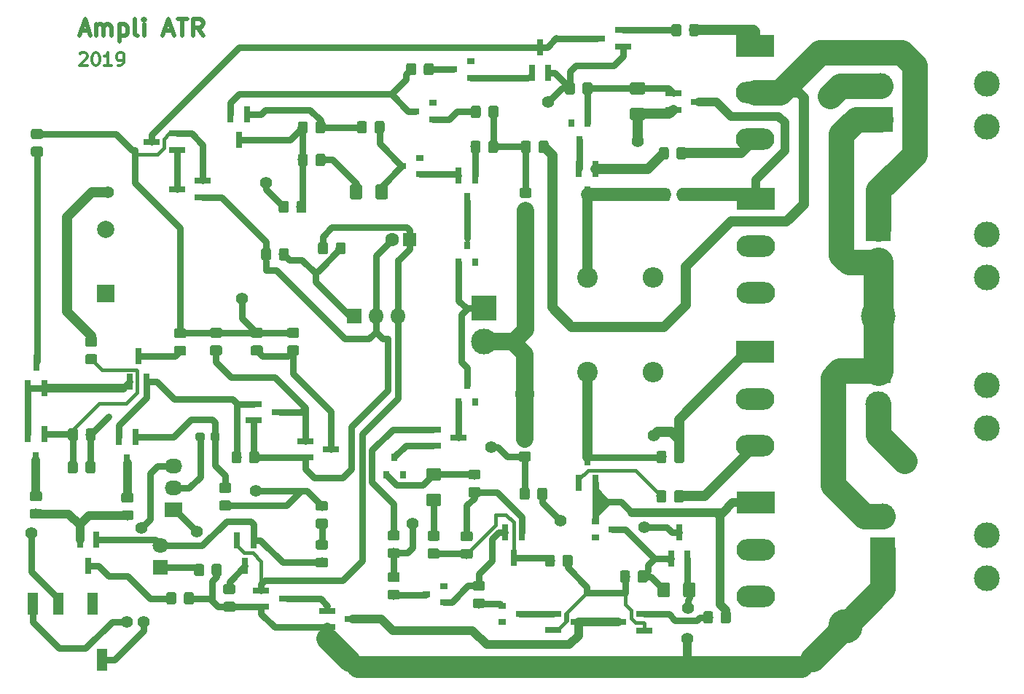
<source format=gbr>
G04 #@! TF.GenerationSoftware,KiCad,Pcbnew,(5.1.2)-2*
G04 #@! TF.CreationDate,2019-10-28T19:05:42-03:00*
G04 #@! TF.ProjectId,PCB,5043422e-6b69-4636-9164-5f7063625858,rev?*
G04 #@! TF.SameCoordinates,Original*
G04 #@! TF.FileFunction,Copper,L1,Top*
G04 #@! TF.FilePolarity,Positive*
%FSLAX46Y46*%
G04 Gerber Fmt 4.6, Leading zero omitted, Abs format (unit mm)*
G04 Created by KiCad (PCBNEW (5.1.2)-2) date 2019-10-28 19:05:42*
%MOMM*%
%LPD*%
G04 APERTURE LIST*
%ADD10C,0.300000*%
%ADD11C,0.500000*%
%ADD12R,1.200000X2.500000*%
%ADD13R,0.800000X1.900000*%
%ADD14C,3.000000*%
%ADD15R,0.900000X0.800000*%
%ADD16C,0.100000*%
%ADD17C,1.150000*%
%ADD18R,0.800000X0.900000*%
%ADD19O,4.500000X2.500000*%
%ADD20R,4.500000X2.500000*%
%ADD21R,1.600000X1.600000*%
%ADD22C,1.600000*%
%ADD23O,1.800000X1.800000*%
%ADD24R,1.800000X1.800000*%
%ADD25O,2.400000X2.400000*%
%ADD26C,2.400000*%
%ADD27R,1.900000X0.800000*%
%ADD28R,3.000000X3.000000*%
%ADD29C,0.950000*%
%ADD30C,1.425000*%
%ADD31C,1.800000*%
%ADD32C,2.000000*%
%ADD33R,2.000000X2.000000*%
%ADD34O,2.030000X1.730000*%
%ADD35R,2.030000X1.730000*%
%ADD36C,1.400000*%
%ADD37C,4.000000*%
%ADD38C,2.250000*%
%ADD39C,0.800000*%
%ADD40C,2.000000*%
%ADD41C,0.400000*%
%ADD42C,3.000000*%
%ADD43C,3.500000*%
%ADD44C,1.500000*%
%ADD45C,1.200000*%
%ADD46C,1.000000*%
%ADD47C,2.500000*%
%ADD48C,0.250000*%
G04 APERTURE END LIST*
D10*
X165634991Y-56506988D02*
X165706420Y-56435560D01*
X165849277Y-56364131D01*
X166206420Y-56364131D01*
X166349277Y-56435560D01*
X166420705Y-56506988D01*
X166492134Y-56649845D01*
X166492134Y-56792702D01*
X166420705Y-57006988D01*
X165563562Y-57864131D01*
X166492134Y-57864131D01*
X167420705Y-56364131D02*
X167563562Y-56364131D01*
X167706420Y-56435560D01*
X167777848Y-56506988D01*
X167849277Y-56649845D01*
X167920705Y-56935560D01*
X167920705Y-57292702D01*
X167849277Y-57578417D01*
X167777848Y-57721274D01*
X167706420Y-57792702D01*
X167563562Y-57864131D01*
X167420705Y-57864131D01*
X167277848Y-57792702D01*
X167206420Y-57721274D01*
X167134991Y-57578417D01*
X167063562Y-57292702D01*
X167063562Y-56935560D01*
X167134991Y-56649845D01*
X167206420Y-56506988D01*
X167277848Y-56435560D01*
X167420705Y-56364131D01*
X169349277Y-57864131D02*
X168492134Y-57864131D01*
X168920705Y-57864131D02*
X168920705Y-56364131D01*
X168777848Y-56578417D01*
X168634991Y-56721274D01*
X168492134Y-56792702D01*
X170063562Y-57864131D02*
X170349277Y-57864131D01*
X170492134Y-57792702D01*
X170563562Y-57721274D01*
X170706420Y-57506988D01*
X170777848Y-57221274D01*
X170777848Y-56649845D01*
X170706420Y-56506988D01*
X170634991Y-56435560D01*
X170492134Y-56364131D01*
X170206420Y-56364131D01*
X170063562Y-56435560D01*
X169992134Y-56506988D01*
X169920705Y-56649845D01*
X169920705Y-57006988D01*
X169992134Y-57149845D01*
X170063562Y-57221274D01*
X170206420Y-57292702D01*
X170492134Y-57292702D01*
X170634991Y-57221274D01*
X170706420Y-57149845D01*
X170777848Y-57006988D01*
D11*
X165749221Y-53828273D02*
X166701602Y-53828273D01*
X165558745Y-54399701D02*
X166225412Y-52399701D01*
X166892079Y-54399701D01*
X167558745Y-54399701D02*
X167558745Y-53066368D01*
X167558745Y-53256844D02*
X167653983Y-53161606D01*
X167844460Y-53066368D01*
X168130174Y-53066368D01*
X168320650Y-53161606D01*
X168415888Y-53352082D01*
X168415888Y-54399701D01*
X168415888Y-53352082D02*
X168511126Y-53161606D01*
X168701602Y-53066368D01*
X168987317Y-53066368D01*
X169177793Y-53161606D01*
X169273031Y-53352082D01*
X169273031Y-54399701D01*
X170225412Y-53066368D02*
X170225412Y-55066368D01*
X170225412Y-53161606D02*
X170415888Y-53066368D01*
X170796840Y-53066368D01*
X170987317Y-53161606D01*
X171082555Y-53256844D01*
X171177793Y-53447320D01*
X171177793Y-54018749D01*
X171082555Y-54209225D01*
X170987317Y-54304463D01*
X170796840Y-54399701D01*
X170415888Y-54399701D01*
X170225412Y-54304463D01*
X172320650Y-54399701D02*
X172130174Y-54304463D01*
X172034936Y-54113987D01*
X172034936Y-52399701D01*
X173082555Y-54399701D02*
X173082555Y-53066368D01*
X173082555Y-52399701D02*
X172987317Y-52494940D01*
X173082555Y-52590178D01*
X173177793Y-52494940D01*
X173082555Y-52399701D01*
X173082555Y-52590178D01*
X175463507Y-53828273D02*
X176415888Y-53828273D01*
X175273031Y-54399701D02*
X175939698Y-52399701D01*
X176606364Y-54399701D01*
X176987317Y-52399701D02*
X178130174Y-52399701D01*
X177558745Y-54399701D02*
X177558745Y-52399701D01*
X179939698Y-54399701D02*
X179273031Y-53447320D01*
X178796840Y-54399701D02*
X178796840Y-52399701D01*
X179558745Y-52399701D01*
X179749221Y-52494940D01*
X179844460Y-52590178D01*
X179939698Y-52780654D01*
X179939698Y-53066368D01*
X179844460Y-53256844D01*
X179749221Y-53352082D01*
X179558745Y-53447320D01*
X178796840Y-53447320D01*
D12*
X160125000Y-120450000D03*
X163125000Y-120450000D03*
X167125000Y-120450000D03*
X168225000Y-126950000D03*
D13*
X171117740Y-104022460D03*
X170167740Y-101022460D03*
X172067740Y-101022460D03*
X224572040Y-103386060D03*
X225522040Y-106386060D03*
X223622040Y-106386060D03*
D14*
X271000000Y-117500000D03*
X271000000Y-112500000D03*
X271000000Y-65000000D03*
X271000000Y-60000000D03*
X271000000Y-100000000D03*
X271000000Y-95000000D03*
X271000000Y-82500000D03*
X271000000Y-77500000D03*
D15*
X216728040Y-121602060D03*
X214728040Y-122552060D03*
X214728040Y-120652060D03*
D16*
G36*
X194225345Y-78404964D02*
G01*
X194249613Y-78408564D01*
X194273412Y-78414525D01*
X194296511Y-78422790D01*
X194318690Y-78433280D01*
X194339733Y-78445892D01*
X194359439Y-78460507D01*
X194377617Y-78476983D01*
X194394093Y-78495161D01*
X194408708Y-78514867D01*
X194421320Y-78535910D01*
X194431810Y-78558089D01*
X194440075Y-78581188D01*
X194446036Y-78604987D01*
X194449636Y-78629255D01*
X194450840Y-78653759D01*
X194450840Y-79553761D01*
X194449636Y-79578265D01*
X194446036Y-79602533D01*
X194440075Y-79626332D01*
X194431810Y-79649431D01*
X194421320Y-79671610D01*
X194408708Y-79692653D01*
X194394093Y-79712359D01*
X194377617Y-79730537D01*
X194359439Y-79747013D01*
X194339733Y-79761628D01*
X194318690Y-79774240D01*
X194296511Y-79784730D01*
X194273412Y-79792995D01*
X194249613Y-79798956D01*
X194225345Y-79802556D01*
X194200841Y-79803760D01*
X193550839Y-79803760D01*
X193526335Y-79802556D01*
X193502067Y-79798956D01*
X193478268Y-79792995D01*
X193455169Y-79784730D01*
X193432990Y-79774240D01*
X193411947Y-79761628D01*
X193392241Y-79747013D01*
X193374063Y-79730537D01*
X193357587Y-79712359D01*
X193342972Y-79692653D01*
X193330360Y-79671610D01*
X193319870Y-79649431D01*
X193311605Y-79626332D01*
X193305644Y-79602533D01*
X193302044Y-79578265D01*
X193300840Y-79553761D01*
X193300840Y-78653759D01*
X193302044Y-78629255D01*
X193305644Y-78604987D01*
X193311605Y-78581188D01*
X193319870Y-78558089D01*
X193330360Y-78535910D01*
X193342972Y-78514867D01*
X193357587Y-78495161D01*
X193374063Y-78476983D01*
X193392241Y-78460507D01*
X193411947Y-78445892D01*
X193432990Y-78433280D01*
X193455169Y-78422790D01*
X193478268Y-78414525D01*
X193502067Y-78408564D01*
X193526335Y-78404964D01*
X193550839Y-78403760D01*
X194200841Y-78403760D01*
X194225345Y-78404964D01*
X194225345Y-78404964D01*
G37*
D17*
X193875840Y-79103760D03*
D16*
G36*
X196275345Y-78404964D02*
G01*
X196299613Y-78408564D01*
X196323412Y-78414525D01*
X196346511Y-78422790D01*
X196368690Y-78433280D01*
X196389733Y-78445892D01*
X196409439Y-78460507D01*
X196427617Y-78476983D01*
X196444093Y-78495161D01*
X196458708Y-78514867D01*
X196471320Y-78535910D01*
X196481810Y-78558089D01*
X196490075Y-78581188D01*
X196496036Y-78604987D01*
X196499636Y-78629255D01*
X196500840Y-78653759D01*
X196500840Y-79553761D01*
X196499636Y-79578265D01*
X196496036Y-79602533D01*
X196490075Y-79626332D01*
X196481810Y-79649431D01*
X196471320Y-79671610D01*
X196458708Y-79692653D01*
X196444093Y-79712359D01*
X196427617Y-79730537D01*
X196409439Y-79747013D01*
X196389733Y-79761628D01*
X196368690Y-79774240D01*
X196346511Y-79784730D01*
X196323412Y-79792995D01*
X196299613Y-79798956D01*
X196275345Y-79802556D01*
X196250841Y-79803760D01*
X195600839Y-79803760D01*
X195576335Y-79802556D01*
X195552067Y-79798956D01*
X195528268Y-79792995D01*
X195505169Y-79784730D01*
X195482990Y-79774240D01*
X195461947Y-79761628D01*
X195442241Y-79747013D01*
X195424063Y-79730537D01*
X195407587Y-79712359D01*
X195392972Y-79692653D01*
X195380360Y-79671610D01*
X195369870Y-79649431D01*
X195361605Y-79626332D01*
X195355644Y-79602533D01*
X195352044Y-79578265D01*
X195350840Y-79553761D01*
X195350840Y-78653759D01*
X195352044Y-78629255D01*
X195355644Y-78604987D01*
X195361605Y-78581188D01*
X195369870Y-78558089D01*
X195380360Y-78535910D01*
X195392972Y-78514867D01*
X195407587Y-78495161D01*
X195424063Y-78476983D01*
X195442241Y-78460507D01*
X195461947Y-78445892D01*
X195482990Y-78433280D01*
X195505169Y-78422790D01*
X195528268Y-78414525D01*
X195552067Y-78408564D01*
X195576335Y-78404964D01*
X195600839Y-78403760D01*
X196250841Y-78403760D01*
X196275345Y-78404964D01*
X196275345Y-78404964D01*
G37*
D17*
X195925840Y-79103760D03*
D18*
X223658040Y-66512060D03*
X222708040Y-64512060D03*
X224608040Y-64512060D03*
D15*
X227488040Y-111792060D03*
X225488040Y-112742060D03*
X225488040Y-110842060D03*
D13*
X172400840Y-91603760D03*
X173350840Y-94603760D03*
X171450840Y-94603760D03*
D16*
G36*
X241025345Y-121304964D02*
G01*
X241049613Y-121308564D01*
X241073412Y-121314525D01*
X241096511Y-121322790D01*
X241118690Y-121333280D01*
X241139733Y-121345892D01*
X241159439Y-121360507D01*
X241177617Y-121376983D01*
X241194093Y-121395161D01*
X241208708Y-121414867D01*
X241221320Y-121435910D01*
X241231810Y-121458089D01*
X241240075Y-121481188D01*
X241246036Y-121504987D01*
X241249636Y-121529255D01*
X241250840Y-121553759D01*
X241250840Y-122453761D01*
X241249636Y-122478265D01*
X241246036Y-122502533D01*
X241240075Y-122526332D01*
X241231810Y-122549431D01*
X241221320Y-122571610D01*
X241208708Y-122592653D01*
X241194093Y-122612359D01*
X241177617Y-122630537D01*
X241159439Y-122647013D01*
X241139733Y-122661628D01*
X241118690Y-122674240D01*
X241096511Y-122684730D01*
X241073412Y-122692995D01*
X241049613Y-122698956D01*
X241025345Y-122702556D01*
X241000841Y-122703760D01*
X240350839Y-122703760D01*
X240326335Y-122702556D01*
X240302067Y-122698956D01*
X240278268Y-122692995D01*
X240255169Y-122684730D01*
X240232990Y-122674240D01*
X240211947Y-122661628D01*
X240192241Y-122647013D01*
X240174063Y-122630537D01*
X240157587Y-122612359D01*
X240142972Y-122592653D01*
X240130360Y-122571610D01*
X240119870Y-122549431D01*
X240111605Y-122526332D01*
X240105644Y-122502533D01*
X240102044Y-122478265D01*
X240100840Y-122453761D01*
X240100840Y-121553759D01*
X240102044Y-121529255D01*
X240105644Y-121504987D01*
X240111605Y-121481188D01*
X240119870Y-121458089D01*
X240130360Y-121435910D01*
X240142972Y-121414867D01*
X240157587Y-121395161D01*
X240174063Y-121376983D01*
X240192241Y-121360507D01*
X240211947Y-121345892D01*
X240232990Y-121333280D01*
X240255169Y-121322790D01*
X240278268Y-121314525D01*
X240302067Y-121308564D01*
X240326335Y-121304964D01*
X240350839Y-121303760D01*
X241000841Y-121303760D01*
X241025345Y-121304964D01*
X241025345Y-121304964D01*
G37*
D17*
X240675840Y-122003760D03*
D16*
G36*
X238975345Y-121304964D02*
G01*
X238999613Y-121308564D01*
X239023412Y-121314525D01*
X239046511Y-121322790D01*
X239068690Y-121333280D01*
X239089733Y-121345892D01*
X239109439Y-121360507D01*
X239127617Y-121376983D01*
X239144093Y-121395161D01*
X239158708Y-121414867D01*
X239171320Y-121435910D01*
X239181810Y-121458089D01*
X239190075Y-121481188D01*
X239196036Y-121504987D01*
X239199636Y-121529255D01*
X239200840Y-121553759D01*
X239200840Y-122453761D01*
X239199636Y-122478265D01*
X239196036Y-122502533D01*
X239190075Y-122526332D01*
X239181810Y-122549431D01*
X239171320Y-122571610D01*
X239158708Y-122592653D01*
X239144093Y-122612359D01*
X239127617Y-122630537D01*
X239109439Y-122647013D01*
X239089733Y-122661628D01*
X239068690Y-122674240D01*
X239046511Y-122684730D01*
X239023412Y-122692995D01*
X238999613Y-122698956D01*
X238975345Y-122702556D01*
X238950841Y-122703760D01*
X238300839Y-122703760D01*
X238276335Y-122702556D01*
X238252067Y-122698956D01*
X238228268Y-122692995D01*
X238205169Y-122684730D01*
X238182990Y-122674240D01*
X238161947Y-122661628D01*
X238142241Y-122647013D01*
X238124063Y-122630537D01*
X238107587Y-122612359D01*
X238092972Y-122592653D01*
X238080360Y-122571610D01*
X238069870Y-122549431D01*
X238061605Y-122526332D01*
X238055644Y-122502533D01*
X238052044Y-122478265D01*
X238050840Y-122453761D01*
X238050840Y-121553759D01*
X238052044Y-121529255D01*
X238055644Y-121504987D01*
X238061605Y-121481188D01*
X238069870Y-121458089D01*
X238080360Y-121435910D01*
X238092972Y-121414867D01*
X238107587Y-121395161D01*
X238124063Y-121376983D01*
X238142241Y-121360507D01*
X238161947Y-121345892D01*
X238182990Y-121333280D01*
X238205169Y-121322790D01*
X238228268Y-121314525D01*
X238252067Y-121308564D01*
X238276335Y-121304964D01*
X238300839Y-121303760D01*
X238950841Y-121303760D01*
X238975345Y-121304964D01*
X238975345Y-121304964D01*
G37*
D17*
X238625840Y-122003760D03*
D19*
X244130040Y-84290060D03*
X244130040Y-78840060D03*
D20*
X244130040Y-73390060D03*
D19*
X244130040Y-119596060D03*
X244130040Y-114146060D03*
D20*
X244130040Y-108696060D03*
D16*
G36*
X189657750Y-73592962D02*
G01*
X189681975Y-73596555D01*
X189705731Y-73602506D01*
X189728789Y-73610756D01*
X189750927Y-73621227D01*
X189771933Y-73633817D01*
X189791603Y-73648405D01*
X189809748Y-73664852D01*
X189826195Y-73682997D01*
X189840783Y-73702667D01*
X189853373Y-73723673D01*
X189863844Y-73745811D01*
X189872094Y-73768869D01*
X189878045Y-73792625D01*
X189881638Y-73816850D01*
X189882840Y-73841310D01*
X189882840Y-74742210D01*
X189881638Y-74766670D01*
X189878045Y-74790895D01*
X189872094Y-74814651D01*
X189863844Y-74837709D01*
X189853373Y-74859847D01*
X189840783Y-74880853D01*
X189826195Y-74900523D01*
X189809748Y-74918668D01*
X189791603Y-74935115D01*
X189771933Y-74949703D01*
X189750927Y-74962293D01*
X189728789Y-74972764D01*
X189705731Y-74981014D01*
X189681975Y-74986965D01*
X189657750Y-74990558D01*
X189633290Y-74991760D01*
X188982390Y-74991760D01*
X188957930Y-74990558D01*
X188933705Y-74986965D01*
X188909949Y-74981014D01*
X188886891Y-74972764D01*
X188864753Y-74962293D01*
X188843747Y-74949703D01*
X188824077Y-74935115D01*
X188805932Y-74918668D01*
X188789485Y-74900523D01*
X188774897Y-74880853D01*
X188762307Y-74859847D01*
X188751836Y-74837709D01*
X188743586Y-74814651D01*
X188737635Y-74790895D01*
X188734042Y-74766670D01*
X188732840Y-74742210D01*
X188732840Y-73841310D01*
X188734042Y-73816850D01*
X188737635Y-73792625D01*
X188743586Y-73768869D01*
X188751836Y-73745811D01*
X188762307Y-73723673D01*
X188774897Y-73702667D01*
X188789485Y-73682997D01*
X188805932Y-73664852D01*
X188824077Y-73648405D01*
X188843747Y-73633817D01*
X188864753Y-73621227D01*
X188886891Y-73610756D01*
X188909949Y-73602506D01*
X188933705Y-73596555D01*
X188957930Y-73592962D01*
X188982390Y-73591760D01*
X189633290Y-73591760D01*
X189657750Y-73592962D01*
X189657750Y-73592962D01*
G37*
D17*
X189307840Y-74291760D03*
D16*
G36*
X191707345Y-73592964D02*
G01*
X191731613Y-73596564D01*
X191755412Y-73602525D01*
X191778511Y-73610790D01*
X191800690Y-73621280D01*
X191821733Y-73633892D01*
X191841439Y-73648507D01*
X191859617Y-73664983D01*
X191876093Y-73683161D01*
X191890708Y-73702867D01*
X191903320Y-73723910D01*
X191913810Y-73746089D01*
X191922075Y-73769188D01*
X191928036Y-73792987D01*
X191931636Y-73817255D01*
X191932840Y-73841759D01*
X191932840Y-74741761D01*
X191931636Y-74766265D01*
X191928036Y-74790533D01*
X191922075Y-74814332D01*
X191913810Y-74837431D01*
X191903320Y-74859610D01*
X191890708Y-74880653D01*
X191876093Y-74900359D01*
X191859617Y-74918537D01*
X191841439Y-74935013D01*
X191821733Y-74949628D01*
X191800690Y-74962240D01*
X191778511Y-74972730D01*
X191755412Y-74980995D01*
X191731613Y-74986956D01*
X191707345Y-74990556D01*
X191682841Y-74991760D01*
X191032839Y-74991760D01*
X191008335Y-74990556D01*
X190984067Y-74986956D01*
X190960268Y-74980995D01*
X190937169Y-74972730D01*
X190914990Y-74962240D01*
X190893947Y-74949628D01*
X190874241Y-74935013D01*
X190856063Y-74918537D01*
X190839587Y-74900359D01*
X190824972Y-74880653D01*
X190812360Y-74859610D01*
X190801870Y-74837431D01*
X190793605Y-74814332D01*
X190787644Y-74790533D01*
X190784044Y-74766265D01*
X190782840Y-74741761D01*
X190782840Y-73841759D01*
X190784044Y-73817255D01*
X190787644Y-73792987D01*
X190793605Y-73769188D01*
X190801870Y-73746089D01*
X190812360Y-73723910D01*
X190824972Y-73702867D01*
X190839587Y-73683161D01*
X190856063Y-73664983D01*
X190874241Y-73648507D01*
X190893947Y-73633892D01*
X190914990Y-73621280D01*
X190937169Y-73610790D01*
X190960268Y-73602525D01*
X190984067Y-73596564D01*
X191008335Y-73592964D01*
X191032839Y-73591760D01*
X191682841Y-73591760D01*
X191707345Y-73592964D01*
X191707345Y-73592964D01*
G37*
D17*
X191357840Y-74291760D03*
D19*
X244088040Y-102070060D03*
X244088040Y-96620060D03*
D20*
X244088040Y-91170060D03*
D19*
X244088040Y-66432060D03*
X244088040Y-60982060D03*
D20*
X244088040Y-55532060D03*
D16*
G36*
X233539545Y-107235264D02*
G01*
X233563813Y-107238864D01*
X233587612Y-107244825D01*
X233610711Y-107253090D01*
X233632890Y-107263580D01*
X233653933Y-107276192D01*
X233673639Y-107290807D01*
X233691817Y-107307283D01*
X233708293Y-107325461D01*
X233722908Y-107345167D01*
X233735520Y-107366210D01*
X233746010Y-107388389D01*
X233754275Y-107411488D01*
X233760236Y-107435287D01*
X233763836Y-107459555D01*
X233765040Y-107484059D01*
X233765040Y-108384061D01*
X233763836Y-108408565D01*
X233760236Y-108432833D01*
X233754275Y-108456632D01*
X233746010Y-108479731D01*
X233735520Y-108501910D01*
X233722908Y-108522953D01*
X233708293Y-108542659D01*
X233691817Y-108560837D01*
X233673639Y-108577313D01*
X233653933Y-108591928D01*
X233632890Y-108604540D01*
X233610711Y-108615030D01*
X233587612Y-108623295D01*
X233563813Y-108629256D01*
X233539545Y-108632856D01*
X233515041Y-108634060D01*
X232865039Y-108634060D01*
X232840535Y-108632856D01*
X232816267Y-108629256D01*
X232792468Y-108623295D01*
X232769369Y-108615030D01*
X232747190Y-108604540D01*
X232726147Y-108591928D01*
X232706441Y-108577313D01*
X232688263Y-108560837D01*
X232671787Y-108542659D01*
X232657172Y-108522953D01*
X232644560Y-108501910D01*
X232634070Y-108479731D01*
X232625805Y-108456632D01*
X232619844Y-108432833D01*
X232616244Y-108408565D01*
X232615040Y-108384061D01*
X232615040Y-107484059D01*
X232616244Y-107459555D01*
X232619844Y-107435287D01*
X232625805Y-107411488D01*
X232634070Y-107388389D01*
X232644560Y-107366210D01*
X232657172Y-107345167D01*
X232671787Y-107325461D01*
X232688263Y-107307283D01*
X232706441Y-107290807D01*
X232726147Y-107276192D01*
X232747190Y-107263580D01*
X232769369Y-107253090D01*
X232792468Y-107244825D01*
X232816267Y-107238864D01*
X232840535Y-107235264D01*
X232865039Y-107234060D01*
X233515041Y-107234060D01*
X233539545Y-107235264D01*
X233539545Y-107235264D01*
G37*
D17*
X233190040Y-107934060D03*
D16*
G36*
X235589545Y-107235264D02*
G01*
X235613813Y-107238864D01*
X235637612Y-107244825D01*
X235660711Y-107253090D01*
X235682890Y-107263580D01*
X235703933Y-107276192D01*
X235723639Y-107290807D01*
X235741817Y-107307283D01*
X235758293Y-107325461D01*
X235772908Y-107345167D01*
X235785520Y-107366210D01*
X235796010Y-107388389D01*
X235804275Y-107411488D01*
X235810236Y-107435287D01*
X235813836Y-107459555D01*
X235815040Y-107484059D01*
X235815040Y-108384061D01*
X235813836Y-108408565D01*
X235810236Y-108432833D01*
X235804275Y-108456632D01*
X235796010Y-108479731D01*
X235785520Y-108501910D01*
X235772908Y-108522953D01*
X235758293Y-108542659D01*
X235741817Y-108560837D01*
X235723639Y-108577313D01*
X235703933Y-108591928D01*
X235682890Y-108604540D01*
X235660711Y-108615030D01*
X235637612Y-108623295D01*
X235613813Y-108629256D01*
X235589545Y-108632856D01*
X235565041Y-108634060D01*
X234915039Y-108634060D01*
X234890535Y-108632856D01*
X234866267Y-108629256D01*
X234842468Y-108623295D01*
X234819369Y-108615030D01*
X234797190Y-108604540D01*
X234776147Y-108591928D01*
X234756441Y-108577313D01*
X234738263Y-108560837D01*
X234721787Y-108542659D01*
X234707172Y-108522953D01*
X234694560Y-108501910D01*
X234684070Y-108479731D01*
X234675805Y-108456632D01*
X234669844Y-108432833D01*
X234666244Y-108408565D01*
X234665040Y-108384061D01*
X234665040Y-107484059D01*
X234666244Y-107459555D01*
X234669844Y-107435287D01*
X234675805Y-107411488D01*
X234684070Y-107388389D01*
X234694560Y-107366210D01*
X234707172Y-107345167D01*
X234721787Y-107325461D01*
X234738263Y-107307283D01*
X234756441Y-107290807D01*
X234776147Y-107276192D01*
X234797190Y-107263580D01*
X234819369Y-107253090D01*
X234842468Y-107244825D01*
X234866267Y-107238864D01*
X234890535Y-107235264D01*
X234915039Y-107234060D01*
X235565041Y-107234060D01*
X235589545Y-107235264D01*
X235589545Y-107235264D01*
G37*
D17*
X235240040Y-107934060D03*
D21*
X203900840Y-78103760D03*
D22*
X201900840Y-78103760D03*
D23*
X202562940Y-86966360D03*
X200022940Y-86966360D03*
D24*
X197482940Y-86966360D03*
D25*
X232208040Y-93532060D03*
D26*
X224588040Y-93532060D03*
D25*
X232208040Y-82532060D03*
D26*
X224588040Y-82532060D03*
D16*
G36*
X233811545Y-67357264D02*
G01*
X233835813Y-67360864D01*
X233859612Y-67366825D01*
X233882711Y-67375090D01*
X233904890Y-67385580D01*
X233925933Y-67398192D01*
X233945639Y-67412807D01*
X233963817Y-67429283D01*
X233980293Y-67447461D01*
X233994908Y-67467167D01*
X234007520Y-67488210D01*
X234018010Y-67510389D01*
X234026275Y-67533488D01*
X234032236Y-67557287D01*
X234035836Y-67581555D01*
X234037040Y-67606059D01*
X234037040Y-68506061D01*
X234035836Y-68530565D01*
X234032236Y-68554833D01*
X234026275Y-68578632D01*
X234018010Y-68601731D01*
X234007520Y-68623910D01*
X233994908Y-68644953D01*
X233980293Y-68664659D01*
X233963817Y-68682837D01*
X233945639Y-68699313D01*
X233925933Y-68713928D01*
X233904890Y-68726540D01*
X233882711Y-68737030D01*
X233859612Y-68745295D01*
X233835813Y-68751256D01*
X233811545Y-68754856D01*
X233787041Y-68756060D01*
X233137039Y-68756060D01*
X233112535Y-68754856D01*
X233088267Y-68751256D01*
X233064468Y-68745295D01*
X233041369Y-68737030D01*
X233019190Y-68726540D01*
X232998147Y-68713928D01*
X232978441Y-68699313D01*
X232960263Y-68682837D01*
X232943787Y-68664659D01*
X232929172Y-68644953D01*
X232916560Y-68623910D01*
X232906070Y-68601731D01*
X232897805Y-68578632D01*
X232891844Y-68554833D01*
X232888244Y-68530565D01*
X232887040Y-68506061D01*
X232887040Y-67606059D01*
X232888244Y-67581555D01*
X232891844Y-67557287D01*
X232897805Y-67533488D01*
X232906070Y-67510389D01*
X232916560Y-67488210D01*
X232929172Y-67467167D01*
X232943787Y-67447461D01*
X232960263Y-67429283D01*
X232978441Y-67412807D01*
X232998147Y-67398192D01*
X233019190Y-67385580D01*
X233041369Y-67375090D01*
X233064468Y-67366825D01*
X233088267Y-67360864D01*
X233112535Y-67357264D01*
X233137039Y-67356060D01*
X233787041Y-67356060D01*
X233811545Y-67357264D01*
X233811545Y-67357264D01*
G37*
D17*
X233462040Y-68056060D03*
D16*
G36*
X235861545Y-67357264D02*
G01*
X235885813Y-67360864D01*
X235909612Y-67366825D01*
X235932711Y-67375090D01*
X235954890Y-67385580D01*
X235975933Y-67398192D01*
X235995639Y-67412807D01*
X236013817Y-67429283D01*
X236030293Y-67447461D01*
X236044908Y-67467167D01*
X236057520Y-67488210D01*
X236068010Y-67510389D01*
X236076275Y-67533488D01*
X236082236Y-67557287D01*
X236085836Y-67581555D01*
X236087040Y-67606059D01*
X236087040Y-68506061D01*
X236085836Y-68530565D01*
X236082236Y-68554833D01*
X236076275Y-68578632D01*
X236068010Y-68601731D01*
X236057520Y-68623910D01*
X236044908Y-68644953D01*
X236030293Y-68664659D01*
X236013817Y-68682837D01*
X235995639Y-68699313D01*
X235975933Y-68713928D01*
X235954890Y-68726540D01*
X235932711Y-68737030D01*
X235909612Y-68745295D01*
X235885813Y-68751256D01*
X235861545Y-68754856D01*
X235837041Y-68756060D01*
X235187039Y-68756060D01*
X235162535Y-68754856D01*
X235138267Y-68751256D01*
X235114468Y-68745295D01*
X235091369Y-68737030D01*
X235069190Y-68726540D01*
X235048147Y-68713928D01*
X235028441Y-68699313D01*
X235010263Y-68682837D01*
X234993787Y-68664659D01*
X234979172Y-68644953D01*
X234966560Y-68623910D01*
X234956070Y-68601731D01*
X234947805Y-68578632D01*
X234941844Y-68554833D01*
X234938244Y-68530565D01*
X234937040Y-68506061D01*
X234937040Y-67606059D01*
X234938244Y-67581555D01*
X234941844Y-67557287D01*
X234947805Y-67533488D01*
X234956070Y-67510389D01*
X234966560Y-67488210D01*
X234979172Y-67467167D01*
X234993787Y-67447461D01*
X235010263Y-67429283D01*
X235028441Y-67412807D01*
X235048147Y-67398192D01*
X235069190Y-67385580D01*
X235091369Y-67375090D01*
X235114468Y-67366825D01*
X235138267Y-67360864D01*
X235162535Y-67357264D01*
X235187039Y-67356060D01*
X235837041Y-67356060D01*
X235861545Y-67357264D01*
X235861545Y-67357264D01*
G37*
D17*
X235512040Y-68056060D03*
D13*
X224572040Y-72858060D03*
X223622040Y-69858060D03*
X225522040Y-69858060D03*
D27*
X237588040Y-62056060D03*
X234588040Y-63006060D03*
X234588040Y-61106060D03*
D13*
X235248040Y-112162060D03*
X236198040Y-115162060D03*
X234298040Y-115162060D03*
D16*
G36*
X233976545Y-72183264D02*
G01*
X234000813Y-72186864D01*
X234024612Y-72192825D01*
X234047711Y-72201090D01*
X234069890Y-72211580D01*
X234090933Y-72224192D01*
X234110639Y-72238807D01*
X234128817Y-72255283D01*
X234145293Y-72273461D01*
X234159908Y-72293167D01*
X234172520Y-72314210D01*
X234183010Y-72336389D01*
X234191275Y-72359488D01*
X234197236Y-72383287D01*
X234200836Y-72407555D01*
X234202040Y-72432059D01*
X234202040Y-73332061D01*
X234200836Y-73356565D01*
X234197236Y-73380833D01*
X234191275Y-73404632D01*
X234183010Y-73427731D01*
X234172520Y-73449910D01*
X234159908Y-73470953D01*
X234145293Y-73490659D01*
X234128817Y-73508837D01*
X234110639Y-73525313D01*
X234090933Y-73539928D01*
X234069890Y-73552540D01*
X234047711Y-73563030D01*
X234024612Y-73571295D01*
X234000813Y-73577256D01*
X233976545Y-73580856D01*
X233952041Y-73582060D01*
X233302039Y-73582060D01*
X233277535Y-73580856D01*
X233253267Y-73577256D01*
X233229468Y-73571295D01*
X233206369Y-73563030D01*
X233184190Y-73552540D01*
X233163147Y-73539928D01*
X233143441Y-73525313D01*
X233125263Y-73508837D01*
X233108787Y-73490659D01*
X233094172Y-73470953D01*
X233081560Y-73449910D01*
X233071070Y-73427731D01*
X233062805Y-73404632D01*
X233056844Y-73380833D01*
X233053244Y-73356565D01*
X233052040Y-73332061D01*
X233052040Y-72432059D01*
X233053244Y-72407555D01*
X233056844Y-72383287D01*
X233062805Y-72359488D01*
X233071070Y-72336389D01*
X233081560Y-72314210D01*
X233094172Y-72293167D01*
X233108787Y-72273461D01*
X233125263Y-72255283D01*
X233143441Y-72238807D01*
X233163147Y-72224192D01*
X233184190Y-72211580D01*
X233206369Y-72201090D01*
X233229468Y-72192825D01*
X233253267Y-72186864D01*
X233277535Y-72183264D01*
X233302039Y-72182060D01*
X233952041Y-72182060D01*
X233976545Y-72183264D01*
X233976545Y-72183264D01*
G37*
D17*
X233627040Y-72882060D03*
D16*
G36*
X236026545Y-72183264D02*
G01*
X236050813Y-72186864D01*
X236074612Y-72192825D01*
X236097711Y-72201090D01*
X236119890Y-72211580D01*
X236140933Y-72224192D01*
X236160639Y-72238807D01*
X236178817Y-72255283D01*
X236195293Y-72273461D01*
X236209908Y-72293167D01*
X236222520Y-72314210D01*
X236233010Y-72336389D01*
X236241275Y-72359488D01*
X236247236Y-72383287D01*
X236250836Y-72407555D01*
X236252040Y-72432059D01*
X236252040Y-73332061D01*
X236250836Y-73356565D01*
X236247236Y-73380833D01*
X236241275Y-73404632D01*
X236233010Y-73427731D01*
X236222520Y-73449910D01*
X236209908Y-73470953D01*
X236195293Y-73490659D01*
X236178817Y-73508837D01*
X236160639Y-73525313D01*
X236140933Y-73539928D01*
X236119890Y-73552540D01*
X236097711Y-73563030D01*
X236074612Y-73571295D01*
X236050813Y-73577256D01*
X236026545Y-73580856D01*
X236002041Y-73582060D01*
X235352039Y-73582060D01*
X235327535Y-73580856D01*
X235303267Y-73577256D01*
X235279468Y-73571295D01*
X235256369Y-73563030D01*
X235234190Y-73552540D01*
X235213147Y-73539928D01*
X235193441Y-73525313D01*
X235175263Y-73508837D01*
X235158787Y-73490659D01*
X235144172Y-73470953D01*
X235131560Y-73449910D01*
X235121070Y-73427731D01*
X235112805Y-73404632D01*
X235106844Y-73380833D01*
X235103244Y-73356565D01*
X235102040Y-73332061D01*
X235102040Y-72432059D01*
X235103244Y-72407555D01*
X235106844Y-72383287D01*
X235112805Y-72359488D01*
X235121070Y-72336389D01*
X235131560Y-72314210D01*
X235144172Y-72293167D01*
X235158787Y-72273461D01*
X235175263Y-72255283D01*
X235193441Y-72238807D01*
X235213147Y-72224192D01*
X235234190Y-72211580D01*
X235256369Y-72201090D01*
X235279468Y-72192825D01*
X235303267Y-72186864D01*
X235327535Y-72183264D01*
X235352039Y-72182060D01*
X236002041Y-72182060D01*
X236026545Y-72183264D01*
X236026545Y-72183264D01*
G37*
D17*
X235677040Y-72882060D03*
D16*
G36*
X224957545Y-59813264D02*
G01*
X224981813Y-59816864D01*
X225005612Y-59822825D01*
X225028711Y-59831090D01*
X225050890Y-59841580D01*
X225071933Y-59854192D01*
X225091639Y-59868807D01*
X225109817Y-59885283D01*
X225126293Y-59903461D01*
X225140908Y-59923167D01*
X225153520Y-59944210D01*
X225164010Y-59966389D01*
X225172275Y-59989488D01*
X225178236Y-60013287D01*
X225181836Y-60037555D01*
X225183040Y-60062059D01*
X225183040Y-60962061D01*
X225181836Y-60986565D01*
X225178236Y-61010833D01*
X225172275Y-61034632D01*
X225164010Y-61057731D01*
X225153520Y-61079910D01*
X225140908Y-61100953D01*
X225126293Y-61120659D01*
X225109817Y-61138837D01*
X225091639Y-61155313D01*
X225071933Y-61169928D01*
X225050890Y-61182540D01*
X225028711Y-61193030D01*
X225005612Y-61201295D01*
X224981813Y-61207256D01*
X224957545Y-61210856D01*
X224933041Y-61212060D01*
X224283039Y-61212060D01*
X224258535Y-61210856D01*
X224234267Y-61207256D01*
X224210468Y-61201295D01*
X224187369Y-61193030D01*
X224165190Y-61182540D01*
X224144147Y-61169928D01*
X224124441Y-61155313D01*
X224106263Y-61138837D01*
X224089787Y-61120659D01*
X224075172Y-61100953D01*
X224062560Y-61079910D01*
X224052070Y-61057731D01*
X224043805Y-61034632D01*
X224037844Y-61010833D01*
X224034244Y-60986565D01*
X224033040Y-60962061D01*
X224033040Y-60062059D01*
X224034244Y-60037555D01*
X224037844Y-60013287D01*
X224043805Y-59989488D01*
X224052070Y-59966389D01*
X224062560Y-59944210D01*
X224075172Y-59923167D01*
X224089787Y-59903461D01*
X224106263Y-59885283D01*
X224124441Y-59868807D01*
X224144147Y-59854192D01*
X224165190Y-59841580D01*
X224187369Y-59831090D01*
X224210468Y-59822825D01*
X224234267Y-59816864D01*
X224258535Y-59813264D01*
X224283039Y-59812060D01*
X224933041Y-59812060D01*
X224957545Y-59813264D01*
X224957545Y-59813264D01*
G37*
D17*
X224608040Y-60512060D03*
D16*
G36*
X222907545Y-59813264D02*
G01*
X222931813Y-59816864D01*
X222955612Y-59822825D01*
X222978711Y-59831090D01*
X223000890Y-59841580D01*
X223021933Y-59854192D01*
X223041639Y-59868807D01*
X223059817Y-59885283D01*
X223076293Y-59903461D01*
X223090908Y-59923167D01*
X223103520Y-59944210D01*
X223114010Y-59966389D01*
X223122275Y-59989488D01*
X223128236Y-60013287D01*
X223131836Y-60037555D01*
X223133040Y-60062059D01*
X223133040Y-60962061D01*
X223131836Y-60986565D01*
X223128236Y-61010833D01*
X223122275Y-61034632D01*
X223114010Y-61057731D01*
X223103520Y-61079910D01*
X223090908Y-61100953D01*
X223076293Y-61120659D01*
X223059817Y-61138837D01*
X223041639Y-61155313D01*
X223021933Y-61169928D01*
X223000890Y-61182540D01*
X222978711Y-61193030D01*
X222955612Y-61201295D01*
X222931813Y-61207256D01*
X222907545Y-61210856D01*
X222883041Y-61212060D01*
X222233039Y-61212060D01*
X222208535Y-61210856D01*
X222184267Y-61207256D01*
X222160468Y-61201295D01*
X222137369Y-61193030D01*
X222115190Y-61182540D01*
X222094147Y-61169928D01*
X222074441Y-61155313D01*
X222056263Y-61138837D01*
X222039787Y-61120659D01*
X222025172Y-61100953D01*
X222012560Y-61079910D01*
X222002070Y-61057731D01*
X221993805Y-61034632D01*
X221987844Y-61010833D01*
X221984244Y-60986565D01*
X221983040Y-60962061D01*
X221983040Y-60062059D01*
X221984244Y-60037555D01*
X221987844Y-60013287D01*
X221993805Y-59989488D01*
X222002070Y-59966389D01*
X222012560Y-59944210D01*
X222025172Y-59923167D01*
X222039787Y-59903461D01*
X222056263Y-59885283D01*
X222074441Y-59868807D01*
X222094147Y-59854192D01*
X222115190Y-59841580D01*
X222137369Y-59831090D01*
X222160468Y-59822825D01*
X222184267Y-59816864D01*
X222208535Y-59813264D01*
X222233039Y-59812060D01*
X222883041Y-59812060D01*
X222907545Y-59813264D01*
X222907545Y-59813264D01*
G37*
D17*
X222558040Y-60512060D03*
D16*
G36*
X237332545Y-53033264D02*
G01*
X237356813Y-53036864D01*
X237380612Y-53042825D01*
X237403711Y-53051090D01*
X237425890Y-53061580D01*
X237446933Y-53074192D01*
X237466639Y-53088807D01*
X237484817Y-53105283D01*
X237501293Y-53123461D01*
X237515908Y-53143167D01*
X237528520Y-53164210D01*
X237539010Y-53186389D01*
X237547275Y-53209488D01*
X237553236Y-53233287D01*
X237556836Y-53257555D01*
X237558040Y-53282059D01*
X237558040Y-54182061D01*
X237556836Y-54206565D01*
X237553236Y-54230833D01*
X237547275Y-54254632D01*
X237539010Y-54277731D01*
X237528520Y-54299910D01*
X237515908Y-54320953D01*
X237501293Y-54340659D01*
X237484817Y-54358837D01*
X237466639Y-54375313D01*
X237446933Y-54389928D01*
X237425890Y-54402540D01*
X237403711Y-54413030D01*
X237380612Y-54421295D01*
X237356813Y-54427256D01*
X237332545Y-54430856D01*
X237308041Y-54432060D01*
X236658039Y-54432060D01*
X236633535Y-54430856D01*
X236609267Y-54427256D01*
X236585468Y-54421295D01*
X236562369Y-54413030D01*
X236540190Y-54402540D01*
X236519147Y-54389928D01*
X236499441Y-54375313D01*
X236481263Y-54358837D01*
X236464787Y-54340659D01*
X236450172Y-54320953D01*
X236437560Y-54299910D01*
X236427070Y-54277731D01*
X236418805Y-54254632D01*
X236412844Y-54230833D01*
X236409244Y-54206565D01*
X236408040Y-54182061D01*
X236408040Y-53282059D01*
X236409244Y-53257555D01*
X236412844Y-53233287D01*
X236418805Y-53209488D01*
X236427070Y-53186389D01*
X236437560Y-53164210D01*
X236450172Y-53143167D01*
X236464787Y-53123461D01*
X236481263Y-53105283D01*
X236499441Y-53088807D01*
X236519147Y-53074192D01*
X236540190Y-53061580D01*
X236562369Y-53051090D01*
X236585468Y-53042825D01*
X236609267Y-53036864D01*
X236633535Y-53033264D01*
X236658039Y-53032060D01*
X237308041Y-53032060D01*
X237332545Y-53033264D01*
X237332545Y-53033264D01*
G37*
D17*
X236983040Y-53732060D03*
D16*
G36*
X235282545Y-53033264D02*
G01*
X235306813Y-53036864D01*
X235330612Y-53042825D01*
X235353711Y-53051090D01*
X235375890Y-53061580D01*
X235396933Y-53074192D01*
X235416639Y-53088807D01*
X235434817Y-53105283D01*
X235451293Y-53123461D01*
X235465908Y-53143167D01*
X235478520Y-53164210D01*
X235489010Y-53186389D01*
X235497275Y-53209488D01*
X235503236Y-53233287D01*
X235506836Y-53257555D01*
X235508040Y-53282059D01*
X235508040Y-54182061D01*
X235506836Y-54206565D01*
X235503236Y-54230833D01*
X235497275Y-54254632D01*
X235489010Y-54277731D01*
X235478520Y-54299910D01*
X235465908Y-54320953D01*
X235451293Y-54340659D01*
X235434817Y-54358837D01*
X235416639Y-54375313D01*
X235396933Y-54389928D01*
X235375890Y-54402540D01*
X235353711Y-54413030D01*
X235330612Y-54421295D01*
X235306813Y-54427256D01*
X235282545Y-54430856D01*
X235258041Y-54432060D01*
X234608039Y-54432060D01*
X234583535Y-54430856D01*
X234559267Y-54427256D01*
X234535468Y-54421295D01*
X234512369Y-54413030D01*
X234490190Y-54402540D01*
X234469147Y-54389928D01*
X234449441Y-54375313D01*
X234431263Y-54358837D01*
X234414787Y-54340659D01*
X234400172Y-54320953D01*
X234387560Y-54299910D01*
X234377070Y-54277731D01*
X234368805Y-54254632D01*
X234362844Y-54230833D01*
X234359244Y-54206565D01*
X234358040Y-54182061D01*
X234358040Y-53282059D01*
X234359244Y-53257555D01*
X234362844Y-53233287D01*
X234368805Y-53209488D01*
X234377070Y-53186389D01*
X234387560Y-53164210D01*
X234400172Y-53143167D01*
X234414787Y-53123461D01*
X234431263Y-53105283D01*
X234449441Y-53088807D01*
X234469147Y-53074192D01*
X234490190Y-53061580D01*
X234512369Y-53051090D01*
X234535468Y-53042825D01*
X234559267Y-53036864D01*
X234583535Y-53033264D01*
X234608039Y-53032060D01*
X235258041Y-53032060D01*
X235282545Y-53033264D01*
X235282545Y-53033264D01*
G37*
D17*
X234933040Y-53732060D03*
D13*
X211552040Y-70644060D03*
X209652040Y-70644060D03*
X210602040Y-73644060D03*
D27*
X209648040Y-101122060D03*
X206648040Y-102072060D03*
X206648040Y-100172060D03*
D13*
X216968040Y-112102060D03*
X215068040Y-112102060D03*
X216018040Y-115102060D03*
X184088040Y-66532060D03*
X183138040Y-63532060D03*
X185038040Y-63532060D03*
D27*
X220588040Y-121602060D03*
X220588040Y-123502060D03*
X223588040Y-122552060D03*
X228188040Y-122572060D03*
X231188040Y-121622060D03*
X231188040Y-123522060D03*
X228728040Y-55642060D03*
X228728040Y-53742060D03*
X225728040Y-54692060D03*
D13*
X218148040Y-58732060D03*
X220048040Y-58732060D03*
X219098040Y-55732060D03*
D27*
X197365140Y-122197760D03*
X194365140Y-123147760D03*
X194365140Y-121247760D03*
X176928040Y-67662060D03*
X176928040Y-65762060D03*
X173928040Y-66712060D03*
X189699240Y-119846660D03*
X186699240Y-120796660D03*
X186699240Y-118896660D03*
X176928040Y-72212060D03*
X179928040Y-71262060D03*
X179928040Y-73162060D03*
D13*
X184833740Y-116038060D03*
X183883740Y-113038060D03*
X185783740Y-113038060D03*
D27*
X191818740Y-101520560D03*
X191818740Y-103420560D03*
X194818740Y-102470560D03*
X188835640Y-98155060D03*
X185835640Y-99105060D03*
X185835640Y-97205060D03*
D13*
X161488640Y-100719060D03*
X159588640Y-100719060D03*
X160538640Y-103719060D03*
X159598840Y-95361060D03*
X161498840Y-95361060D03*
X160548840Y-92361060D03*
X167533840Y-113012660D03*
X165633840Y-113012660D03*
X166583840Y-116012660D03*
D18*
X210602040Y-94996060D03*
X211552040Y-96996060D03*
X209652040Y-96996060D03*
X210602040Y-78740060D03*
X211552040Y-80740060D03*
X209652040Y-80740060D03*
D15*
X203088040Y-69532060D03*
X205088040Y-68582060D03*
X205088040Y-70482060D03*
D18*
X202188040Y-103412060D03*
X203138040Y-105412060D03*
X201238040Y-105412060D03*
D15*
X205878040Y-119322060D03*
X207878040Y-118372060D03*
X207878040Y-120272060D03*
X204638040Y-63162060D03*
X206638040Y-62212060D03*
X206638040Y-64112060D03*
X209038040Y-58312060D03*
X211038040Y-57362060D03*
X211038040Y-59262060D03*
D14*
X212588040Y-89912060D03*
D28*
X212588040Y-86032060D03*
D16*
G36*
X179910779Y-100526144D02*
G01*
X179933834Y-100529563D01*
X179956443Y-100535227D01*
X179978387Y-100543079D01*
X179999457Y-100553044D01*
X180019448Y-100565026D01*
X180038168Y-100578910D01*
X180055438Y-100594562D01*
X180071090Y-100611832D01*
X180084974Y-100630552D01*
X180096956Y-100650543D01*
X180106921Y-100671613D01*
X180114773Y-100693557D01*
X180120437Y-100716166D01*
X180123856Y-100739221D01*
X180125000Y-100762500D01*
X180125000Y-101237500D01*
X180123856Y-101260779D01*
X180120437Y-101283834D01*
X180114773Y-101306443D01*
X180106921Y-101328387D01*
X180096956Y-101349457D01*
X180084974Y-101369448D01*
X180071090Y-101388168D01*
X180055438Y-101405438D01*
X180038168Y-101421090D01*
X180019448Y-101434974D01*
X179999457Y-101446956D01*
X179978387Y-101456921D01*
X179956443Y-101464773D01*
X179933834Y-101470437D01*
X179910779Y-101473856D01*
X179887500Y-101475000D01*
X179312500Y-101475000D01*
X179289221Y-101473856D01*
X179266166Y-101470437D01*
X179243557Y-101464773D01*
X179221613Y-101456921D01*
X179200543Y-101446956D01*
X179180552Y-101434974D01*
X179161832Y-101421090D01*
X179144562Y-101405438D01*
X179128910Y-101388168D01*
X179115026Y-101369448D01*
X179103044Y-101349457D01*
X179093079Y-101328387D01*
X179085227Y-101306443D01*
X179079563Y-101283834D01*
X179076144Y-101260779D01*
X179075000Y-101237500D01*
X179075000Y-100762500D01*
X179076144Y-100739221D01*
X179079563Y-100716166D01*
X179085227Y-100693557D01*
X179093079Y-100671613D01*
X179103044Y-100650543D01*
X179115026Y-100630552D01*
X179128910Y-100611832D01*
X179144562Y-100594562D01*
X179161832Y-100578910D01*
X179180552Y-100565026D01*
X179200543Y-100553044D01*
X179221613Y-100543079D01*
X179243557Y-100535227D01*
X179266166Y-100529563D01*
X179289221Y-100526144D01*
X179312500Y-100525000D01*
X179887500Y-100525000D01*
X179910779Y-100526144D01*
X179910779Y-100526144D01*
G37*
D29*
X179600000Y-101000000D03*
D16*
G36*
X181660779Y-100526144D02*
G01*
X181683834Y-100529563D01*
X181706443Y-100535227D01*
X181728387Y-100543079D01*
X181749457Y-100553044D01*
X181769448Y-100565026D01*
X181788168Y-100578910D01*
X181805438Y-100594562D01*
X181821090Y-100611832D01*
X181834974Y-100630552D01*
X181846956Y-100650543D01*
X181856921Y-100671613D01*
X181864773Y-100693557D01*
X181870437Y-100716166D01*
X181873856Y-100739221D01*
X181875000Y-100762500D01*
X181875000Y-101237500D01*
X181873856Y-101260779D01*
X181870437Y-101283834D01*
X181864773Y-101306443D01*
X181856921Y-101328387D01*
X181846956Y-101349457D01*
X181834974Y-101369448D01*
X181821090Y-101388168D01*
X181805438Y-101405438D01*
X181788168Y-101421090D01*
X181769448Y-101434974D01*
X181749457Y-101446956D01*
X181728387Y-101456921D01*
X181706443Y-101464773D01*
X181683834Y-101470437D01*
X181660779Y-101473856D01*
X181637500Y-101475000D01*
X181062500Y-101475000D01*
X181039221Y-101473856D01*
X181016166Y-101470437D01*
X180993557Y-101464773D01*
X180971613Y-101456921D01*
X180950543Y-101446956D01*
X180930552Y-101434974D01*
X180911832Y-101421090D01*
X180894562Y-101405438D01*
X180878910Y-101388168D01*
X180865026Y-101369448D01*
X180853044Y-101349457D01*
X180843079Y-101328387D01*
X180835227Y-101306443D01*
X180829563Y-101283834D01*
X180826144Y-101260779D01*
X180825000Y-101237500D01*
X180825000Y-100762500D01*
X180826144Y-100739221D01*
X180829563Y-100716166D01*
X180835227Y-100693557D01*
X180843079Y-100671613D01*
X180853044Y-100650543D01*
X180865026Y-100630552D01*
X180878910Y-100611832D01*
X180894562Y-100594562D01*
X180911832Y-100578910D01*
X180930552Y-100565026D01*
X180950543Y-100553044D01*
X180971613Y-100543079D01*
X180993557Y-100535227D01*
X181016166Y-100529563D01*
X181039221Y-100526144D01*
X181062500Y-100525000D01*
X181637500Y-100525000D01*
X181660779Y-100526144D01*
X181660779Y-100526144D01*
G37*
D29*
X181350000Y-101000000D03*
D16*
G36*
X186229945Y-102688664D02*
G01*
X186254213Y-102692264D01*
X186278012Y-102698225D01*
X186301111Y-102706490D01*
X186323290Y-102716980D01*
X186344333Y-102729592D01*
X186364039Y-102744207D01*
X186382217Y-102760683D01*
X186398693Y-102778861D01*
X186413308Y-102798567D01*
X186425920Y-102819610D01*
X186436410Y-102841789D01*
X186444675Y-102864888D01*
X186450636Y-102888687D01*
X186454236Y-102912955D01*
X186455440Y-102937459D01*
X186455440Y-103837461D01*
X186454236Y-103861965D01*
X186450636Y-103886233D01*
X186444675Y-103910032D01*
X186436410Y-103933131D01*
X186425920Y-103955310D01*
X186413308Y-103976353D01*
X186398693Y-103996059D01*
X186382217Y-104014237D01*
X186364039Y-104030713D01*
X186344333Y-104045328D01*
X186323290Y-104057940D01*
X186301111Y-104068430D01*
X186278012Y-104076695D01*
X186254213Y-104082656D01*
X186229945Y-104086256D01*
X186205441Y-104087460D01*
X185555439Y-104087460D01*
X185530935Y-104086256D01*
X185506667Y-104082656D01*
X185482868Y-104076695D01*
X185459769Y-104068430D01*
X185437590Y-104057940D01*
X185416547Y-104045328D01*
X185396841Y-104030713D01*
X185378663Y-104014237D01*
X185362187Y-103996059D01*
X185347572Y-103976353D01*
X185334960Y-103955310D01*
X185324470Y-103933131D01*
X185316205Y-103910032D01*
X185310244Y-103886233D01*
X185306644Y-103861965D01*
X185305440Y-103837461D01*
X185305440Y-102937459D01*
X185306644Y-102912955D01*
X185310244Y-102888687D01*
X185316205Y-102864888D01*
X185324470Y-102841789D01*
X185334960Y-102819610D01*
X185347572Y-102798567D01*
X185362187Y-102778861D01*
X185378663Y-102760683D01*
X185396841Y-102744207D01*
X185416547Y-102729592D01*
X185437590Y-102716980D01*
X185459769Y-102706490D01*
X185482868Y-102698225D01*
X185506667Y-102692264D01*
X185530935Y-102688664D01*
X185555439Y-102687460D01*
X186205441Y-102687460D01*
X186229945Y-102688664D01*
X186229945Y-102688664D01*
G37*
D17*
X185880440Y-103387460D03*
D16*
G36*
X184179945Y-102688664D02*
G01*
X184204213Y-102692264D01*
X184228012Y-102698225D01*
X184251111Y-102706490D01*
X184273290Y-102716980D01*
X184294333Y-102729592D01*
X184314039Y-102744207D01*
X184332217Y-102760683D01*
X184348693Y-102778861D01*
X184363308Y-102798567D01*
X184375920Y-102819610D01*
X184386410Y-102841789D01*
X184394675Y-102864888D01*
X184400636Y-102888687D01*
X184404236Y-102912955D01*
X184405440Y-102937459D01*
X184405440Y-103837461D01*
X184404236Y-103861965D01*
X184400636Y-103886233D01*
X184394675Y-103910032D01*
X184386410Y-103933131D01*
X184375920Y-103955310D01*
X184363308Y-103976353D01*
X184348693Y-103996059D01*
X184332217Y-104014237D01*
X184314039Y-104030713D01*
X184294333Y-104045328D01*
X184273290Y-104057940D01*
X184251111Y-104068430D01*
X184228012Y-104076695D01*
X184204213Y-104082656D01*
X184179945Y-104086256D01*
X184155441Y-104087460D01*
X183505439Y-104087460D01*
X183480935Y-104086256D01*
X183456667Y-104082656D01*
X183432868Y-104076695D01*
X183409769Y-104068430D01*
X183387590Y-104057940D01*
X183366547Y-104045328D01*
X183346841Y-104030713D01*
X183328663Y-104014237D01*
X183312187Y-103996059D01*
X183297572Y-103976353D01*
X183284960Y-103955310D01*
X183274470Y-103933131D01*
X183266205Y-103910032D01*
X183260244Y-103886233D01*
X183256644Y-103861965D01*
X183255440Y-103837461D01*
X183255440Y-102937459D01*
X183256644Y-102912955D01*
X183260244Y-102888687D01*
X183266205Y-102864888D01*
X183274470Y-102841789D01*
X183284960Y-102819610D01*
X183297572Y-102798567D01*
X183312187Y-102778861D01*
X183328663Y-102760683D01*
X183346841Y-102744207D01*
X183366547Y-102729592D01*
X183387590Y-102716980D01*
X183409769Y-102706490D01*
X183432868Y-102698225D01*
X183456667Y-102692264D01*
X183480935Y-102688664D01*
X183505439Y-102687460D01*
X184155441Y-102687460D01*
X184179945Y-102688664D01*
X184179945Y-102688664D01*
G37*
D17*
X183830440Y-103387460D03*
D16*
G36*
X190883545Y-90398364D02*
G01*
X190907813Y-90401964D01*
X190931612Y-90407925D01*
X190954711Y-90416190D01*
X190976890Y-90426680D01*
X190997933Y-90439292D01*
X191017639Y-90453907D01*
X191035817Y-90470383D01*
X191052293Y-90488561D01*
X191066908Y-90508267D01*
X191079520Y-90529310D01*
X191090010Y-90551489D01*
X191098275Y-90574588D01*
X191104236Y-90598387D01*
X191107836Y-90622655D01*
X191109040Y-90647159D01*
X191109040Y-91297161D01*
X191107836Y-91321665D01*
X191104236Y-91345933D01*
X191098275Y-91369732D01*
X191090010Y-91392831D01*
X191079520Y-91415010D01*
X191066908Y-91436053D01*
X191052293Y-91455759D01*
X191035817Y-91473937D01*
X191017639Y-91490413D01*
X190997933Y-91505028D01*
X190976890Y-91517640D01*
X190954711Y-91528130D01*
X190931612Y-91536395D01*
X190907813Y-91542356D01*
X190883545Y-91545956D01*
X190859041Y-91547160D01*
X189959039Y-91547160D01*
X189934535Y-91545956D01*
X189910267Y-91542356D01*
X189886468Y-91536395D01*
X189863369Y-91528130D01*
X189841190Y-91517640D01*
X189820147Y-91505028D01*
X189800441Y-91490413D01*
X189782263Y-91473937D01*
X189765787Y-91455759D01*
X189751172Y-91436053D01*
X189738560Y-91415010D01*
X189728070Y-91392831D01*
X189719805Y-91369732D01*
X189713844Y-91345933D01*
X189710244Y-91321665D01*
X189709040Y-91297161D01*
X189709040Y-90647159D01*
X189710244Y-90622655D01*
X189713844Y-90598387D01*
X189719805Y-90574588D01*
X189728070Y-90551489D01*
X189738560Y-90529310D01*
X189751172Y-90508267D01*
X189765787Y-90488561D01*
X189782263Y-90470383D01*
X189800441Y-90453907D01*
X189820147Y-90439292D01*
X189841190Y-90426680D01*
X189863369Y-90416190D01*
X189886468Y-90407925D01*
X189910267Y-90401964D01*
X189934535Y-90398364D01*
X189959039Y-90397160D01*
X190859041Y-90397160D01*
X190883545Y-90398364D01*
X190883545Y-90398364D01*
G37*
D17*
X190409040Y-90972160D03*
D16*
G36*
X190883545Y-88348364D02*
G01*
X190907813Y-88351964D01*
X190931612Y-88357925D01*
X190954711Y-88366190D01*
X190976890Y-88376680D01*
X190997933Y-88389292D01*
X191017639Y-88403907D01*
X191035817Y-88420383D01*
X191052293Y-88438561D01*
X191066908Y-88458267D01*
X191079520Y-88479310D01*
X191090010Y-88501489D01*
X191098275Y-88524588D01*
X191104236Y-88548387D01*
X191107836Y-88572655D01*
X191109040Y-88597159D01*
X191109040Y-89247161D01*
X191107836Y-89271665D01*
X191104236Y-89295933D01*
X191098275Y-89319732D01*
X191090010Y-89342831D01*
X191079520Y-89365010D01*
X191066908Y-89386053D01*
X191052293Y-89405759D01*
X191035817Y-89423937D01*
X191017639Y-89440413D01*
X190997933Y-89455028D01*
X190976890Y-89467640D01*
X190954711Y-89478130D01*
X190931612Y-89486395D01*
X190907813Y-89492356D01*
X190883545Y-89495956D01*
X190859041Y-89497160D01*
X189959039Y-89497160D01*
X189934535Y-89495956D01*
X189910267Y-89492356D01*
X189886468Y-89486395D01*
X189863369Y-89478130D01*
X189841190Y-89467640D01*
X189820147Y-89455028D01*
X189800441Y-89440413D01*
X189782263Y-89423937D01*
X189765787Y-89405759D01*
X189751172Y-89386053D01*
X189738560Y-89365010D01*
X189728070Y-89342831D01*
X189719805Y-89319732D01*
X189713844Y-89295933D01*
X189710244Y-89271665D01*
X189709040Y-89247161D01*
X189709040Y-88597159D01*
X189710244Y-88572655D01*
X189713844Y-88548387D01*
X189719805Y-88524588D01*
X189728070Y-88501489D01*
X189738560Y-88479310D01*
X189751172Y-88458267D01*
X189765787Y-88438561D01*
X189782263Y-88420383D01*
X189800441Y-88403907D01*
X189820147Y-88389292D01*
X189841190Y-88376680D01*
X189863369Y-88366190D01*
X189886468Y-88357925D01*
X189910267Y-88351964D01*
X189934535Y-88348364D01*
X189959039Y-88347160D01*
X190859041Y-88347160D01*
X190883545Y-88348364D01*
X190883545Y-88348364D01*
G37*
D17*
X190409040Y-88922160D03*
D16*
G36*
X207387544Y-107638264D02*
G01*
X207411813Y-107641864D01*
X207435611Y-107647825D01*
X207458711Y-107656090D01*
X207480889Y-107666580D01*
X207501933Y-107679193D01*
X207521638Y-107693807D01*
X207539817Y-107710283D01*
X207556293Y-107728462D01*
X207570907Y-107748167D01*
X207583520Y-107769211D01*
X207594010Y-107791389D01*
X207602275Y-107814489D01*
X207608236Y-107838287D01*
X207611836Y-107862556D01*
X207613040Y-107887060D01*
X207613040Y-108812060D01*
X207611836Y-108836564D01*
X207608236Y-108860833D01*
X207602275Y-108884631D01*
X207594010Y-108907731D01*
X207583520Y-108929909D01*
X207570907Y-108950953D01*
X207556293Y-108970658D01*
X207539817Y-108988837D01*
X207521638Y-109005313D01*
X207501933Y-109019927D01*
X207480889Y-109032540D01*
X207458711Y-109043030D01*
X207435611Y-109051295D01*
X207411813Y-109057256D01*
X207387544Y-109060856D01*
X207363040Y-109062060D01*
X206113040Y-109062060D01*
X206088536Y-109060856D01*
X206064267Y-109057256D01*
X206040469Y-109051295D01*
X206017369Y-109043030D01*
X205995191Y-109032540D01*
X205974147Y-109019927D01*
X205954442Y-109005313D01*
X205936263Y-108988837D01*
X205919787Y-108970658D01*
X205905173Y-108950953D01*
X205892560Y-108929909D01*
X205882070Y-108907731D01*
X205873805Y-108884631D01*
X205867844Y-108860833D01*
X205864244Y-108836564D01*
X205863040Y-108812060D01*
X205863040Y-107887060D01*
X205864244Y-107862556D01*
X205867844Y-107838287D01*
X205873805Y-107814489D01*
X205882070Y-107791389D01*
X205892560Y-107769211D01*
X205905173Y-107748167D01*
X205919787Y-107728462D01*
X205936263Y-107710283D01*
X205954442Y-107693807D01*
X205974147Y-107679193D01*
X205995191Y-107666580D01*
X206017369Y-107656090D01*
X206040469Y-107647825D01*
X206064267Y-107641864D01*
X206088536Y-107638264D01*
X206113040Y-107637060D01*
X207363040Y-107637060D01*
X207387544Y-107638264D01*
X207387544Y-107638264D01*
G37*
D30*
X206738040Y-108349560D03*
D16*
G36*
X207387544Y-104663264D02*
G01*
X207411813Y-104666864D01*
X207435611Y-104672825D01*
X207458711Y-104681090D01*
X207480889Y-104691580D01*
X207501933Y-104704193D01*
X207521638Y-104718807D01*
X207539817Y-104735283D01*
X207556293Y-104753462D01*
X207570907Y-104773167D01*
X207583520Y-104794211D01*
X207594010Y-104816389D01*
X207602275Y-104839489D01*
X207608236Y-104863287D01*
X207611836Y-104887556D01*
X207613040Y-104912060D01*
X207613040Y-105837060D01*
X207611836Y-105861564D01*
X207608236Y-105885833D01*
X207602275Y-105909631D01*
X207594010Y-105932731D01*
X207583520Y-105954909D01*
X207570907Y-105975953D01*
X207556293Y-105995658D01*
X207539817Y-106013837D01*
X207521638Y-106030313D01*
X207501933Y-106044927D01*
X207480889Y-106057540D01*
X207458711Y-106068030D01*
X207435611Y-106076295D01*
X207411813Y-106082256D01*
X207387544Y-106085856D01*
X207363040Y-106087060D01*
X206113040Y-106087060D01*
X206088536Y-106085856D01*
X206064267Y-106082256D01*
X206040469Y-106076295D01*
X206017369Y-106068030D01*
X205995191Y-106057540D01*
X205974147Y-106044927D01*
X205954442Y-106030313D01*
X205936263Y-106013837D01*
X205919787Y-105995658D01*
X205905173Y-105975953D01*
X205892560Y-105954909D01*
X205882070Y-105932731D01*
X205873805Y-105909631D01*
X205867844Y-105885833D01*
X205864244Y-105861564D01*
X205863040Y-105837060D01*
X205863040Y-104912060D01*
X205864244Y-104887556D01*
X205867844Y-104863287D01*
X205873805Y-104839489D01*
X205882070Y-104816389D01*
X205892560Y-104794211D01*
X205905173Y-104773167D01*
X205919787Y-104753462D01*
X205936263Y-104735283D01*
X205954442Y-104718807D01*
X205974147Y-104704193D01*
X205995191Y-104691580D01*
X206017369Y-104681090D01*
X206040469Y-104672825D01*
X206064267Y-104666864D01*
X206088536Y-104663264D01*
X206113040Y-104662060D01*
X207363040Y-104662060D01*
X207387544Y-104663264D01*
X207387544Y-104663264D01*
G37*
D30*
X206738040Y-105374560D03*
D16*
G36*
X198208044Y-71658264D02*
G01*
X198232313Y-71661864D01*
X198256111Y-71667825D01*
X198279211Y-71676090D01*
X198301389Y-71686580D01*
X198322433Y-71699193D01*
X198342138Y-71713807D01*
X198360317Y-71730283D01*
X198376793Y-71748462D01*
X198391407Y-71768167D01*
X198404020Y-71789211D01*
X198414510Y-71811389D01*
X198422775Y-71834489D01*
X198428736Y-71858287D01*
X198432336Y-71882556D01*
X198433540Y-71907060D01*
X198433540Y-73157060D01*
X198432336Y-73181564D01*
X198428736Y-73205833D01*
X198422775Y-73229631D01*
X198414510Y-73252731D01*
X198404020Y-73274909D01*
X198391407Y-73295953D01*
X198376793Y-73315658D01*
X198360317Y-73333837D01*
X198342138Y-73350313D01*
X198322433Y-73364927D01*
X198301389Y-73377540D01*
X198279211Y-73388030D01*
X198256111Y-73396295D01*
X198232313Y-73402256D01*
X198208044Y-73405856D01*
X198183540Y-73407060D01*
X197258540Y-73407060D01*
X197234036Y-73405856D01*
X197209767Y-73402256D01*
X197185969Y-73396295D01*
X197162869Y-73388030D01*
X197140691Y-73377540D01*
X197119647Y-73364927D01*
X197099942Y-73350313D01*
X197081763Y-73333837D01*
X197065287Y-73315658D01*
X197050673Y-73295953D01*
X197038060Y-73274909D01*
X197027570Y-73252731D01*
X197019305Y-73229631D01*
X197013344Y-73205833D01*
X197009744Y-73181564D01*
X197008540Y-73157060D01*
X197008540Y-71907060D01*
X197009744Y-71882556D01*
X197013344Y-71858287D01*
X197019305Y-71834489D01*
X197027570Y-71811389D01*
X197038060Y-71789211D01*
X197050673Y-71768167D01*
X197065287Y-71748462D01*
X197081763Y-71730283D01*
X197099942Y-71713807D01*
X197119647Y-71699193D01*
X197140691Y-71686580D01*
X197162869Y-71676090D01*
X197185969Y-71667825D01*
X197209767Y-71661864D01*
X197234036Y-71658264D01*
X197258540Y-71657060D01*
X198183540Y-71657060D01*
X198208044Y-71658264D01*
X198208044Y-71658264D01*
G37*
D30*
X197721040Y-72532060D03*
D16*
G36*
X201183044Y-71658264D02*
G01*
X201207313Y-71661864D01*
X201231111Y-71667825D01*
X201254211Y-71676090D01*
X201276389Y-71686580D01*
X201297433Y-71699193D01*
X201317138Y-71713807D01*
X201335317Y-71730283D01*
X201351793Y-71748462D01*
X201366407Y-71768167D01*
X201379020Y-71789211D01*
X201389510Y-71811389D01*
X201397775Y-71834489D01*
X201403736Y-71858287D01*
X201407336Y-71882556D01*
X201408540Y-71907060D01*
X201408540Y-73157060D01*
X201407336Y-73181564D01*
X201403736Y-73205833D01*
X201397775Y-73229631D01*
X201389510Y-73252731D01*
X201379020Y-73274909D01*
X201366407Y-73295953D01*
X201351793Y-73315658D01*
X201335317Y-73333837D01*
X201317138Y-73350313D01*
X201297433Y-73364927D01*
X201276389Y-73377540D01*
X201254211Y-73388030D01*
X201231111Y-73396295D01*
X201207313Y-73402256D01*
X201183044Y-73405856D01*
X201158540Y-73407060D01*
X200233540Y-73407060D01*
X200209036Y-73405856D01*
X200184767Y-73402256D01*
X200160969Y-73396295D01*
X200137869Y-73388030D01*
X200115691Y-73377540D01*
X200094647Y-73364927D01*
X200074942Y-73350313D01*
X200056763Y-73333837D01*
X200040287Y-73315658D01*
X200025673Y-73295953D01*
X200013060Y-73274909D01*
X200002570Y-73252731D01*
X199994305Y-73229631D01*
X199988344Y-73205833D01*
X199984744Y-73181564D01*
X199983540Y-73157060D01*
X199983540Y-71907060D01*
X199984744Y-71882556D01*
X199988344Y-71858287D01*
X199994305Y-71834489D01*
X200002570Y-71811389D01*
X200013060Y-71789211D01*
X200025673Y-71768167D01*
X200040287Y-71748462D01*
X200056763Y-71730283D01*
X200074942Y-71713807D01*
X200094647Y-71699193D01*
X200115691Y-71686580D01*
X200137869Y-71676090D01*
X200160969Y-71667825D01*
X200184767Y-71661864D01*
X200209036Y-71658264D01*
X200233540Y-71657060D01*
X201158540Y-71657060D01*
X201183044Y-71658264D01*
X201183044Y-71658264D01*
G37*
D30*
X200696040Y-72532060D03*
D16*
G36*
X236925344Y-117929964D02*
G01*
X236949613Y-117933564D01*
X236973411Y-117939525D01*
X236996511Y-117947790D01*
X237018689Y-117958280D01*
X237039733Y-117970893D01*
X237059438Y-117985507D01*
X237077617Y-118001983D01*
X237094093Y-118020162D01*
X237108707Y-118039867D01*
X237121320Y-118060911D01*
X237131810Y-118083089D01*
X237140075Y-118106189D01*
X237146036Y-118129987D01*
X237149636Y-118154256D01*
X237150840Y-118178760D01*
X237150840Y-119428760D01*
X237149636Y-119453264D01*
X237146036Y-119477533D01*
X237140075Y-119501331D01*
X237131810Y-119524431D01*
X237121320Y-119546609D01*
X237108707Y-119567653D01*
X237094093Y-119587358D01*
X237077617Y-119605537D01*
X237059438Y-119622013D01*
X237039733Y-119636627D01*
X237018689Y-119649240D01*
X236996511Y-119659730D01*
X236973411Y-119667995D01*
X236949613Y-119673956D01*
X236925344Y-119677556D01*
X236900840Y-119678760D01*
X235975840Y-119678760D01*
X235951336Y-119677556D01*
X235927067Y-119673956D01*
X235903269Y-119667995D01*
X235880169Y-119659730D01*
X235857991Y-119649240D01*
X235836947Y-119636627D01*
X235817242Y-119622013D01*
X235799063Y-119605537D01*
X235782587Y-119587358D01*
X235767973Y-119567653D01*
X235755360Y-119546609D01*
X235744870Y-119524431D01*
X235736605Y-119501331D01*
X235730644Y-119477533D01*
X235727044Y-119453264D01*
X235725840Y-119428760D01*
X235725840Y-118178760D01*
X235727044Y-118154256D01*
X235730644Y-118129987D01*
X235736605Y-118106189D01*
X235744870Y-118083089D01*
X235755360Y-118060911D01*
X235767973Y-118039867D01*
X235782587Y-118020162D01*
X235799063Y-118001983D01*
X235817242Y-117985507D01*
X235836947Y-117970893D01*
X235857991Y-117958280D01*
X235880169Y-117947790D01*
X235903269Y-117939525D01*
X235927067Y-117933564D01*
X235951336Y-117929964D01*
X235975840Y-117928760D01*
X236900840Y-117928760D01*
X236925344Y-117929964D01*
X236925344Y-117929964D01*
G37*
D30*
X236438340Y-118803760D03*
D16*
G36*
X233950344Y-117929964D02*
G01*
X233974613Y-117933564D01*
X233998411Y-117939525D01*
X234021511Y-117947790D01*
X234043689Y-117958280D01*
X234064733Y-117970893D01*
X234084438Y-117985507D01*
X234102617Y-118001983D01*
X234119093Y-118020162D01*
X234133707Y-118039867D01*
X234146320Y-118060911D01*
X234156810Y-118083089D01*
X234165075Y-118106189D01*
X234171036Y-118129987D01*
X234174636Y-118154256D01*
X234175840Y-118178760D01*
X234175840Y-119428760D01*
X234174636Y-119453264D01*
X234171036Y-119477533D01*
X234165075Y-119501331D01*
X234156810Y-119524431D01*
X234146320Y-119546609D01*
X234133707Y-119567653D01*
X234119093Y-119587358D01*
X234102617Y-119605537D01*
X234084438Y-119622013D01*
X234064733Y-119636627D01*
X234043689Y-119649240D01*
X234021511Y-119659730D01*
X233998411Y-119667995D01*
X233974613Y-119673956D01*
X233950344Y-119677556D01*
X233925840Y-119678760D01*
X233000840Y-119678760D01*
X232976336Y-119677556D01*
X232952067Y-119673956D01*
X232928269Y-119667995D01*
X232905169Y-119659730D01*
X232882991Y-119649240D01*
X232861947Y-119636627D01*
X232842242Y-119622013D01*
X232824063Y-119605537D01*
X232807587Y-119587358D01*
X232792973Y-119567653D01*
X232780360Y-119546609D01*
X232769870Y-119524431D01*
X232761605Y-119501331D01*
X232755644Y-119477533D01*
X232752044Y-119453264D01*
X232750840Y-119428760D01*
X232750840Y-118178760D01*
X232752044Y-118154256D01*
X232755644Y-118129987D01*
X232761605Y-118106189D01*
X232769870Y-118083089D01*
X232780360Y-118060911D01*
X232792973Y-118039867D01*
X232807587Y-118020162D01*
X232824063Y-118001983D01*
X232842242Y-117985507D01*
X232861947Y-117970893D01*
X232882991Y-117958280D01*
X232905169Y-117947790D01*
X232928269Y-117939525D01*
X232952067Y-117933564D01*
X232976336Y-117929964D01*
X233000840Y-117928760D01*
X233925840Y-117928760D01*
X233950344Y-117929964D01*
X233950344Y-117929964D01*
G37*
D30*
X233463340Y-118803760D03*
D16*
G36*
X231063544Y-62772764D02*
G01*
X231087813Y-62776364D01*
X231111611Y-62782325D01*
X231134711Y-62790590D01*
X231156889Y-62801080D01*
X231177933Y-62813693D01*
X231197638Y-62828307D01*
X231215817Y-62844783D01*
X231232293Y-62862962D01*
X231246907Y-62882667D01*
X231259520Y-62903711D01*
X231270010Y-62925889D01*
X231278275Y-62948989D01*
X231284236Y-62972787D01*
X231287836Y-62997056D01*
X231289040Y-63021560D01*
X231289040Y-63946560D01*
X231287836Y-63971064D01*
X231284236Y-63995333D01*
X231278275Y-64019131D01*
X231270010Y-64042231D01*
X231259520Y-64064409D01*
X231246907Y-64085453D01*
X231232293Y-64105158D01*
X231215817Y-64123337D01*
X231197638Y-64139813D01*
X231177933Y-64154427D01*
X231156889Y-64167040D01*
X231134711Y-64177530D01*
X231111611Y-64185795D01*
X231087813Y-64191756D01*
X231063544Y-64195356D01*
X231039040Y-64196560D01*
X229789040Y-64196560D01*
X229764536Y-64195356D01*
X229740267Y-64191756D01*
X229716469Y-64185795D01*
X229693369Y-64177530D01*
X229671191Y-64167040D01*
X229650147Y-64154427D01*
X229630442Y-64139813D01*
X229612263Y-64123337D01*
X229595787Y-64105158D01*
X229581173Y-64085453D01*
X229568560Y-64064409D01*
X229558070Y-64042231D01*
X229549805Y-64019131D01*
X229543844Y-63995333D01*
X229540244Y-63971064D01*
X229539040Y-63946560D01*
X229539040Y-63021560D01*
X229540244Y-62997056D01*
X229543844Y-62972787D01*
X229549805Y-62948989D01*
X229558070Y-62925889D01*
X229568560Y-62903711D01*
X229581173Y-62882667D01*
X229595787Y-62862962D01*
X229612263Y-62844783D01*
X229630442Y-62828307D01*
X229650147Y-62813693D01*
X229671191Y-62801080D01*
X229693369Y-62790590D01*
X229716469Y-62782325D01*
X229740267Y-62776364D01*
X229764536Y-62772764D01*
X229789040Y-62771560D01*
X231039040Y-62771560D01*
X231063544Y-62772764D01*
X231063544Y-62772764D01*
G37*
D30*
X230414040Y-63484060D03*
D16*
G36*
X231063544Y-59797764D02*
G01*
X231087813Y-59801364D01*
X231111611Y-59807325D01*
X231134711Y-59815590D01*
X231156889Y-59826080D01*
X231177933Y-59838693D01*
X231197638Y-59853307D01*
X231215817Y-59869783D01*
X231232293Y-59887962D01*
X231246907Y-59907667D01*
X231259520Y-59928711D01*
X231270010Y-59950889D01*
X231278275Y-59973989D01*
X231284236Y-59997787D01*
X231287836Y-60022056D01*
X231289040Y-60046560D01*
X231289040Y-60971560D01*
X231287836Y-60996064D01*
X231284236Y-61020333D01*
X231278275Y-61044131D01*
X231270010Y-61067231D01*
X231259520Y-61089409D01*
X231246907Y-61110453D01*
X231232293Y-61130158D01*
X231215817Y-61148337D01*
X231197638Y-61164813D01*
X231177933Y-61179427D01*
X231156889Y-61192040D01*
X231134711Y-61202530D01*
X231111611Y-61210795D01*
X231087813Y-61216756D01*
X231063544Y-61220356D01*
X231039040Y-61221560D01*
X229789040Y-61221560D01*
X229764536Y-61220356D01*
X229740267Y-61216756D01*
X229716469Y-61210795D01*
X229693369Y-61202530D01*
X229671191Y-61192040D01*
X229650147Y-61179427D01*
X229630442Y-61164813D01*
X229612263Y-61148337D01*
X229595787Y-61130158D01*
X229581173Y-61110453D01*
X229568560Y-61089409D01*
X229558070Y-61067231D01*
X229549805Y-61044131D01*
X229543844Y-61020333D01*
X229540244Y-60996064D01*
X229539040Y-60971560D01*
X229539040Y-60046560D01*
X229540244Y-60022056D01*
X229543844Y-59997787D01*
X229549805Y-59973989D01*
X229558070Y-59950889D01*
X229568560Y-59928711D01*
X229581173Y-59907667D01*
X229595787Y-59887962D01*
X229612263Y-59869783D01*
X229630442Y-59853307D01*
X229650147Y-59838693D01*
X229671191Y-59826080D01*
X229693369Y-59815590D01*
X229716469Y-59807325D01*
X229740267Y-59801364D01*
X229764536Y-59797764D01*
X229789040Y-59796560D01*
X231039040Y-59796560D01*
X231063544Y-59797764D01*
X231063544Y-59797764D01*
G37*
D30*
X230414040Y-60509060D03*
D16*
G36*
X165184445Y-100047064D02*
G01*
X165208713Y-100050664D01*
X165232512Y-100056625D01*
X165255611Y-100064890D01*
X165277790Y-100075380D01*
X165298833Y-100087992D01*
X165318539Y-100102607D01*
X165336717Y-100119083D01*
X165353193Y-100137261D01*
X165367808Y-100156967D01*
X165380420Y-100178010D01*
X165390910Y-100200189D01*
X165399175Y-100223288D01*
X165405136Y-100247087D01*
X165408736Y-100271355D01*
X165409940Y-100295859D01*
X165409940Y-101195861D01*
X165408736Y-101220365D01*
X165405136Y-101244633D01*
X165399175Y-101268432D01*
X165390910Y-101291531D01*
X165380420Y-101313710D01*
X165367808Y-101334753D01*
X165353193Y-101354459D01*
X165336717Y-101372637D01*
X165318539Y-101389113D01*
X165298833Y-101403728D01*
X165277790Y-101416340D01*
X165255611Y-101426830D01*
X165232512Y-101435095D01*
X165208713Y-101441056D01*
X165184445Y-101444656D01*
X165159941Y-101445860D01*
X164509939Y-101445860D01*
X164485435Y-101444656D01*
X164461167Y-101441056D01*
X164437368Y-101435095D01*
X164414269Y-101426830D01*
X164392090Y-101416340D01*
X164371047Y-101403728D01*
X164351341Y-101389113D01*
X164333163Y-101372637D01*
X164316687Y-101354459D01*
X164302072Y-101334753D01*
X164289460Y-101313710D01*
X164278970Y-101291531D01*
X164270705Y-101268432D01*
X164264744Y-101244633D01*
X164261144Y-101220365D01*
X164259940Y-101195861D01*
X164259940Y-100295859D01*
X164261144Y-100271355D01*
X164264744Y-100247087D01*
X164270705Y-100223288D01*
X164278970Y-100200189D01*
X164289460Y-100178010D01*
X164302072Y-100156967D01*
X164316687Y-100137261D01*
X164333163Y-100119083D01*
X164351341Y-100102607D01*
X164371047Y-100087992D01*
X164392090Y-100075380D01*
X164414269Y-100064890D01*
X164437368Y-100056625D01*
X164461167Y-100050664D01*
X164485435Y-100047064D01*
X164509939Y-100045860D01*
X165159941Y-100045860D01*
X165184445Y-100047064D01*
X165184445Y-100047064D01*
G37*
D17*
X164834940Y-100745860D03*
D16*
G36*
X167234445Y-100047064D02*
G01*
X167258713Y-100050664D01*
X167282512Y-100056625D01*
X167305611Y-100064890D01*
X167327790Y-100075380D01*
X167348833Y-100087992D01*
X167368539Y-100102607D01*
X167386717Y-100119083D01*
X167403193Y-100137261D01*
X167417808Y-100156967D01*
X167430420Y-100178010D01*
X167440910Y-100200189D01*
X167449175Y-100223288D01*
X167455136Y-100247087D01*
X167458736Y-100271355D01*
X167459940Y-100295859D01*
X167459940Y-101195861D01*
X167458736Y-101220365D01*
X167455136Y-101244633D01*
X167449175Y-101268432D01*
X167440910Y-101291531D01*
X167430420Y-101313710D01*
X167417808Y-101334753D01*
X167403193Y-101354459D01*
X167386717Y-101372637D01*
X167368539Y-101389113D01*
X167348833Y-101403728D01*
X167327790Y-101416340D01*
X167305611Y-101426830D01*
X167282512Y-101435095D01*
X167258713Y-101441056D01*
X167234445Y-101444656D01*
X167209941Y-101445860D01*
X166559939Y-101445860D01*
X166535435Y-101444656D01*
X166511167Y-101441056D01*
X166487368Y-101435095D01*
X166464269Y-101426830D01*
X166442090Y-101416340D01*
X166421047Y-101403728D01*
X166401341Y-101389113D01*
X166383163Y-101372637D01*
X166366687Y-101354459D01*
X166352072Y-101334753D01*
X166339460Y-101313710D01*
X166328970Y-101291531D01*
X166320705Y-101268432D01*
X166314744Y-101244633D01*
X166311144Y-101220365D01*
X166309940Y-101195861D01*
X166309940Y-100295859D01*
X166311144Y-100271355D01*
X166314744Y-100247087D01*
X166320705Y-100223288D01*
X166328970Y-100200189D01*
X166339460Y-100178010D01*
X166352072Y-100156967D01*
X166366687Y-100137261D01*
X166383163Y-100119083D01*
X166401341Y-100102607D01*
X166421047Y-100087992D01*
X166442090Y-100075380D01*
X166464269Y-100064890D01*
X166487368Y-100056625D01*
X166511167Y-100050664D01*
X166535435Y-100047064D01*
X166559939Y-100045860D01*
X167209941Y-100045860D01*
X167234445Y-100047064D01*
X167234445Y-100047064D01*
G37*
D17*
X166884940Y-100745860D03*
D24*
X175000000Y-116200000D03*
D31*
X175000000Y-113660000D03*
D16*
G36*
X182974505Y-108426204D02*
G01*
X182998773Y-108429804D01*
X183022572Y-108435765D01*
X183045671Y-108444030D01*
X183067850Y-108454520D01*
X183088893Y-108467132D01*
X183108599Y-108481747D01*
X183126777Y-108498223D01*
X183143253Y-108516401D01*
X183157868Y-108536107D01*
X183170480Y-108557150D01*
X183180970Y-108579329D01*
X183189235Y-108602428D01*
X183195196Y-108626227D01*
X183198796Y-108650495D01*
X183200000Y-108674999D01*
X183200000Y-109325001D01*
X183198796Y-109349505D01*
X183195196Y-109373773D01*
X183189235Y-109397572D01*
X183180970Y-109420671D01*
X183170480Y-109442850D01*
X183157868Y-109463893D01*
X183143253Y-109483599D01*
X183126777Y-109501777D01*
X183108599Y-109518253D01*
X183088893Y-109532868D01*
X183067850Y-109545480D01*
X183045671Y-109555970D01*
X183022572Y-109564235D01*
X182998773Y-109570196D01*
X182974505Y-109573796D01*
X182950001Y-109575000D01*
X182049999Y-109575000D01*
X182025495Y-109573796D01*
X182001227Y-109570196D01*
X181977428Y-109564235D01*
X181954329Y-109555970D01*
X181932150Y-109545480D01*
X181911107Y-109532868D01*
X181891401Y-109518253D01*
X181873223Y-109501777D01*
X181856747Y-109483599D01*
X181842132Y-109463893D01*
X181829520Y-109442850D01*
X181819030Y-109420671D01*
X181810765Y-109397572D01*
X181804804Y-109373773D01*
X181801204Y-109349505D01*
X181800000Y-109325001D01*
X181800000Y-108674999D01*
X181801204Y-108650495D01*
X181804804Y-108626227D01*
X181810765Y-108602428D01*
X181819030Y-108579329D01*
X181829520Y-108557150D01*
X181842132Y-108536107D01*
X181856747Y-108516401D01*
X181873223Y-108498223D01*
X181891401Y-108481747D01*
X181911107Y-108467132D01*
X181932150Y-108454520D01*
X181954329Y-108444030D01*
X181977428Y-108435765D01*
X182001227Y-108429804D01*
X182025495Y-108426204D01*
X182049999Y-108425000D01*
X182950001Y-108425000D01*
X182974505Y-108426204D01*
X182974505Y-108426204D01*
G37*
D17*
X182500000Y-109000000D03*
D16*
G36*
X182974505Y-106376204D02*
G01*
X182998773Y-106379804D01*
X183022572Y-106385765D01*
X183045671Y-106394030D01*
X183067850Y-106404520D01*
X183088893Y-106417132D01*
X183108599Y-106431747D01*
X183126777Y-106448223D01*
X183143253Y-106466401D01*
X183157868Y-106486107D01*
X183170480Y-106507150D01*
X183180970Y-106529329D01*
X183189235Y-106552428D01*
X183195196Y-106576227D01*
X183198796Y-106600495D01*
X183200000Y-106624999D01*
X183200000Y-107275001D01*
X183198796Y-107299505D01*
X183195196Y-107323773D01*
X183189235Y-107347572D01*
X183180970Y-107370671D01*
X183170480Y-107392850D01*
X183157868Y-107413893D01*
X183143253Y-107433599D01*
X183126777Y-107451777D01*
X183108599Y-107468253D01*
X183088893Y-107482868D01*
X183067850Y-107495480D01*
X183045671Y-107505970D01*
X183022572Y-107514235D01*
X182998773Y-107520196D01*
X182974505Y-107523796D01*
X182950001Y-107525000D01*
X182049999Y-107525000D01*
X182025495Y-107523796D01*
X182001227Y-107520196D01*
X181977428Y-107514235D01*
X181954329Y-107505970D01*
X181932150Y-107495480D01*
X181911107Y-107482868D01*
X181891401Y-107468253D01*
X181873223Y-107451777D01*
X181856747Y-107433599D01*
X181842132Y-107413893D01*
X181829520Y-107392850D01*
X181819030Y-107370671D01*
X181810765Y-107347572D01*
X181804804Y-107323773D01*
X181801204Y-107299505D01*
X181800000Y-107275001D01*
X181800000Y-106624999D01*
X181801204Y-106600495D01*
X181804804Y-106576227D01*
X181810765Y-106552428D01*
X181819030Y-106529329D01*
X181829520Y-106507150D01*
X181842132Y-106486107D01*
X181856747Y-106466401D01*
X181873223Y-106448223D01*
X181891401Y-106431747D01*
X181911107Y-106417132D01*
X181932150Y-106404520D01*
X181954329Y-106394030D01*
X181977428Y-106385765D01*
X182001227Y-106379804D01*
X182025495Y-106376204D01*
X182049999Y-106375000D01*
X182950001Y-106375000D01*
X182974505Y-106376204D01*
X182974505Y-106376204D01*
G37*
D17*
X182500000Y-106950000D03*
D16*
G36*
X194210945Y-108472564D02*
G01*
X194235213Y-108476164D01*
X194259012Y-108482125D01*
X194282111Y-108490390D01*
X194304290Y-108500880D01*
X194325333Y-108513492D01*
X194345039Y-108528107D01*
X194363217Y-108544583D01*
X194379693Y-108562761D01*
X194394308Y-108582467D01*
X194406920Y-108603510D01*
X194417410Y-108625689D01*
X194425675Y-108648788D01*
X194431636Y-108672587D01*
X194435236Y-108696855D01*
X194436440Y-108721359D01*
X194436440Y-109371361D01*
X194435236Y-109395865D01*
X194431636Y-109420133D01*
X194425675Y-109443932D01*
X194417410Y-109467031D01*
X194406920Y-109489210D01*
X194394308Y-109510253D01*
X194379693Y-109529959D01*
X194363217Y-109548137D01*
X194345039Y-109564613D01*
X194325333Y-109579228D01*
X194304290Y-109591840D01*
X194282111Y-109602330D01*
X194259012Y-109610595D01*
X194235213Y-109616556D01*
X194210945Y-109620156D01*
X194186441Y-109621360D01*
X193286439Y-109621360D01*
X193261935Y-109620156D01*
X193237667Y-109616556D01*
X193213868Y-109610595D01*
X193190769Y-109602330D01*
X193168590Y-109591840D01*
X193147547Y-109579228D01*
X193127841Y-109564613D01*
X193109663Y-109548137D01*
X193093187Y-109529959D01*
X193078572Y-109510253D01*
X193065960Y-109489210D01*
X193055470Y-109467031D01*
X193047205Y-109443932D01*
X193041244Y-109420133D01*
X193037644Y-109395865D01*
X193036440Y-109371361D01*
X193036440Y-108721359D01*
X193037644Y-108696855D01*
X193041244Y-108672587D01*
X193047205Y-108648788D01*
X193055470Y-108625689D01*
X193065960Y-108603510D01*
X193078572Y-108582467D01*
X193093187Y-108562761D01*
X193109663Y-108544583D01*
X193127841Y-108528107D01*
X193147547Y-108513492D01*
X193168590Y-108500880D01*
X193190769Y-108490390D01*
X193213868Y-108482125D01*
X193237667Y-108476164D01*
X193261935Y-108472564D01*
X193286439Y-108471360D01*
X194186441Y-108471360D01*
X194210945Y-108472564D01*
X194210945Y-108472564D01*
G37*
D17*
X193736440Y-109046360D03*
D16*
G36*
X194210945Y-110522564D02*
G01*
X194235213Y-110526164D01*
X194259012Y-110532125D01*
X194282111Y-110540390D01*
X194304290Y-110550880D01*
X194325333Y-110563492D01*
X194345039Y-110578107D01*
X194363217Y-110594583D01*
X194379693Y-110612761D01*
X194394308Y-110632467D01*
X194406920Y-110653510D01*
X194417410Y-110675689D01*
X194425675Y-110698788D01*
X194431636Y-110722587D01*
X194435236Y-110746855D01*
X194436440Y-110771359D01*
X194436440Y-111421361D01*
X194435236Y-111445865D01*
X194431636Y-111470133D01*
X194425675Y-111493932D01*
X194417410Y-111517031D01*
X194406920Y-111539210D01*
X194394308Y-111560253D01*
X194379693Y-111579959D01*
X194363217Y-111598137D01*
X194345039Y-111614613D01*
X194325333Y-111629228D01*
X194304290Y-111641840D01*
X194282111Y-111652330D01*
X194259012Y-111660595D01*
X194235213Y-111666556D01*
X194210945Y-111670156D01*
X194186441Y-111671360D01*
X193286439Y-111671360D01*
X193261935Y-111670156D01*
X193237667Y-111666556D01*
X193213868Y-111660595D01*
X193190769Y-111652330D01*
X193168590Y-111641840D01*
X193147547Y-111629228D01*
X193127841Y-111614613D01*
X193109663Y-111598137D01*
X193093187Y-111579959D01*
X193078572Y-111560253D01*
X193065960Y-111539210D01*
X193055470Y-111517031D01*
X193047205Y-111493932D01*
X193041244Y-111470133D01*
X193037644Y-111445865D01*
X193036440Y-111421361D01*
X193036440Y-110771359D01*
X193037644Y-110746855D01*
X193041244Y-110722587D01*
X193047205Y-110698788D01*
X193055470Y-110675689D01*
X193065960Y-110653510D01*
X193078572Y-110632467D01*
X193093187Y-110612761D01*
X193109663Y-110594583D01*
X193127841Y-110578107D01*
X193147547Y-110563492D01*
X193168590Y-110550880D01*
X193190769Y-110540390D01*
X193213868Y-110532125D01*
X193237667Y-110526164D01*
X193261935Y-110522564D01*
X193286439Y-110521360D01*
X194186441Y-110521360D01*
X194210945Y-110522564D01*
X194210945Y-110522564D01*
G37*
D17*
X193736440Y-111096360D03*
D16*
G36*
X177751745Y-90443864D02*
G01*
X177776013Y-90447464D01*
X177799812Y-90453425D01*
X177822911Y-90461690D01*
X177845090Y-90472180D01*
X177866133Y-90484792D01*
X177885839Y-90499407D01*
X177904017Y-90515883D01*
X177920493Y-90534061D01*
X177935108Y-90553767D01*
X177947720Y-90574810D01*
X177958210Y-90596989D01*
X177966475Y-90620088D01*
X177972436Y-90643887D01*
X177976036Y-90668155D01*
X177977240Y-90692659D01*
X177977240Y-91342661D01*
X177976036Y-91367165D01*
X177972436Y-91391433D01*
X177966475Y-91415232D01*
X177958210Y-91438331D01*
X177947720Y-91460510D01*
X177935108Y-91481553D01*
X177920493Y-91501259D01*
X177904017Y-91519437D01*
X177885839Y-91535913D01*
X177866133Y-91550528D01*
X177845090Y-91563140D01*
X177822911Y-91573630D01*
X177799812Y-91581895D01*
X177776013Y-91587856D01*
X177751745Y-91591456D01*
X177727241Y-91592660D01*
X176827239Y-91592660D01*
X176802735Y-91591456D01*
X176778467Y-91587856D01*
X176754668Y-91581895D01*
X176731569Y-91573630D01*
X176709390Y-91563140D01*
X176688347Y-91550528D01*
X176668641Y-91535913D01*
X176650463Y-91519437D01*
X176633987Y-91501259D01*
X176619372Y-91481553D01*
X176606760Y-91460510D01*
X176596270Y-91438331D01*
X176588005Y-91415232D01*
X176582044Y-91391433D01*
X176578444Y-91367165D01*
X176577240Y-91342661D01*
X176577240Y-90692659D01*
X176578444Y-90668155D01*
X176582044Y-90643887D01*
X176588005Y-90620088D01*
X176596270Y-90596989D01*
X176606760Y-90574810D01*
X176619372Y-90553767D01*
X176633987Y-90534061D01*
X176650463Y-90515883D01*
X176668641Y-90499407D01*
X176688347Y-90484792D01*
X176709390Y-90472180D01*
X176731569Y-90461690D01*
X176754668Y-90453425D01*
X176778467Y-90447464D01*
X176802735Y-90443864D01*
X176827239Y-90442660D01*
X177727241Y-90442660D01*
X177751745Y-90443864D01*
X177751745Y-90443864D01*
G37*
D17*
X177277240Y-91017660D03*
D16*
G36*
X177751745Y-88393864D02*
G01*
X177776013Y-88397464D01*
X177799812Y-88403425D01*
X177822911Y-88411690D01*
X177845090Y-88422180D01*
X177866133Y-88434792D01*
X177885839Y-88449407D01*
X177904017Y-88465883D01*
X177920493Y-88484061D01*
X177935108Y-88503767D01*
X177947720Y-88524810D01*
X177958210Y-88546989D01*
X177966475Y-88570088D01*
X177972436Y-88593887D01*
X177976036Y-88618155D01*
X177977240Y-88642659D01*
X177977240Y-89292661D01*
X177976036Y-89317165D01*
X177972436Y-89341433D01*
X177966475Y-89365232D01*
X177958210Y-89388331D01*
X177947720Y-89410510D01*
X177935108Y-89431553D01*
X177920493Y-89451259D01*
X177904017Y-89469437D01*
X177885839Y-89485913D01*
X177866133Y-89500528D01*
X177845090Y-89513140D01*
X177822911Y-89523630D01*
X177799812Y-89531895D01*
X177776013Y-89537856D01*
X177751745Y-89541456D01*
X177727241Y-89542660D01*
X176827239Y-89542660D01*
X176802735Y-89541456D01*
X176778467Y-89537856D01*
X176754668Y-89531895D01*
X176731569Y-89523630D01*
X176709390Y-89513140D01*
X176688347Y-89500528D01*
X176668641Y-89485913D01*
X176650463Y-89469437D01*
X176633987Y-89451259D01*
X176619372Y-89431553D01*
X176606760Y-89410510D01*
X176596270Y-89388331D01*
X176588005Y-89365232D01*
X176582044Y-89341433D01*
X176578444Y-89317165D01*
X176577240Y-89292661D01*
X176577240Y-88642659D01*
X176578444Y-88618155D01*
X176582044Y-88593887D01*
X176588005Y-88570088D01*
X176596270Y-88546989D01*
X176606760Y-88524810D01*
X176619372Y-88503767D01*
X176633987Y-88484061D01*
X176650463Y-88465883D01*
X176668641Y-88449407D01*
X176688347Y-88434792D01*
X176709390Y-88422180D01*
X176731569Y-88411690D01*
X176754668Y-88403425D01*
X176778467Y-88397464D01*
X176802735Y-88393864D01*
X176827239Y-88392660D01*
X177727241Y-88392660D01*
X177751745Y-88393864D01*
X177751745Y-88393864D01*
G37*
D17*
X177277240Y-88967660D03*
D16*
G36*
X171617645Y-107525364D02*
G01*
X171641913Y-107528964D01*
X171665712Y-107534925D01*
X171688811Y-107543190D01*
X171710990Y-107553680D01*
X171732033Y-107566292D01*
X171751739Y-107580907D01*
X171769917Y-107597383D01*
X171786393Y-107615561D01*
X171801008Y-107635267D01*
X171813620Y-107656310D01*
X171824110Y-107678489D01*
X171832375Y-107701588D01*
X171838336Y-107725387D01*
X171841936Y-107749655D01*
X171843140Y-107774159D01*
X171843140Y-108424161D01*
X171841936Y-108448665D01*
X171838336Y-108472933D01*
X171832375Y-108496732D01*
X171824110Y-108519831D01*
X171813620Y-108542010D01*
X171801008Y-108563053D01*
X171786393Y-108582759D01*
X171769917Y-108600937D01*
X171751739Y-108617413D01*
X171732033Y-108632028D01*
X171710990Y-108644640D01*
X171688811Y-108655130D01*
X171665712Y-108663395D01*
X171641913Y-108669356D01*
X171617645Y-108672956D01*
X171593141Y-108674160D01*
X170693139Y-108674160D01*
X170668635Y-108672956D01*
X170644367Y-108669356D01*
X170620568Y-108663395D01*
X170597469Y-108655130D01*
X170575290Y-108644640D01*
X170554247Y-108632028D01*
X170534541Y-108617413D01*
X170516363Y-108600937D01*
X170499887Y-108582759D01*
X170485272Y-108563053D01*
X170472660Y-108542010D01*
X170462170Y-108519831D01*
X170453905Y-108496732D01*
X170447944Y-108472933D01*
X170444344Y-108448665D01*
X170443140Y-108424161D01*
X170443140Y-107774159D01*
X170444344Y-107749655D01*
X170447944Y-107725387D01*
X170453905Y-107701588D01*
X170462170Y-107678489D01*
X170472660Y-107656310D01*
X170485272Y-107635267D01*
X170499887Y-107615561D01*
X170516363Y-107597383D01*
X170534541Y-107580907D01*
X170554247Y-107566292D01*
X170575290Y-107553680D01*
X170597469Y-107543190D01*
X170620568Y-107534925D01*
X170644367Y-107528964D01*
X170668635Y-107525364D01*
X170693139Y-107524160D01*
X171593141Y-107524160D01*
X171617645Y-107525364D01*
X171617645Y-107525364D01*
G37*
D17*
X171143140Y-108099160D03*
D16*
G36*
X171617645Y-109575364D02*
G01*
X171641913Y-109578964D01*
X171665712Y-109584925D01*
X171688811Y-109593190D01*
X171710990Y-109603680D01*
X171732033Y-109616292D01*
X171751739Y-109630907D01*
X171769917Y-109647383D01*
X171786393Y-109665561D01*
X171801008Y-109685267D01*
X171813620Y-109706310D01*
X171824110Y-109728489D01*
X171832375Y-109751588D01*
X171838336Y-109775387D01*
X171841936Y-109799655D01*
X171843140Y-109824159D01*
X171843140Y-110474161D01*
X171841936Y-110498665D01*
X171838336Y-110522933D01*
X171832375Y-110546732D01*
X171824110Y-110569831D01*
X171813620Y-110592010D01*
X171801008Y-110613053D01*
X171786393Y-110632759D01*
X171769917Y-110650937D01*
X171751739Y-110667413D01*
X171732033Y-110682028D01*
X171710990Y-110694640D01*
X171688811Y-110705130D01*
X171665712Y-110713395D01*
X171641913Y-110719356D01*
X171617645Y-110722956D01*
X171593141Y-110724160D01*
X170693139Y-110724160D01*
X170668635Y-110722956D01*
X170644367Y-110719356D01*
X170620568Y-110713395D01*
X170597469Y-110705130D01*
X170575290Y-110694640D01*
X170554247Y-110682028D01*
X170534541Y-110667413D01*
X170516363Y-110650937D01*
X170499887Y-110632759D01*
X170485272Y-110613053D01*
X170472660Y-110592010D01*
X170462170Y-110569831D01*
X170453905Y-110546732D01*
X170447944Y-110522933D01*
X170444344Y-110498665D01*
X170443140Y-110474161D01*
X170443140Y-109824159D01*
X170444344Y-109799655D01*
X170447944Y-109775387D01*
X170453905Y-109751588D01*
X170462170Y-109728489D01*
X170472660Y-109706310D01*
X170485272Y-109685267D01*
X170499887Y-109665561D01*
X170516363Y-109647383D01*
X170534541Y-109630907D01*
X170554247Y-109616292D01*
X170575290Y-109603680D01*
X170597469Y-109593190D01*
X170620568Y-109584925D01*
X170644367Y-109578964D01*
X170668635Y-109575364D01*
X170693139Y-109574160D01*
X171593141Y-109574160D01*
X171617645Y-109575364D01*
X171617645Y-109575364D01*
G37*
D17*
X171143140Y-110149160D03*
D16*
G36*
X194210945Y-113006464D02*
G01*
X194235213Y-113010064D01*
X194259012Y-113016025D01*
X194282111Y-113024290D01*
X194304290Y-113034780D01*
X194325333Y-113047392D01*
X194345039Y-113062007D01*
X194363217Y-113078483D01*
X194379693Y-113096661D01*
X194394308Y-113116367D01*
X194406920Y-113137410D01*
X194417410Y-113159589D01*
X194425675Y-113182688D01*
X194431636Y-113206487D01*
X194435236Y-113230755D01*
X194436440Y-113255259D01*
X194436440Y-113905261D01*
X194435236Y-113929765D01*
X194431636Y-113954033D01*
X194425675Y-113977832D01*
X194417410Y-114000931D01*
X194406920Y-114023110D01*
X194394308Y-114044153D01*
X194379693Y-114063859D01*
X194363217Y-114082037D01*
X194345039Y-114098513D01*
X194325333Y-114113128D01*
X194304290Y-114125740D01*
X194282111Y-114136230D01*
X194259012Y-114144495D01*
X194235213Y-114150456D01*
X194210945Y-114154056D01*
X194186441Y-114155260D01*
X193286439Y-114155260D01*
X193261935Y-114154056D01*
X193237667Y-114150456D01*
X193213868Y-114144495D01*
X193190769Y-114136230D01*
X193168590Y-114125740D01*
X193147547Y-114113128D01*
X193127841Y-114098513D01*
X193109663Y-114082037D01*
X193093187Y-114063859D01*
X193078572Y-114044153D01*
X193065960Y-114023110D01*
X193055470Y-114000931D01*
X193047205Y-113977832D01*
X193041244Y-113954033D01*
X193037644Y-113929765D01*
X193036440Y-113905261D01*
X193036440Y-113255259D01*
X193037644Y-113230755D01*
X193041244Y-113206487D01*
X193047205Y-113182688D01*
X193055470Y-113159589D01*
X193065960Y-113137410D01*
X193078572Y-113116367D01*
X193093187Y-113096661D01*
X193109663Y-113078483D01*
X193127841Y-113062007D01*
X193147547Y-113047392D01*
X193168590Y-113034780D01*
X193190769Y-113024290D01*
X193213868Y-113016025D01*
X193237667Y-113010064D01*
X193261935Y-113006464D01*
X193286439Y-113005260D01*
X194186441Y-113005260D01*
X194210945Y-113006464D01*
X194210945Y-113006464D01*
G37*
D17*
X193736440Y-113580260D03*
D16*
G36*
X194210945Y-115056464D02*
G01*
X194235213Y-115060064D01*
X194259012Y-115066025D01*
X194282111Y-115074290D01*
X194304290Y-115084780D01*
X194325333Y-115097392D01*
X194345039Y-115112007D01*
X194363217Y-115128483D01*
X194379693Y-115146661D01*
X194394308Y-115166367D01*
X194406920Y-115187410D01*
X194417410Y-115209589D01*
X194425675Y-115232688D01*
X194431636Y-115256487D01*
X194435236Y-115280755D01*
X194436440Y-115305259D01*
X194436440Y-115955261D01*
X194435236Y-115979765D01*
X194431636Y-116004033D01*
X194425675Y-116027832D01*
X194417410Y-116050931D01*
X194406920Y-116073110D01*
X194394308Y-116094153D01*
X194379693Y-116113859D01*
X194363217Y-116132037D01*
X194345039Y-116148513D01*
X194325333Y-116163128D01*
X194304290Y-116175740D01*
X194282111Y-116186230D01*
X194259012Y-116194495D01*
X194235213Y-116200456D01*
X194210945Y-116204056D01*
X194186441Y-116205260D01*
X193286439Y-116205260D01*
X193261935Y-116204056D01*
X193237667Y-116200456D01*
X193213868Y-116194495D01*
X193190769Y-116186230D01*
X193168590Y-116175740D01*
X193147547Y-116163128D01*
X193127841Y-116148513D01*
X193109663Y-116132037D01*
X193093187Y-116113859D01*
X193078572Y-116094153D01*
X193065960Y-116073110D01*
X193055470Y-116050931D01*
X193047205Y-116027832D01*
X193041244Y-116004033D01*
X193037644Y-115979765D01*
X193036440Y-115955261D01*
X193036440Y-115305259D01*
X193037644Y-115280755D01*
X193041244Y-115256487D01*
X193047205Y-115232688D01*
X193055470Y-115209589D01*
X193065960Y-115187410D01*
X193078572Y-115166367D01*
X193093187Y-115146661D01*
X193109663Y-115128483D01*
X193127841Y-115112007D01*
X193147547Y-115097392D01*
X193168590Y-115084780D01*
X193190769Y-115074290D01*
X193213868Y-115066025D01*
X193237667Y-115060064D01*
X193261935Y-115056464D01*
X193286439Y-115055260D01*
X194186441Y-115055260D01*
X194210945Y-115056464D01*
X194210945Y-115056464D01*
G37*
D17*
X193736440Y-115630260D03*
D16*
G36*
X176599505Y-119101204D02*
G01*
X176623773Y-119104804D01*
X176647572Y-119110765D01*
X176670671Y-119119030D01*
X176692850Y-119129520D01*
X176713893Y-119142132D01*
X176733599Y-119156747D01*
X176751777Y-119173223D01*
X176768253Y-119191401D01*
X176782868Y-119211107D01*
X176795480Y-119232150D01*
X176805970Y-119254329D01*
X176814235Y-119277428D01*
X176820196Y-119301227D01*
X176823796Y-119325495D01*
X176825000Y-119349999D01*
X176825000Y-120250001D01*
X176823796Y-120274505D01*
X176820196Y-120298773D01*
X176814235Y-120322572D01*
X176805970Y-120345671D01*
X176795480Y-120367850D01*
X176782868Y-120388893D01*
X176768253Y-120408599D01*
X176751777Y-120426777D01*
X176733599Y-120443253D01*
X176713893Y-120457868D01*
X176692850Y-120470480D01*
X176670671Y-120480970D01*
X176647572Y-120489235D01*
X176623773Y-120495196D01*
X176599505Y-120498796D01*
X176575001Y-120500000D01*
X175924999Y-120500000D01*
X175900495Y-120498796D01*
X175876227Y-120495196D01*
X175852428Y-120489235D01*
X175829329Y-120480970D01*
X175807150Y-120470480D01*
X175786107Y-120457868D01*
X175766401Y-120443253D01*
X175748223Y-120426777D01*
X175731747Y-120408599D01*
X175717132Y-120388893D01*
X175704520Y-120367850D01*
X175694030Y-120345671D01*
X175685765Y-120322572D01*
X175679804Y-120298773D01*
X175676204Y-120274505D01*
X175675000Y-120250001D01*
X175675000Y-119349999D01*
X175676204Y-119325495D01*
X175679804Y-119301227D01*
X175685765Y-119277428D01*
X175694030Y-119254329D01*
X175704520Y-119232150D01*
X175717132Y-119211107D01*
X175731747Y-119191401D01*
X175748223Y-119173223D01*
X175766401Y-119156747D01*
X175786107Y-119142132D01*
X175807150Y-119129520D01*
X175829329Y-119119030D01*
X175852428Y-119110765D01*
X175876227Y-119104804D01*
X175900495Y-119101204D01*
X175924999Y-119100000D01*
X176575001Y-119100000D01*
X176599505Y-119101204D01*
X176599505Y-119101204D01*
G37*
D17*
X176250000Y-119800000D03*
D16*
G36*
X178649505Y-119101204D02*
G01*
X178673773Y-119104804D01*
X178697572Y-119110765D01*
X178720671Y-119119030D01*
X178742850Y-119129520D01*
X178763893Y-119142132D01*
X178783599Y-119156747D01*
X178801777Y-119173223D01*
X178818253Y-119191401D01*
X178832868Y-119211107D01*
X178845480Y-119232150D01*
X178855970Y-119254329D01*
X178864235Y-119277428D01*
X178870196Y-119301227D01*
X178873796Y-119325495D01*
X178875000Y-119349999D01*
X178875000Y-120250001D01*
X178873796Y-120274505D01*
X178870196Y-120298773D01*
X178864235Y-120322572D01*
X178855970Y-120345671D01*
X178845480Y-120367850D01*
X178832868Y-120388893D01*
X178818253Y-120408599D01*
X178801777Y-120426777D01*
X178783599Y-120443253D01*
X178763893Y-120457868D01*
X178742850Y-120470480D01*
X178720671Y-120480970D01*
X178697572Y-120489235D01*
X178673773Y-120495196D01*
X178649505Y-120498796D01*
X178625001Y-120500000D01*
X177974999Y-120500000D01*
X177950495Y-120498796D01*
X177926227Y-120495196D01*
X177902428Y-120489235D01*
X177879329Y-120480970D01*
X177857150Y-120470480D01*
X177836107Y-120457868D01*
X177816401Y-120443253D01*
X177798223Y-120426777D01*
X177781747Y-120408599D01*
X177767132Y-120388893D01*
X177754520Y-120367850D01*
X177744030Y-120345671D01*
X177735765Y-120322572D01*
X177729804Y-120298773D01*
X177726204Y-120274505D01*
X177725000Y-120250001D01*
X177725000Y-119349999D01*
X177726204Y-119325495D01*
X177729804Y-119301227D01*
X177735765Y-119277428D01*
X177744030Y-119254329D01*
X177754520Y-119232150D01*
X177767132Y-119211107D01*
X177781747Y-119191401D01*
X177798223Y-119173223D01*
X177816401Y-119156747D01*
X177836107Y-119142132D01*
X177857150Y-119129520D01*
X177879329Y-119119030D01*
X177902428Y-119110765D01*
X177926227Y-119104804D01*
X177950495Y-119101204D01*
X177974999Y-119100000D01*
X178625001Y-119100000D01*
X178649505Y-119101204D01*
X178649505Y-119101204D01*
G37*
D17*
X178300000Y-119800000D03*
D16*
G36*
X161127445Y-65238064D02*
G01*
X161151713Y-65241664D01*
X161175512Y-65247625D01*
X161198611Y-65255890D01*
X161220790Y-65266380D01*
X161241833Y-65278992D01*
X161261539Y-65293607D01*
X161279717Y-65310083D01*
X161296193Y-65328261D01*
X161310808Y-65347967D01*
X161323420Y-65369010D01*
X161333910Y-65391189D01*
X161342175Y-65414288D01*
X161348136Y-65438087D01*
X161351736Y-65462355D01*
X161352940Y-65486859D01*
X161352940Y-66136861D01*
X161351736Y-66161365D01*
X161348136Y-66185633D01*
X161342175Y-66209432D01*
X161333910Y-66232531D01*
X161323420Y-66254710D01*
X161310808Y-66275753D01*
X161296193Y-66295459D01*
X161279717Y-66313637D01*
X161261539Y-66330113D01*
X161241833Y-66344728D01*
X161220790Y-66357340D01*
X161198611Y-66367830D01*
X161175512Y-66376095D01*
X161151713Y-66382056D01*
X161127445Y-66385656D01*
X161102941Y-66386860D01*
X160202939Y-66386860D01*
X160178435Y-66385656D01*
X160154167Y-66382056D01*
X160130368Y-66376095D01*
X160107269Y-66367830D01*
X160085090Y-66357340D01*
X160064047Y-66344728D01*
X160044341Y-66330113D01*
X160026163Y-66313637D01*
X160009687Y-66295459D01*
X159995072Y-66275753D01*
X159982460Y-66254710D01*
X159971970Y-66232531D01*
X159963705Y-66209432D01*
X159957744Y-66185633D01*
X159954144Y-66161365D01*
X159952940Y-66136861D01*
X159952940Y-65486859D01*
X159954144Y-65462355D01*
X159957744Y-65438087D01*
X159963705Y-65414288D01*
X159971970Y-65391189D01*
X159982460Y-65369010D01*
X159995072Y-65347967D01*
X160009687Y-65328261D01*
X160026163Y-65310083D01*
X160044341Y-65293607D01*
X160064047Y-65278992D01*
X160085090Y-65266380D01*
X160107269Y-65255890D01*
X160130368Y-65247625D01*
X160154167Y-65241664D01*
X160178435Y-65238064D01*
X160202939Y-65236860D01*
X161102941Y-65236860D01*
X161127445Y-65238064D01*
X161127445Y-65238064D01*
G37*
D17*
X160652940Y-65811860D03*
D16*
G36*
X161127445Y-67288064D02*
G01*
X161151713Y-67291664D01*
X161175512Y-67297625D01*
X161198611Y-67305890D01*
X161220790Y-67316380D01*
X161241833Y-67328992D01*
X161261539Y-67343607D01*
X161279717Y-67360083D01*
X161296193Y-67378261D01*
X161310808Y-67397967D01*
X161323420Y-67419010D01*
X161333910Y-67441189D01*
X161342175Y-67464288D01*
X161348136Y-67488087D01*
X161351736Y-67512355D01*
X161352940Y-67536859D01*
X161352940Y-68186861D01*
X161351736Y-68211365D01*
X161348136Y-68235633D01*
X161342175Y-68259432D01*
X161333910Y-68282531D01*
X161323420Y-68304710D01*
X161310808Y-68325753D01*
X161296193Y-68345459D01*
X161279717Y-68363637D01*
X161261539Y-68380113D01*
X161241833Y-68394728D01*
X161220790Y-68407340D01*
X161198611Y-68417830D01*
X161175512Y-68426095D01*
X161151713Y-68432056D01*
X161127445Y-68435656D01*
X161102941Y-68436860D01*
X160202939Y-68436860D01*
X160178435Y-68435656D01*
X160154167Y-68432056D01*
X160130368Y-68426095D01*
X160107269Y-68417830D01*
X160085090Y-68407340D01*
X160064047Y-68394728D01*
X160044341Y-68380113D01*
X160026163Y-68363637D01*
X160009687Y-68345459D01*
X159995072Y-68325753D01*
X159982460Y-68304710D01*
X159971970Y-68282531D01*
X159963705Y-68259432D01*
X159957744Y-68235633D01*
X159954144Y-68211365D01*
X159952940Y-68186861D01*
X159952940Y-67536859D01*
X159954144Y-67512355D01*
X159957744Y-67488087D01*
X159963705Y-67464288D01*
X159971970Y-67441189D01*
X159982460Y-67419010D01*
X159995072Y-67397967D01*
X160009687Y-67378261D01*
X160026163Y-67360083D01*
X160044341Y-67343607D01*
X160064047Y-67328992D01*
X160085090Y-67316380D01*
X160107269Y-67305890D01*
X160130368Y-67297625D01*
X160154167Y-67291664D01*
X160178435Y-67288064D01*
X160202939Y-67286860D01*
X161102941Y-67286860D01*
X161127445Y-67288064D01*
X161127445Y-67288064D01*
G37*
D17*
X160652940Y-67861860D03*
D16*
G36*
X161013145Y-107338564D02*
G01*
X161037413Y-107342164D01*
X161061212Y-107348125D01*
X161084311Y-107356390D01*
X161106490Y-107366880D01*
X161127533Y-107379492D01*
X161147239Y-107394107D01*
X161165417Y-107410583D01*
X161181893Y-107428761D01*
X161196508Y-107448467D01*
X161209120Y-107469510D01*
X161219610Y-107491689D01*
X161227875Y-107514788D01*
X161233836Y-107538587D01*
X161237436Y-107562855D01*
X161238640Y-107587359D01*
X161238640Y-108237361D01*
X161237436Y-108261865D01*
X161233836Y-108286133D01*
X161227875Y-108309932D01*
X161219610Y-108333031D01*
X161209120Y-108355210D01*
X161196508Y-108376253D01*
X161181893Y-108395959D01*
X161165417Y-108414137D01*
X161147239Y-108430613D01*
X161127533Y-108445228D01*
X161106490Y-108457840D01*
X161084311Y-108468330D01*
X161061212Y-108476595D01*
X161037413Y-108482556D01*
X161013145Y-108486156D01*
X160988641Y-108487360D01*
X160088639Y-108487360D01*
X160064135Y-108486156D01*
X160039867Y-108482556D01*
X160016068Y-108476595D01*
X159992969Y-108468330D01*
X159970790Y-108457840D01*
X159949747Y-108445228D01*
X159930041Y-108430613D01*
X159911863Y-108414137D01*
X159895387Y-108395959D01*
X159880772Y-108376253D01*
X159868160Y-108355210D01*
X159857670Y-108333031D01*
X159849405Y-108309932D01*
X159843444Y-108286133D01*
X159839844Y-108261865D01*
X159838640Y-108237361D01*
X159838640Y-107587359D01*
X159839844Y-107562855D01*
X159843444Y-107538587D01*
X159849405Y-107514788D01*
X159857670Y-107491689D01*
X159868160Y-107469510D01*
X159880772Y-107448467D01*
X159895387Y-107428761D01*
X159911863Y-107410583D01*
X159930041Y-107394107D01*
X159949747Y-107379492D01*
X159970790Y-107366880D01*
X159992969Y-107356390D01*
X160016068Y-107348125D01*
X160039867Y-107342164D01*
X160064135Y-107338564D01*
X160088639Y-107337360D01*
X160988641Y-107337360D01*
X161013145Y-107338564D01*
X161013145Y-107338564D01*
G37*
D17*
X160538640Y-107912360D03*
D16*
G36*
X161013145Y-109388564D02*
G01*
X161037413Y-109392164D01*
X161061212Y-109398125D01*
X161084311Y-109406390D01*
X161106490Y-109416880D01*
X161127533Y-109429492D01*
X161147239Y-109444107D01*
X161165417Y-109460583D01*
X161181893Y-109478761D01*
X161196508Y-109498467D01*
X161209120Y-109519510D01*
X161219610Y-109541689D01*
X161227875Y-109564788D01*
X161233836Y-109588587D01*
X161237436Y-109612855D01*
X161238640Y-109637359D01*
X161238640Y-110287361D01*
X161237436Y-110311865D01*
X161233836Y-110336133D01*
X161227875Y-110359932D01*
X161219610Y-110383031D01*
X161209120Y-110405210D01*
X161196508Y-110426253D01*
X161181893Y-110445959D01*
X161165417Y-110464137D01*
X161147239Y-110480613D01*
X161127533Y-110495228D01*
X161106490Y-110507840D01*
X161084311Y-110518330D01*
X161061212Y-110526595D01*
X161037413Y-110532556D01*
X161013145Y-110536156D01*
X160988641Y-110537360D01*
X160088639Y-110537360D01*
X160064135Y-110536156D01*
X160039867Y-110532556D01*
X160016068Y-110526595D01*
X159992969Y-110518330D01*
X159970790Y-110507840D01*
X159949747Y-110495228D01*
X159930041Y-110480613D01*
X159911863Y-110464137D01*
X159895387Y-110445959D01*
X159880772Y-110426253D01*
X159868160Y-110405210D01*
X159857670Y-110383031D01*
X159849405Y-110359932D01*
X159843444Y-110336133D01*
X159839844Y-110311865D01*
X159838640Y-110287361D01*
X159838640Y-109637359D01*
X159839844Y-109612855D01*
X159843444Y-109588587D01*
X159849405Y-109564788D01*
X159857670Y-109541689D01*
X159868160Y-109519510D01*
X159880772Y-109498467D01*
X159895387Y-109478761D01*
X159911863Y-109460583D01*
X159930041Y-109444107D01*
X159949747Y-109429492D01*
X159970790Y-109416880D01*
X159992969Y-109406390D01*
X160016068Y-109398125D01*
X160039867Y-109392164D01*
X160064135Y-109388564D01*
X160088639Y-109387360D01*
X160988641Y-109387360D01*
X161013145Y-109388564D01*
X161013145Y-109388564D01*
G37*
D17*
X160538640Y-109962360D03*
D16*
G36*
X167426645Y-91418064D02*
G01*
X167450913Y-91421664D01*
X167474712Y-91427625D01*
X167497811Y-91435890D01*
X167519990Y-91446380D01*
X167541033Y-91458992D01*
X167560739Y-91473607D01*
X167578917Y-91490083D01*
X167595393Y-91508261D01*
X167610008Y-91527967D01*
X167622620Y-91549010D01*
X167633110Y-91571189D01*
X167641375Y-91594288D01*
X167647336Y-91618087D01*
X167650936Y-91642355D01*
X167652140Y-91666859D01*
X167652140Y-92316861D01*
X167650936Y-92341365D01*
X167647336Y-92365633D01*
X167641375Y-92389432D01*
X167633110Y-92412531D01*
X167622620Y-92434710D01*
X167610008Y-92455753D01*
X167595393Y-92475459D01*
X167578917Y-92493637D01*
X167560739Y-92510113D01*
X167541033Y-92524728D01*
X167519990Y-92537340D01*
X167497811Y-92547830D01*
X167474712Y-92556095D01*
X167450913Y-92562056D01*
X167426645Y-92565656D01*
X167402141Y-92566860D01*
X166502139Y-92566860D01*
X166477635Y-92565656D01*
X166453367Y-92562056D01*
X166429568Y-92556095D01*
X166406469Y-92547830D01*
X166384290Y-92537340D01*
X166363247Y-92524728D01*
X166343541Y-92510113D01*
X166325363Y-92493637D01*
X166308887Y-92475459D01*
X166294272Y-92455753D01*
X166281660Y-92434710D01*
X166271170Y-92412531D01*
X166262905Y-92389432D01*
X166256944Y-92365633D01*
X166253344Y-92341365D01*
X166252140Y-92316861D01*
X166252140Y-91666859D01*
X166253344Y-91642355D01*
X166256944Y-91618087D01*
X166262905Y-91594288D01*
X166271170Y-91571189D01*
X166281660Y-91549010D01*
X166294272Y-91527967D01*
X166308887Y-91508261D01*
X166325363Y-91490083D01*
X166343541Y-91473607D01*
X166363247Y-91458992D01*
X166384290Y-91446380D01*
X166406469Y-91435890D01*
X166429568Y-91427625D01*
X166453367Y-91421664D01*
X166477635Y-91418064D01*
X166502139Y-91416860D01*
X167402141Y-91416860D01*
X167426645Y-91418064D01*
X167426645Y-91418064D01*
G37*
D17*
X166952140Y-91991860D03*
D16*
G36*
X167426645Y-89368064D02*
G01*
X167450913Y-89371664D01*
X167474712Y-89377625D01*
X167497811Y-89385890D01*
X167519990Y-89396380D01*
X167541033Y-89408992D01*
X167560739Y-89423607D01*
X167578917Y-89440083D01*
X167595393Y-89458261D01*
X167610008Y-89477967D01*
X167622620Y-89499010D01*
X167633110Y-89521189D01*
X167641375Y-89544288D01*
X167647336Y-89568087D01*
X167650936Y-89592355D01*
X167652140Y-89616859D01*
X167652140Y-90266861D01*
X167650936Y-90291365D01*
X167647336Y-90315633D01*
X167641375Y-90339432D01*
X167633110Y-90362531D01*
X167622620Y-90384710D01*
X167610008Y-90405753D01*
X167595393Y-90425459D01*
X167578917Y-90443637D01*
X167560739Y-90460113D01*
X167541033Y-90474728D01*
X167519990Y-90487340D01*
X167497811Y-90497830D01*
X167474712Y-90506095D01*
X167450913Y-90512056D01*
X167426645Y-90515656D01*
X167402141Y-90516860D01*
X166502139Y-90516860D01*
X166477635Y-90515656D01*
X166453367Y-90512056D01*
X166429568Y-90506095D01*
X166406469Y-90497830D01*
X166384290Y-90487340D01*
X166363247Y-90474728D01*
X166343541Y-90460113D01*
X166325363Y-90443637D01*
X166308887Y-90425459D01*
X166294272Y-90405753D01*
X166281660Y-90384710D01*
X166271170Y-90362531D01*
X166262905Y-90339432D01*
X166256944Y-90315633D01*
X166253344Y-90291365D01*
X166252140Y-90266861D01*
X166252140Y-89616859D01*
X166253344Y-89592355D01*
X166256944Y-89568087D01*
X166262905Y-89544288D01*
X166271170Y-89521189D01*
X166281660Y-89499010D01*
X166294272Y-89477967D01*
X166308887Y-89458261D01*
X166325363Y-89440083D01*
X166343541Y-89423607D01*
X166363247Y-89408992D01*
X166384290Y-89396380D01*
X166406469Y-89385890D01*
X166429568Y-89377625D01*
X166453367Y-89371664D01*
X166477635Y-89368064D01*
X166502139Y-89366860D01*
X167402141Y-89366860D01*
X167426645Y-89368064D01*
X167426645Y-89368064D01*
G37*
D17*
X166952140Y-89941860D03*
D16*
G36*
X181917345Y-88343064D02*
G01*
X181941613Y-88346664D01*
X181965412Y-88352625D01*
X181988511Y-88360890D01*
X182010690Y-88371380D01*
X182031733Y-88383992D01*
X182051439Y-88398607D01*
X182069617Y-88415083D01*
X182086093Y-88433261D01*
X182100708Y-88452967D01*
X182113320Y-88474010D01*
X182123810Y-88496189D01*
X182132075Y-88519288D01*
X182138036Y-88543087D01*
X182141636Y-88567355D01*
X182142840Y-88591859D01*
X182142840Y-89241861D01*
X182141636Y-89266365D01*
X182138036Y-89290633D01*
X182132075Y-89314432D01*
X182123810Y-89337531D01*
X182113320Y-89359710D01*
X182100708Y-89380753D01*
X182086093Y-89400459D01*
X182069617Y-89418637D01*
X182051439Y-89435113D01*
X182031733Y-89449728D01*
X182010690Y-89462340D01*
X181988511Y-89472830D01*
X181965412Y-89481095D01*
X181941613Y-89487056D01*
X181917345Y-89490656D01*
X181892841Y-89491860D01*
X180992839Y-89491860D01*
X180968335Y-89490656D01*
X180944067Y-89487056D01*
X180920268Y-89481095D01*
X180897169Y-89472830D01*
X180874990Y-89462340D01*
X180853947Y-89449728D01*
X180834241Y-89435113D01*
X180816063Y-89418637D01*
X180799587Y-89400459D01*
X180784972Y-89380753D01*
X180772360Y-89359710D01*
X180761870Y-89337531D01*
X180753605Y-89314432D01*
X180747644Y-89290633D01*
X180744044Y-89266365D01*
X180742840Y-89241861D01*
X180742840Y-88591859D01*
X180744044Y-88567355D01*
X180747644Y-88543087D01*
X180753605Y-88519288D01*
X180761870Y-88496189D01*
X180772360Y-88474010D01*
X180784972Y-88452967D01*
X180799587Y-88433261D01*
X180816063Y-88415083D01*
X180834241Y-88398607D01*
X180853947Y-88383992D01*
X180874990Y-88371380D01*
X180897169Y-88360890D01*
X180920268Y-88352625D01*
X180944067Y-88346664D01*
X180968335Y-88343064D01*
X180992839Y-88341860D01*
X181892841Y-88341860D01*
X181917345Y-88343064D01*
X181917345Y-88343064D01*
G37*
D17*
X181442840Y-88916860D03*
D16*
G36*
X181917345Y-90393064D02*
G01*
X181941613Y-90396664D01*
X181965412Y-90402625D01*
X181988511Y-90410890D01*
X182010690Y-90421380D01*
X182031733Y-90433992D01*
X182051439Y-90448607D01*
X182069617Y-90465083D01*
X182086093Y-90483261D01*
X182100708Y-90502967D01*
X182113320Y-90524010D01*
X182123810Y-90546189D01*
X182132075Y-90569288D01*
X182138036Y-90593087D01*
X182141636Y-90617355D01*
X182142840Y-90641859D01*
X182142840Y-91291861D01*
X182141636Y-91316365D01*
X182138036Y-91340633D01*
X182132075Y-91364432D01*
X182123810Y-91387531D01*
X182113320Y-91409710D01*
X182100708Y-91430753D01*
X182086093Y-91450459D01*
X182069617Y-91468637D01*
X182051439Y-91485113D01*
X182031733Y-91499728D01*
X182010690Y-91512340D01*
X181988511Y-91522830D01*
X181965412Y-91531095D01*
X181941613Y-91537056D01*
X181917345Y-91540656D01*
X181892841Y-91541860D01*
X180992839Y-91541860D01*
X180968335Y-91540656D01*
X180944067Y-91537056D01*
X180920268Y-91531095D01*
X180897169Y-91522830D01*
X180874990Y-91512340D01*
X180853947Y-91499728D01*
X180834241Y-91485113D01*
X180816063Y-91468637D01*
X180799587Y-91450459D01*
X180784972Y-91430753D01*
X180772360Y-91409710D01*
X180761870Y-91387531D01*
X180753605Y-91364432D01*
X180747644Y-91340633D01*
X180744044Y-91316365D01*
X180742840Y-91291861D01*
X180742840Y-90641859D01*
X180744044Y-90617355D01*
X180747644Y-90593087D01*
X180753605Y-90569288D01*
X180761870Y-90546189D01*
X180772360Y-90524010D01*
X180784972Y-90502967D01*
X180799587Y-90483261D01*
X180816063Y-90465083D01*
X180834241Y-90448607D01*
X180853947Y-90433992D01*
X180874990Y-90421380D01*
X180897169Y-90410890D01*
X180920268Y-90402625D01*
X180944067Y-90396664D01*
X180968335Y-90393064D01*
X180992839Y-90391860D01*
X181892841Y-90391860D01*
X181917345Y-90393064D01*
X181917345Y-90393064D01*
G37*
D17*
X181442840Y-90966860D03*
D16*
G36*
X189675345Y-79104764D02*
G01*
X189699613Y-79108364D01*
X189723412Y-79114325D01*
X189746511Y-79122590D01*
X189768690Y-79133080D01*
X189789733Y-79145692D01*
X189809439Y-79160307D01*
X189827617Y-79176783D01*
X189844093Y-79194961D01*
X189858708Y-79214667D01*
X189871320Y-79235710D01*
X189881810Y-79257889D01*
X189890075Y-79280988D01*
X189896036Y-79304787D01*
X189899636Y-79329055D01*
X189900840Y-79353559D01*
X189900840Y-80253561D01*
X189899636Y-80278065D01*
X189896036Y-80302333D01*
X189890075Y-80326132D01*
X189881810Y-80349231D01*
X189871320Y-80371410D01*
X189858708Y-80392453D01*
X189844093Y-80412159D01*
X189827617Y-80430337D01*
X189809439Y-80446813D01*
X189789733Y-80461428D01*
X189768690Y-80474040D01*
X189746511Y-80484530D01*
X189723412Y-80492795D01*
X189699613Y-80498756D01*
X189675345Y-80502356D01*
X189650841Y-80503560D01*
X189000839Y-80503560D01*
X188976335Y-80502356D01*
X188952067Y-80498756D01*
X188928268Y-80492795D01*
X188905169Y-80484530D01*
X188882990Y-80474040D01*
X188861947Y-80461428D01*
X188842241Y-80446813D01*
X188824063Y-80430337D01*
X188807587Y-80412159D01*
X188792972Y-80392453D01*
X188780360Y-80371410D01*
X188769870Y-80349231D01*
X188761605Y-80326132D01*
X188755644Y-80302333D01*
X188752044Y-80278065D01*
X188750840Y-80253561D01*
X188750840Y-79353559D01*
X188752044Y-79329055D01*
X188755644Y-79304787D01*
X188761605Y-79280988D01*
X188769870Y-79257889D01*
X188780360Y-79235710D01*
X188792972Y-79214667D01*
X188807587Y-79194961D01*
X188824063Y-79176783D01*
X188842241Y-79160307D01*
X188861947Y-79145692D01*
X188882990Y-79133080D01*
X188905169Y-79122590D01*
X188928268Y-79114325D01*
X188952067Y-79108364D01*
X188976335Y-79104764D01*
X189000839Y-79103560D01*
X189650841Y-79103560D01*
X189675345Y-79104764D01*
X189675345Y-79104764D01*
G37*
D17*
X189325840Y-79803560D03*
D16*
G36*
X187625345Y-79104764D02*
G01*
X187649613Y-79108364D01*
X187673412Y-79114325D01*
X187696511Y-79122590D01*
X187718690Y-79133080D01*
X187739733Y-79145692D01*
X187759439Y-79160307D01*
X187777617Y-79176783D01*
X187794093Y-79194961D01*
X187808708Y-79214667D01*
X187821320Y-79235710D01*
X187831810Y-79257889D01*
X187840075Y-79280988D01*
X187846036Y-79304787D01*
X187849636Y-79329055D01*
X187850840Y-79353559D01*
X187850840Y-80253561D01*
X187849636Y-80278065D01*
X187846036Y-80302333D01*
X187840075Y-80326132D01*
X187831810Y-80349231D01*
X187821320Y-80371410D01*
X187808708Y-80392453D01*
X187794093Y-80412159D01*
X187777617Y-80430337D01*
X187759439Y-80446813D01*
X187739733Y-80461428D01*
X187718690Y-80474040D01*
X187696511Y-80484530D01*
X187673412Y-80492795D01*
X187649613Y-80498756D01*
X187625345Y-80502356D01*
X187600841Y-80503560D01*
X186950839Y-80503560D01*
X186926335Y-80502356D01*
X186902067Y-80498756D01*
X186878268Y-80492795D01*
X186855169Y-80484530D01*
X186832990Y-80474040D01*
X186811947Y-80461428D01*
X186792241Y-80446813D01*
X186774063Y-80430337D01*
X186757587Y-80412159D01*
X186742972Y-80392453D01*
X186730360Y-80371410D01*
X186719870Y-80349231D01*
X186711605Y-80326132D01*
X186705644Y-80302333D01*
X186702044Y-80278065D01*
X186700840Y-80253561D01*
X186700840Y-79353559D01*
X186702044Y-79329055D01*
X186705644Y-79304787D01*
X186711605Y-79280988D01*
X186719870Y-79257889D01*
X186730360Y-79235710D01*
X186742972Y-79214667D01*
X186757587Y-79194961D01*
X186774063Y-79176783D01*
X186792241Y-79160307D01*
X186811947Y-79145692D01*
X186832990Y-79133080D01*
X186855169Y-79122590D01*
X186878268Y-79114325D01*
X186902067Y-79108364D01*
X186926335Y-79104764D01*
X186950839Y-79103560D01*
X187600841Y-79103560D01*
X187625345Y-79104764D01*
X187625345Y-79104764D01*
G37*
D17*
X187275840Y-79803560D03*
D16*
G36*
X186654445Y-88355764D02*
G01*
X186678713Y-88359364D01*
X186702512Y-88365325D01*
X186725611Y-88373590D01*
X186747790Y-88384080D01*
X186768833Y-88396692D01*
X186788539Y-88411307D01*
X186806717Y-88427783D01*
X186823193Y-88445961D01*
X186837808Y-88465667D01*
X186850420Y-88486710D01*
X186860910Y-88508889D01*
X186869175Y-88531988D01*
X186875136Y-88555787D01*
X186878736Y-88580055D01*
X186879940Y-88604559D01*
X186879940Y-89254561D01*
X186878736Y-89279065D01*
X186875136Y-89303333D01*
X186869175Y-89327132D01*
X186860910Y-89350231D01*
X186850420Y-89372410D01*
X186837808Y-89393453D01*
X186823193Y-89413159D01*
X186806717Y-89431337D01*
X186788539Y-89447813D01*
X186768833Y-89462428D01*
X186747790Y-89475040D01*
X186725611Y-89485530D01*
X186702512Y-89493795D01*
X186678713Y-89499756D01*
X186654445Y-89503356D01*
X186629941Y-89504560D01*
X185729939Y-89504560D01*
X185705435Y-89503356D01*
X185681167Y-89499756D01*
X185657368Y-89493795D01*
X185634269Y-89485530D01*
X185612090Y-89475040D01*
X185591047Y-89462428D01*
X185571341Y-89447813D01*
X185553163Y-89431337D01*
X185536687Y-89413159D01*
X185522072Y-89393453D01*
X185509460Y-89372410D01*
X185498970Y-89350231D01*
X185490705Y-89327132D01*
X185484744Y-89303333D01*
X185481144Y-89279065D01*
X185479940Y-89254561D01*
X185479940Y-88604559D01*
X185481144Y-88580055D01*
X185484744Y-88555787D01*
X185490705Y-88531988D01*
X185498970Y-88508889D01*
X185509460Y-88486710D01*
X185522072Y-88465667D01*
X185536687Y-88445961D01*
X185553163Y-88427783D01*
X185571341Y-88411307D01*
X185591047Y-88396692D01*
X185612090Y-88384080D01*
X185634269Y-88373590D01*
X185657368Y-88365325D01*
X185681167Y-88359364D01*
X185705435Y-88355764D01*
X185729939Y-88354560D01*
X186629941Y-88354560D01*
X186654445Y-88355764D01*
X186654445Y-88355764D01*
G37*
D17*
X186179940Y-88929560D03*
D16*
G36*
X186654445Y-90405764D02*
G01*
X186678713Y-90409364D01*
X186702512Y-90415325D01*
X186725611Y-90423590D01*
X186747790Y-90434080D01*
X186768833Y-90446692D01*
X186788539Y-90461307D01*
X186806717Y-90477783D01*
X186823193Y-90495961D01*
X186837808Y-90515667D01*
X186850420Y-90536710D01*
X186860910Y-90558889D01*
X186869175Y-90581988D01*
X186875136Y-90605787D01*
X186878736Y-90630055D01*
X186879940Y-90654559D01*
X186879940Y-91304561D01*
X186878736Y-91329065D01*
X186875136Y-91353333D01*
X186869175Y-91377132D01*
X186860910Y-91400231D01*
X186850420Y-91422410D01*
X186837808Y-91443453D01*
X186823193Y-91463159D01*
X186806717Y-91481337D01*
X186788539Y-91497813D01*
X186768833Y-91512428D01*
X186747790Y-91525040D01*
X186725611Y-91535530D01*
X186702512Y-91543795D01*
X186678713Y-91549756D01*
X186654445Y-91553356D01*
X186629941Y-91554560D01*
X185729939Y-91554560D01*
X185705435Y-91553356D01*
X185681167Y-91549756D01*
X185657368Y-91543795D01*
X185634269Y-91535530D01*
X185612090Y-91525040D01*
X185591047Y-91512428D01*
X185571341Y-91497813D01*
X185553163Y-91481337D01*
X185536687Y-91463159D01*
X185522072Y-91443453D01*
X185509460Y-91422410D01*
X185498970Y-91400231D01*
X185490705Y-91377132D01*
X185484744Y-91353333D01*
X185481144Y-91329065D01*
X185479940Y-91304561D01*
X185479940Y-90654559D01*
X185481144Y-90630055D01*
X185484744Y-90605787D01*
X185490705Y-90581988D01*
X185498970Y-90558889D01*
X185509460Y-90536710D01*
X185522072Y-90515667D01*
X185536687Y-90495961D01*
X185553163Y-90477783D01*
X185571341Y-90461307D01*
X185591047Y-90446692D01*
X185612090Y-90434080D01*
X185634269Y-90423590D01*
X185657368Y-90415325D01*
X185681167Y-90409364D01*
X185705435Y-90405764D01*
X185729939Y-90404560D01*
X186629941Y-90404560D01*
X186654445Y-90405764D01*
X186654445Y-90405764D01*
G37*
D17*
X186179940Y-90979560D03*
D16*
G36*
X183466745Y-120205264D02*
G01*
X183491013Y-120208864D01*
X183514812Y-120214825D01*
X183537911Y-120223090D01*
X183560090Y-120233580D01*
X183581133Y-120246192D01*
X183600839Y-120260807D01*
X183619017Y-120277283D01*
X183635493Y-120295461D01*
X183650108Y-120315167D01*
X183662720Y-120336210D01*
X183673210Y-120358389D01*
X183681475Y-120381488D01*
X183687436Y-120405287D01*
X183691036Y-120429555D01*
X183692240Y-120454059D01*
X183692240Y-121104061D01*
X183691036Y-121128565D01*
X183687436Y-121152833D01*
X183681475Y-121176632D01*
X183673210Y-121199731D01*
X183662720Y-121221910D01*
X183650108Y-121242953D01*
X183635493Y-121262659D01*
X183619017Y-121280837D01*
X183600839Y-121297313D01*
X183581133Y-121311928D01*
X183560090Y-121324540D01*
X183537911Y-121335030D01*
X183514812Y-121343295D01*
X183491013Y-121349256D01*
X183466745Y-121352856D01*
X183442241Y-121354060D01*
X182542239Y-121354060D01*
X182517735Y-121352856D01*
X182493467Y-121349256D01*
X182469668Y-121343295D01*
X182446569Y-121335030D01*
X182424390Y-121324540D01*
X182403347Y-121311928D01*
X182383641Y-121297313D01*
X182365463Y-121280837D01*
X182348987Y-121262659D01*
X182334372Y-121242953D01*
X182321760Y-121221910D01*
X182311270Y-121199731D01*
X182303005Y-121176632D01*
X182297044Y-121152833D01*
X182293444Y-121128565D01*
X182292240Y-121104061D01*
X182292240Y-120454059D01*
X182293444Y-120429555D01*
X182297044Y-120405287D01*
X182303005Y-120381488D01*
X182311270Y-120358389D01*
X182321760Y-120336210D01*
X182334372Y-120315167D01*
X182348987Y-120295461D01*
X182365463Y-120277283D01*
X182383641Y-120260807D01*
X182403347Y-120246192D01*
X182424390Y-120233580D01*
X182446569Y-120223090D01*
X182469668Y-120214825D01*
X182493467Y-120208864D01*
X182517735Y-120205264D01*
X182542239Y-120204060D01*
X183442241Y-120204060D01*
X183466745Y-120205264D01*
X183466745Y-120205264D01*
G37*
D17*
X182992240Y-120779060D03*
D16*
G36*
X183466745Y-118155264D02*
G01*
X183491013Y-118158864D01*
X183514812Y-118164825D01*
X183537911Y-118173090D01*
X183560090Y-118183580D01*
X183581133Y-118196192D01*
X183600839Y-118210807D01*
X183619017Y-118227283D01*
X183635493Y-118245461D01*
X183650108Y-118265167D01*
X183662720Y-118286210D01*
X183673210Y-118308389D01*
X183681475Y-118331488D01*
X183687436Y-118355287D01*
X183691036Y-118379555D01*
X183692240Y-118404059D01*
X183692240Y-119054061D01*
X183691036Y-119078565D01*
X183687436Y-119102833D01*
X183681475Y-119126632D01*
X183673210Y-119149731D01*
X183662720Y-119171910D01*
X183650108Y-119192953D01*
X183635493Y-119212659D01*
X183619017Y-119230837D01*
X183600839Y-119247313D01*
X183581133Y-119261928D01*
X183560090Y-119274540D01*
X183537911Y-119285030D01*
X183514812Y-119293295D01*
X183491013Y-119299256D01*
X183466745Y-119302856D01*
X183442241Y-119304060D01*
X182542239Y-119304060D01*
X182517735Y-119302856D01*
X182493467Y-119299256D01*
X182469668Y-119293295D01*
X182446569Y-119285030D01*
X182424390Y-119274540D01*
X182403347Y-119261928D01*
X182383641Y-119247313D01*
X182365463Y-119230837D01*
X182348987Y-119212659D01*
X182334372Y-119192953D01*
X182321760Y-119171910D01*
X182311270Y-119149731D01*
X182303005Y-119126632D01*
X182297044Y-119102833D01*
X182293444Y-119078565D01*
X182292240Y-119054061D01*
X182292240Y-118404059D01*
X182293444Y-118379555D01*
X182297044Y-118355287D01*
X182303005Y-118331488D01*
X182311270Y-118308389D01*
X182321760Y-118286210D01*
X182334372Y-118265167D01*
X182348987Y-118245461D01*
X182365463Y-118227283D01*
X182383641Y-118210807D01*
X182403347Y-118196192D01*
X182424390Y-118183580D01*
X182446569Y-118173090D01*
X182469668Y-118164825D01*
X182493467Y-118158864D01*
X182517735Y-118155264D01*
X182542239Y-118154060D01*
X183442241Y-118154060D01*
X183466745Y-118155264D01*
X183466745Y-118155264D01*
G37*
D17*
X182992240Y-118729060D03*
D16*
G36*
X222637545Y-114733264D02*
G01*
X222661813Y-114736864D01*
X222685612Y-114742825D01*
X222708711Y-114751090D01*
X222730890Y-114761580D01*
X222751933Y-114774192D01*
X222771639Y-114788807D01*
X222789817Y-114805283D01*
X222806293Y-114823461D01*
X222820908Y-114843167D01*
X222833520Y-114864210D01*
X222844010Y-114886389D01*
X222852275Y-114909488D01*
X222858236Y-114933287D01*
X222861836Y-114957555D01*
X222863040Y-114982059D01*
X222863040Y-115882061D01*
X222861836Y-115906565D01*
X222858236Y-115930833D01*
X222852275Y-115954632D01*
X222844010Y-115977731D01*
X222833520Y-115999910D01*
X222820908Y-116020953D01*
X222806293Y-116040659D01*
X222789817Y-116058837D01*
X222771639Y-116075313D01*
X222751933Y-116089928D01*
X222730890Y-116102540D01*
X222708711Y-116113030D01*
X222685612Y-116121295D01*
X222661813Y-116127256D01*
X222637545Y-116130856D01*
X222613041Y-116132060D01*
X221963039Y-116132060D01*
X221938535Y-116130856D01*
X221914267Y-116127256D01*
X221890468Y-116121295D01*
X221867369Y-116113030D01*
X221845190Y-116102540D01*
X221824147Y-116089928D01*
X221804441Y-116075313D01*
X221786263Y-116058837D01*
X221769787Y-116040659D01*
X221755172Y-116020953D01*
X221742560Y-115999910D01*
X221732070Y-115977731D01*
X221723805Y-115954632D01*
X221717844Y-115930833D01*
X221714244Y-115906565D01*
X221713040Y-115882061D01*
X221713040Y-114982059D01*
X221714244Y-114957555D01*
X221717844Y-114933287D01*
X221723805Y-114909488D01*
X221732070Y-114886389D01*
X221742560Y-114864210D01*
X221755172Y-114843167D01*
X221769787Y-114823461D01*
X221786263Y-114805283D01*
X221804441Y-114788807D01*
X221824147Y-114774192D01*
X221845190Y-114761580D01*
X221867369Y-114751090D01*
X221890468Y-114742825D01*
X221914267Y-114736864D01*
X221938535Y-114733264D01*
X221963039Y-114732060D01*
X222613041Y-114732060D01*
X222637545Y-114733264D01*
X222637545Y-114733264D01*
G37*
D17*
X222288040Y-115432060D03*
D16*
G36*
X220587545Y-114733264D02*
G01*
X220611813Y-114736864D01*
X220635612Y-114742825D01*
X220658711Y-114751090D01*
X220680890Y-114761580D01*
X220701933Y-114774192D01*
X220721639Y-114788807D01*
X220739817Y-114805283D01*
X220756293Y-114823461D01*
X220770908Y-114843167D01*
X220783520Y-114864210D01*
X220794010Y-114886389D01*
X220802275Y-114909488D01*
X220808236Y-114933287D01*
X220811836Y-114957555D01*
X220813040Y-114982059D01*
X220813040Y-115882061D01*
X220811836Y-115906565D01*
X220808236Y-115930833D01*
X220802275Y-115954632D01*
X220794010Y-115977731D01*
X220783520Y-115999910D01*
X220770908Y-116020953D01*
X220756293Y-116040659D01*
X220739817Y-116058837D01*
X220721639Y-116075313D01*
X220701933Y-116089928D01*
X220680890Y-116102540D01*
X220658711Y-116113030D01*
X220635612Y-116121295D01*
X220611813Y-116127256D01*
X220587545Y-116130856D01*
X220563041Y-116132060D01*
X219913039Y-116132060D01*
X219888535Y-116130856D01*
X219864267Y-116127256D01*
X219840468Y-116121295D01*
X219817369Y-116113030D01*
X219795190Y-116102540D01*
X219774147Y-116089928D01*
X219754441Y-116075313D01*
X219736263Y-116058837D01*
X219719787Y-116040659D01*
X219705172Y-116020953D01*
X219692560Y-115999910D01*
X219682070Y-115977731D01*
X219673805Y-115954632D01*
X219667844Y-115930833D01*
X219664244Y-115906565D01*
X219663040Y-115882061D01*
X219663040Y-114982059D01*
X219664244Y-114957555D01*
X219667844Y-114933287D01*
X219673805Y-114909488D01*
X219682070Y-114886389D01*
X219692560Y-114864210D01*
X219705172Y-114843167D01*
X219719787Y-114823461D01*
X219736263Y-114805283D01*
X219754441Y-114788807D01*
X219774147Y-114774192D01*
X219795190Y-114761580D01*
X219817369Y-114751090D01*
X219840468Y-114742825D01*
X219864267Y-114736864D01*
X219888535Y-114733264D01*
X219913039Y-114732060D01*
X220563041Y-114732060D01*
X220587545Y-114733264D01*
X220587545Y-114733264D01*
G37*
D17*
X220238040Y-115432060D03*
D16*
G36*
X212452545Y-117758264D02*
G01*
X212476813Y-117761864D01*
X212500612Y-117767825D01*
X212523711Y-117776090D01*
X212545890Y-117786580D01*
X212566933Y-117799192D01*
X212586639Y-117813807D01*
X212604817Y-117830283D01*
X212621293Y-117848461D01*
X212635908Y-117868167D01*
X212648520Y-117889210D01*
X212659010Y-117911389D01*
X212667275Y-117934488D01*
X212673236Y-117958287D01*
X212676836Y-117982555D01*
X212678040Y-118007059D01*
X212678040Y-118657061D01*
X212676836Y-118681565D01*
X212673236Y-118705833D01*
X212667275Y-118729632D01*
X212659010Y-118752731D01*
X212648520Y-118774910D01*
X212635908Y-118795953D01*
X212621293Y-118815659D01*
X212604817Y-118833837D01*
X212586639Y-118850313D01*
X212566933Y-118864928D01*
X212545890Y-118877540D01*
X212523711Y-118888030D01*
X212500612Y-118896295D01*
X212476813Y-118902256D01*
X212452545Y-118905856D01*
X212428041Y-118907060D01*
X211528039Y-118907060D01*
X211503535Y-118905856D01*
X211479267Y-118902256D01*
X211455468Y-118896295D01*
X211432369Y-118888030D01*
X211410190Y-118877540D01*
X211389147Y-118864928D01*
X211369441Y-118850313D01*
X211351263Y-118833837D01*
X211334787Y-118815659D01*
X211320172Y-118795953D01*
X211307560Y-118774910D01*
X211297070Y-118752731D01*
X211288805Y-118729632D01*
X211282844Y-118705833D01*
X211279244Y-118681565D01*
X211278040Y-118657061D01*
X211278040Y-118007059D01*
X211279244Y-117982555D01*
X211282844Y-117958287D01*
X211288805Y-117934488D01*
X211297070Y-117911389D01*
X211307560Y-117889210D01*
X211320172Y-117868167D01*
X211334787Y-117848461D01*
X211351263Y-117830283D01*
X211369441Y-117813807D01*
X211389147Y-117799192D01*
X211410190Y-117786580D01*
X211432369Y-117776090D01*
X211455468Y-117767825D01*
X211479267Y-117761864D01*
X211503535Y-117758264D01*
X211528039Y-117757060D01*
X212428041Y-117757060D01*
X212452545Y-117758264D01*
X212452545Y-117758264D01*
G37*
D17*
X211978040Y-118332060D03*
D16*
G36*
X212452545Y-119808264D02*
G01*
X212476813Y-119811864D01*
X212500612Y-119817825D01*
X212523711Y-119826090D01*
X212545890Y-119836580D01*
X212566933Y-119849192D01*
X212586639Y-119863807D01*
X212604817Y-119880283D01*
X212621293Y-119898461D01*
X212635908Y-119918167D01*
X212648520Y-119939210D01*
X212659010Y-119961389D01*
X212667275Y-119984488D01*
X212673236Y-120008287D01*
X212676836Y-120032555D01*
X212678040Y-120057059D01*
X212678040Y-120707061D01*
X212676836Y-120731565D01*
X212673236Y-120755833D01*
X212667275Y-120779632D01*
X212659010Y-120802731D01*
X212648520Y-120824910D01*
X212635908Y-120845953D01*
X212621293Y-120865659D01*
X212604817Y-120883837D01*
X212586639Y-120900313D01*
X212566933Y-120914928D01*
X212545890Y-120927540D01*
X212523711Y-120938030D01*
X212500612Y-120946295D01*
X212476813Y-120952256D01*
X212452545Y-120955856D01*
X212428041Y-120957060D01*
X211528039Y-120957060D01*
X211503535Y-120955856D01*
X211479267Y-120952256D01*
X211455468Y-120946295D01*
X211432369Y-120938030D01*
X211410190Y-120927540D01*
X211389147Y-120914928D01*
X211369441Y-120900313D01*
X211351263Y-120883837D01*
X211334787Y-120865659D01*
X211320172Y-120845953D01*
X211307560Y-120824910D01*
X211297070Y-120802731D01*
X211288805Y-120779632D01*
X211282844Y-120755833D01*
X211279244Y-120731565D01*
X211278040Y-120707061D01*
X211278040Y-120057059D01*
X211279244Y-120032555D01*
X211282844Y-120008287D01*
X211288805Y-119984488D01*
X211297070Y-119961389D01*
X211307560Y-119939210D01*
X211320172Y-119918167D01*
X211334787Y-119898461D01*
X211351263Y-119880283D01*
X211369441Y-119863807D01*
X211389147Y-119849192D01*
X211410190Y-119836580D01*
X211432369Y-119826090D01*
X211455468Y-119817825D01*
X211479267Y-119811864D01*
X211503535Y-119808264D01*
X211528039Y-119807060D01*
X212428041Y-119807060D01*
X212452545Y-119808264D01*
X212452545Y-119808264D01*
G37*
D17*
X211978040Y-120382060D03*
D16*
G36*
X204462545Y-57573264D02*
G01*
X204486813Y-57576864D01*
X204510612Y-57582825D01*
X204533711Y-57591090D01*
X204555890Y-57601580D01*
X204576933Y-57614192D01*
X204596639Y-57628807D01*
X204614817Y-57645283D01*
X204631293Y-57663461D01*
X204645908Y-57683167D01*
X204658520Y-57704210D01*
X204669010Y-57726389D01*
X204677275Y-57749488D01*
X204683236Y-57773287D01*
X204686836Y-57797555D01*
X204688040Y-57822059D01*
X204688040Y-58722061D01*
X204686836Y-58746565D01*
X204683236Y-58770833D01*
X204677275Y-58794632D01*
X204669010Y-58817731D01*
X204658520Y-58839910D01*
X204645908Y-58860953D01*
X204631293Y-58880659D01*
X204614817Y-58898837D01*
X204596639Y-58915313D01*
X204576933Y-58929928D01*
X204555890Y-58942540D01*
X204533711Y-58953030D01*
X204510612Y-58961295D01*
X204486813Y-58967256D01*
X204462545Y-58970856D01*
X204438041Y-58972060D01*
X203788039Y-58972060D01*
X203763535Y-58970856D01*
X203739267Y-58967256D01*
X203715468Y-58961295D01*
X203692369Y-58953030D01*
X203670190Y-58942540D01*
X203649147Y-58929928D01*
X203629441Y-58915313D01*
X203611263Y-58898837D01*
X203594787Y-58880659D01*
X203580172Y-58860953D01*
X203567560Y-58839910D01*
X203557070Y-58817731D01*
X203548805Y-58794632D01*
X203542844Y-58770833D01*
X203539244Y-58746565D01*
X203538040Y-58722061D01*
X203538040Y-57822059D01*
X203539244Y-57797555D01*
X203542844Y-57773287D01*
X203548805Y-57749488D01*
X203557070Y-57726389D01*
X203567560Y-57704210D01*
X203580172Y-57683167D01*
X203594787Y-57663461D01*
X203611263Y-57645283D01*
X203629441Y-57628807D01*
X203649147Y-57614192D01*
X203670190Y-57601580D01*
X203692369Y-57591090D01*
X203715468Y-57582825D01*
X203739267Y-57576864D01*
X203763535Y-57573264D01*
X203788039Y-57572060D01*
X204438041Y-57572060D01*
X204462545Y-57573264D01*
X204462545Y-57573264D01*
G37*
D17*
X204113040Y-58272060D03*
D16*
G36*
X206512545Y-57573264D02*
G01*
X206536813Y-57576864D01*
X206560612Y-57582825D01*
X206583711Y-57591090D01*
X206605890Y-57601580D01*
X206626933Y-57614192D01*
X206646639Y-57628807D01*
X206664817Y-57645283D01*
X206681293Y-57663461D01*
X206695908Y-57683167D01*
X206708520Y-57704210D01*
X206719010Y-57726389D01*
X206727275Y-57749488D01*
X206733236Y-57773287D01*
X206736836Y-57797555D01*
X206738040Y-57822059D01*
X206738040Y-58722061D01*
X206736836Y-58746565D01*
X206733236Y-58770833D01*
X206727275Y-58794632D01*
X206719010Y-58817731D01*
X206708520Y-58839910D01*
X206695908Y-58860953D01*
X206681293Y-58880659D01*
X206664817Y-58898837D01*
X206646639Y-58915313D01*
X206626933Y-58929928D01*
X206605890Y-58942540D01*
X206583711Y-58953030D01*
X206560612Y-58961295D01*
X206536813Y-58967256D01*
X206512545Y-58970856D01*
X206488041Y-58972060D01*
X205838039Y-58972060D01*
X205813535Y-58970856D01*
X205789267Y-58967256D01*
X205765468Y-58961295D01*
X205742369Y-58953030D01*
X205720190Y-58942540D01*
X205699147Y-58929928D01*
X205679441Y-58915313D01*
X205661263Y-58898837D01*
X205644787Y-58880659D01*
X205630172Y-58860953D01*
X205617560Y-58839910D01*
X205607070Y-58817731D01*
X205598805Y-58794632D01*
X205592844Y-58770833D01*
X205589244Y-58746565D01*
X205588040Y-58722061D01*
X205588040Y-57822059D01*
X205589244Y-57797555D01*
X205592844Y-57773287D01*
X205598805Y-57749488D01*
X205607070Y-57726389D01*
X205617560Y-57704210D01*
X205630172Y-57683167D01*
X205644787Y-57663461D01*
X205661263Y-57645283D01*
X205679441Y-57628807D01*
X205699147Y-57614192D01*
X205720190Y-57601580D01*
X205742369Y-57591090D01*
X205765468Y-57582825D01*
X205789267Y-57576864D01*
X205813535Y-57573264D01*
X205838039Y-57572060D01*
X206488041Y-57572060D01*
X206512545Y-57573264D01*
X206512545Y-57573264D01*
G37*
D17*
X206163040Y-58272060D03*
D16*
G36*
X214017545Y-62531264D02*
G01*
X214041813Y-62534864D01*
X214065612Y-62540825D01*
X214088711Y-62549090D01*
X214110890Y-62559580D01*
X214131933Y-62572192D01*
X214151639Y-62586807D01*
X214169817Y-62603283D01*
X214186293Y-62621461D01*
X214200908Y-62641167D01*
X214213520Y-62662210D01*
X214224010Y-62684389D01*
X214232275Y-62707488D01*
X214238236Y-62731287D01*
X214241836Y-62755555D01*
X214243040Y-62780059D01*
X214243040Y-63680061D01*
X214241836Y-63704565D01*
X214238236Y-63728833D01*
X214232275Y-63752632D01*
X214224010Y-63775731D01*
X214213520Y-63797910D01*
X214200908Y-63818953D01*
X214186293Y-63838659D01*
X214169817Y-63856837D01*
X214151639Y-63873313D01*
X214131933Y-63887928D01*
X214110890Y-63900540D01*
X214088711Y-63911030D01*
X214065612Y-63919295D01*
X214041813Y-63925256D01*
X214017545Y-63928856D01*
X213993041Y-63930060D01*
X213343039Y-63930060D01*
X213318535Y-63928856D01*
X213294267Y-63925256D01*
X213270468Y-63919295D01*
X213247369Y-63911030D01*
X213225190Y-63900540D01*
X213204147Y-63887928D01*
X213184441Y-63873313D01*
X213166263Y-63856837D01*
X213149787Y-63838659D01*
X213135172Y-63818953D01*
X213122560Y-63797910D01*
X213112070Y-63775731D01*
X213103805Y-63752632D01*
X213097844Y-63728833D01*
X213094244Y-63704565D01*
X213093040Y-63680061D01*
X213093040Y-62780059D01*
X213094244Y-62755555D01*
X213097844Y-62731287D01*
X213103805Y-62707488D01*
X213112070Y-62684389D01*
X213122560Y-62662210D01*
X213135172Y-62641167D01*
X213149787Y-62621461D01*
X213166263Y-62603283D01*
X213184441Y-62586807D01*
X213204147Y-62572192D01*
X213225190Y-62559580D01*
X213247369Y-62549090D01*
X213270468Y-62540825D01*
X213294267Y-62534864D01*
X213318535Y-62531264D01*
X213343039Y-62530060D01*
X213993041Y-62530060D01*
X214017545Y-62531264D01*
X214017545Y-62531264D01*
G37*
D17*
X213668040Y-63230060D03*
D16*
G36*
X211967545Y-62531264D02*
G01*
X211991813Y-62534864D01*
X212015612Y-62540825D01*
X212038711Y-62549090D01*
X212060890Y-62559580D01*
X212081933Y-62572192D01*
X212101639Y-62586807D01*
X212119817Y-62603283D01*
X212136293Y-62621461D01*
X212150908Y-62641167D01*
X212163520Y-62662210D01*
X212174010Y-62684389D01*
X212182275Y-62707488D01*
X212188236Y-62731287D01*
X212191836Y-62755555D01*
X212193040Y-62780059D01*
X212193040Y-63680061D01*
X212191836Y-63704565D01*
X212188236Y-63728833D01*
X212182275Y-63752632D01*
X212174010Y-63775731D01*
X212163520Y-63797910D01*
X212150908Y-63818953D01*
X212136293Y-63838659D01*
X212119817Y-63856837D01*
X212101639Y-63873313D01*
X212081933Y-63887928D01*
X212060890Y-63900540D01*
X212038711Y-63911030D01*
X212015612Y-63919295D01*
X211991813Y-63925256D01*
X211967545Y-63928856D01*
X211943041Y-63930060D01*
X211293039Y-63930060D01*
X211268535Y-63928856D01*
X211244267Y-63925256D01*
X211220468Y-63919295D01*
X211197369Y-63911030D01*
X211175190Y-63900540D01*
X211154147Y-63887928D01*
X211134441Y-63873313D01*
X211116263Y-63856837D01*
X211099787Y-63838659D01*
X211085172Y-63818953D01*
X211072560Y-63797910D01*
X211062070Y-63775731D01*
X211053805Y-63752632D01*
X211047844Y-63728833D01*
X211044244Y-63704565D01*
X211043040Y-63680061D01*
X211043040Y-62780059D01*
X211044244Y-62755555D01*
X211047844Y-62731287D01*
X211053805Y-62707488D01*
X211062070Y-62684389D01*
X211072560Y-62662210D01*
X211085172Y-62641167D01*
X211099787Y-62621461D01*
X211116263Y-62603283D01*
X211134441Y-62586807D01*
X211154147Y-62572192D01*
X211175190Y-62559580D01*
X211197369Y-62549090D01*
X211220468Y-62540825D01*
X211244267Y-62534864D01*
X211268535Y-62531264D01*
X211293039Y-62530060D01*
X211943041Y-62530060D01*
X211967545Y-62531264D01*
X211967545Y-62531264D01*
G37*
D17*
X211618040Y-63230060D03*
D16*
G36*
X202567545Y-118799264D02*
G01*
X202591813Y-118802864D01*
X202615612Y-118808825D01*
X202638711Y-118817090D01*
X202660890Y-118827580D01*
X202681933Y-118840192D01*
X202701639Y-118854807D01*
X202719817Y-118871283D01*
X202736293Y-118889461D01*
X202750908Y-118909167D01*
X202763520Y-118930210D01*
X202774010Y-118952389D01*
X202782275Y-118975488D01*
X202788236Y-118999287D01*
X202791836Y-119023555D01*
X202793040Y-119048059D01*
X202793040Y-119698061D01*
X202791836Y-119722565D01*
X202788236Y-119746833D01*
X202782275Y-119770632D01*
X202774010Y-119793731D01*
X202763520Y-119815910D01*
X202750908Y-119836953D01*
X202736293Y-119856659D01*
X202719817Y-119874837D01*
X202701639Y-119891313D01*
X202681933Y-119905928D01*
X202660890Y-119918540D01*
X202638711Y-119929030D01*
X202615612Y-119937295D01*
X202591813Y-119943256D01*
X202567545Y-119946856D01*
X202543041Y-119948060D01*
X201643039Y-119948060D01*
X201618535Y-119946856D01*
X201594267Y-119943256D01*
X201570468Y-119937295D01*
X201547369Y-119929030D01*
X201525190Y-119918540D01*
X201504147Y-119905928D01*
X201484441Y-119891313D01*
X201466263Y-119874837D01*
X201449787Y-119856659D01*
X201435172Y-119836953D01*
X201422560Y-119815910D01*
X201412070Y-119793731D01*
X201403805Y-119770632D01*
X201397844Y-119746833D01*
X201394244Y-119722565D01*
X201393040Y-119698061D01*
X201393040Y-119048059D01*
X201394244Y-119023555D01*
X201397844Y-118999287D01*
X201403805Y-118975488D01*
X201412070Y-118952389D01*
X201422560Y-118930210D01*
X201435172Y-118909167D01*
X201449787Y-118889461D01*
X201466263Y-118871283D01*
X201484441Y-118854807D01*
X201504147Y-118840192D01*
X201525190Y-118827580D01*
X201547369Y-118817090D01*
X201570468Y-118808825D01*
X201594267Y-118802864D01*
X201618535Y-118799264D01*
X201643039Y-118798060D01*
X202543041Y-118798060D01*
X202567545Y-118799264D01*
X202567545Y-118799264D01*
G37*
D17*
X202093040Y-119373060D03*
D16*
G36*
X202567545Y-116749264D02*
G01*
X202591813Y-116752864D01*
X202615612Y-116758825D01*
X202638711Y-116767090D01*
X202660890Y-116777580D01*
X202681933Y-116790192D01*
X202701639Y-116804807D01*
X202719817Y-116821283D01*
X202736293Y-116839461D01*
X202750908Y-116859167D01*
X202763520Y-116880210D01*
X202774010Y-116902389D01*
X202782275Y-116925488D01*
X202788236Y-116949287D01*
X202791836Y-116973555D01*
X202793040Y-116998059D01*
X202793040Y-117648061D01*
X202791836Y-117672565D01*
X202788236Y-117696833D01*
X202782275Y-117720632D01*
X202774010Y-117743731D01*
X202763520Y-117765910D01*
X202750908Y-117786953D01*
X202736293Y-117806659D01*
X202719817Y-117824837D01*
X202701639Y-117841313D01*
X202681933Y-117855928D01*
X202660890Y-117868540D01*
X202638711Y-117879030D01*
X202615612Y-117887295D01*
X202591813Y-117893256D01*
X202567545Y-117896856D01*
X202543041Y-117898060D01*
X201643039Y-117898060D01*
X201618535Y-117896856D01*
X201594267Y-117893256D01*
X201570468Y-117887295D01*
X201547369Y-117879030D01*
X201525190Y-117868540D01*
X201504147Y-117855928D01*
X201484441Y-117841313D01*
X201466263Y-117824837D01*
X201449787Y-117806659D01*
X201435172Y-117786953D01*
X201422560Y-117765910D01*
X201412070Y-117743731D01*
X201403805Y-117720632D01*
X201397844Y-117696833D01*
X201394244Y-117672565D01*
X201393040Y-117648061D01*
X201393040Y-116998059D01*
X201394244Y-116973555D01*
X201397844Y-116949287D01*
X201403805Y-116925488D01*
X201412070Y-116902389D01*
X201422560Y-116880210D01*
X201435172Y-116859167D01*
X201449787Y-116839461D01*
X201466263Y-116821283D01*
X201484441Y-116804807D01*
X201504147Y-116790192D01*
X201525190Y-116777580D01*
X201547369Y-116767090D01*
X201570468Y-116758825D01*
X201594267Y-116752864D01*
X201618535Y-116749264D01*
X201643039Y-116748060D01*
X202543041Y-116748060D01*
X202567545Y-116749264D01*
X202567545Y-116749264D01*
G37*
D17*
X202093040Y-117323060D03*
D16*
G36*
X229307545Y-116563264D02*
G01*
X229331813Y-116566864D01*
X229355612Y-116572825D01*
X229378711Y-116581090D01*
X229400890Y-116591580D01*
X229421933Y-116604192D01*
X229441639Y-116618807D01*
X229459817Y-116635283D01*
X229476293Y-116653461D01*
X229490908Y-116673167D01*
X229503520Y-116694210D01*
X229514010Y-116716389D01*
X229522275Y-116739488D01*
X229528236Y-116763287D01*
X229531836Y-116787555D01*
X229533040Y-116812059D01*
X229533040Y-117712061D01*
X229531836Y-117736565D01*
X229528236Y-117760833D01*
X229522275Y-117784632D01*
X229514010Y-117807731D01*
X229503520Y-117829910D01*
X229490908Y-117850953D01*
X229476293Y-117870659D01*
X229459817Y-117888837D01*
X229441639Y-117905313D01*
X229421933Y-117919928D01*
X229400890Y-117932540D01*
X229378711Y-117943030D01*
X229355612Y-117951295D01*
X229331813Y-117957256D01*
X229307545Y-117960856D01*
X229283041Y-117962060D01*
X228633039Y-117962060D01*
X228608535Y-117960856D01*
X228584267Y-117957256D01*
X228560468Y-117951295D01*
X228537369Y-117943030D01*
X228515190Y-117932540D01*
X228494147Y-117919928D01*
X228474441Y-117905313D01*
X228456263Y-117888837D01*
X228439787Y-117870659D01*
X228425172Y-117850953D01*
X228412560Y-117829910D01*
X228402070Y-117807731D01*
X228393805Y-117784632D01*
X228387844Y-117760833D01*
X228384244Y-117736565D01*
X228383040Y-117712061D01*
X228383040Y-116812059D01*
X228384244Y-116787555D01*
X228387844Y-116763287D01*
X228393805Y-116739488D01*
X228402070Y-116716389D01*
X228412560Y-116694210D01*
X228425172Y-116673167D01*
X228439787Y-116653461D01*
X228456263Y-116635283D01*
X228474441Y-116618807D01*
X228494147Y-116604192D01*
X228515190Y-116591580D01*
X228537369Y-116581090D01*
X228560468Y-116572825D01*
X228584267Y-116566864D01*
X228608535Y-116563264D01*
X228633039Y-116562060D01*
X229283041Y-116562060D01*
X229307545Y-116563264D01*
X229307545Y-116563264D01*
G37*
D17*
X228958040Y-117262060D03*
D16*
G36*
X231357545Y-116563264D02*
G01*
X231381813Y-116566864D01*
X231405612Y-116572825D01*
X231428711Y-116581090D01*
X231450890Y-116591580D01*
X231471933Y-116604192D01*
X231491639Y-116618807D01*
X231509817Y-116635283D01*
X231526293Y-116653461D01*
X231540908Y-116673167D01*
X231553520Y-116694210D01*
X231564010Y-116716389D01*
X231572275Y-116739488D01*
X231578236Y-116763287D01*
X231581836Y-116787555D01*
X231583040Y-116812059D01*
X231583040Y-117712061D01*
X231581836Y-117736565D01*
X231578236Y-117760833D01*
X231572275Y-117784632D01*
X231564010Y-117807731D01*
X231553520Y-117829910D01*
X231540908Y-117850953D01*
X231526293Y-117870659D01*
X231509817Y-117888837D01*
X231491639Y-117905313D01*
X231471933Y-117919928D01*
X231450890Y-117932540D01*
X231428711Y-117943030D01*
X231405612Y-117951295D01*
X231381813Y-117957256D01*
X231357545Y-117960856D01*
X231333041Y-117962060D01*
X230683039Y-117962060D01*
X230658535Y-117960856D01*
X230634267Y-117957256D01*
X230610468Y-117951295D01*
X230587369Y-117943030D01*
X230565190Y-117932540D01*
X230544147Y-117919928D01*
X230524441Y-117905313D01*
X230506263Y-117888837D01*
X230489787Y-117870659D01*
X230475172Y-117850953D01*
X230462560Y-117829910D01*
X230452070Y-117807731D01*
X230443805Y-117784632D01*
X230437844Y-117760833D01*
X230434244Y-117736565D01*
X230433040Y-117712061D01*
X230433040Y-116812059D01*
X230434244Y-116787555D01*
X230437844Y-116763287D01*
X230443805Y-116739488D01*
X230452070Y-116716389D01*
X230462560Y-116694210D01*
X230475172Y-116673167D01*
X230489787Y-116653461D01*
X230506263Y-116635283D01*
X230524441Y-116618807D01*
X230544147Y-116604192D01*
X230565190Y-116591580D01*
X230587369Y-116581090D01*
X230610468Y-116572825D01*
X230634267Y-116566864D01*
X230658535Y-116563264D01*
X230683039Y-116562060D01*
X231333041Y-116562060D01*
X231357545Y-116563264D01*
X231357545Y-116563264D01*
G37*
D17*
X231008040Y-117262060D03*
D16*
G36*
X200791545Y-64309264D02*
G01*
X200815813Y-64312864D01*
X200839612Y-64318825D01*
X200862711Y-64327090D01*
X200884890Y-64337580D01*
X200905933Y-64350192D01*
X200925639Y-64364807D01*
X200943817Y-64381283D01*
X200960293Y-64399461D01*
X200974908Y-64419167D01*
X200987520Y-64440210D01*
X200998010Y-64462389D01*
X201006275Y-64485488D01*
X201012236Y-64509287D01*
X201015836Y-64533555D01*
X201017040Y-64558059D01*
X201017040Y-65458061D01*
X201015836Y-65482565D01*
X201012236Y-65506833D01*
X201006275Y-65530632D01*
X200998010Y-65553731D01*
X200987520Y-65575910D01*
X200974908Y-65596953D01*
X200960293Y-65616659D01*
X200943817Y-65634837D01*
X200925639Y-65651313D01*
X200905933Y-65665928D01*
X200884890Y-65678540D01*
X200862711Y-65689030D01*
X200839612Y-65697295D01*
X200815813Y-65703256D01*
X200791545Y-65706856D01*
X200767041Y-65708060D01*
X200117039Y-65708060D01*
X200092535Y-65706856D01*
X200068267Y-65703256D01*
X200044468Y-65697295D01*
X200021369Y-65689030D01*
X199999190Y-65678540D01*
X199978147Y-65665928D01*
X199958441Y-65651313D01*
X199940263Y-65634837D01*
X199923787Y-65616659D01*
X199909172Y-65596953D01*
X199896560Y-65575910D01*
X199886070Y-65553731D01*
X199877805Y-65530632D01*
X199871844Y-65506833D01*
X199868244Y-65482565D01*
X199867040Y-65458061D01*
X199867040Y-64558059D01*
X199868244Y-64533555D01*
X199871844Y-64509287D01*
X199877805Y-64485488D01*
X199886070Y-64462389D01*
X199896560Y-64440210D01*
X199909172Y-64419167D01*
X199923787Y-64399461D01*
X199940263Y-64381283D01*
X199958441Y-64364807D01*
X199978147Y-64350192D01*
X199999190Y-64337580D01*
X200021369Y-64327090D01*
X200044468Y-64318825D01*
X200068267Y-64312864D01*
X200092535Y-64309264D01*
X200117039Y-64308060D01*
X200767041Y-64308060D01*
X200791545Y-64309264D01*
X200791545Y-64309264D01*
G37*
D17*
X200442040Y-65008060D03*
D16*
G36*
X198741545Y-64309264D02*
G01*
X198765813Y-64312864D01*
X198789612Y-64318825D01*
X198812711Y-64327090D01*
X198834890Y-64337580D01*
X198855933Y-64350192D01*
X198875639Y-64364807D01*
X198893817Y-64381283D01*
X198910293Y-64399461D01*
X198924908Y-64419167D01*
X198937520Y-64440210D01*
X198948010Y-64462389D01*
X198956275Y-64485488D01*
X198962236Y-64509287D01*
X198965836Y-64533555D01*
X198967040Y-64558059D01*
X198967040Y-65458061D01*
X198965836Y-65482565D01*
X198962236Y-65506833D01*
X198956275Y-65530632D01*
X198948010Y-65553731D01*
X198937520Y-65575910D01*
X198924908Y-65596953D01*
X198910293Y-65616659D01*
X198893817Y-65634837D01*
X198875639Y-65651313D01*
X198855933Y-65665928D01*
X198834890Y-65678540D01*
X198812711Y-65689030D01*
X198789612Y-65697295D01*
X198765813Y-65703256D01*
X198741545Y-65706856D01*
X198717041Y-65708060D01*
X198067039Y-65708060D01*
X198042535Y-65706856D01*
X198018267Y-65703256D01*
X197994468Y-65697295D01*
X197971369Y-65689030D01*
X197949190Y-65678540D01*
X197928147Y-65665928D01*
X197908441Y-65651313D01*
X197890263Y-65634837D01*
X197873787Y-65616659D01*
X197859172Y-65596953D01*
X197846560Y-65575910D01*
X197836070Y-65553731D01*
X197827805Y-65530632D01*
X197821844Y-65506833D01*
X197818244Y-65482565D01*
X197817040Y-65458061D01*
X197817040Y-64558059D01*
X197818244Y-64533555D01*
X197821844Y-64509287D01*
X197827805Y-64485488D01*
X197836070Y-64462389D01*
X197846560Y-64440210D01*
X197859172Y-64419167D01*
X197873787Y-64399461D01*
X197890263Y-64381283D01*
X197908441Y-64364807D01*
X197928147Y-64350192D01*
X197949190Y-64337580D01*
X197971369Y-64327090D01*
X197994468Y-64318825D01*
X198018267Y-64312864D01*
X198042535Y-64309264D01*
X198067039Y-64308060D01*
X198717041Y-64308060D01*
X198741545Y-64309264D01*
X198741545Y-64309264D01*
G37*
D17*
X198392040Y-65008060D03*
D16*
G36*
X191883545Y-64333264D02*
G01*
X191907813Y-64336864D01*
X191931612Y-64342825D01*
X191954711Y-64351090D01*
X191976890Y-64361580D01*
X191997933Y-64374192D01*
X192017639Y-64388807D01*
X192035817Y-64405283D01*
X192052293Y-64423461D01*
X192066908Y-64443167D01*
X192079520Y-64464210D01*
X192090010Y-64486389D01*
X192098275Y-64509488D01*
X192104236Y-64533287D01*
X192107836Y-64557555D01*
X192109040Y-64582059D01*
X192109040Y-65482061D01*
X192107836Y-65506565D01*
X192104236Y-65530833D01*
X192098275Y-65554632D01*
X192090010Y-65577731D01*
X192079520Y-65599910D01*
X192066908Y-65620953D01*
X192052293Y-65640659D01*
X192035817Y-65658837D01*
X192017639Y-65675313D01*
X191997933Y-65689928D01*
X191976890Y-65702540D01*
X191954711Y-65713030D01*
X191931612Y-65721295D01*
X191907813Y-65727256D01*
X191883545Y-65730856D01*
X191859041Y-65732060D01*
X191209039Y-65732060D01*
X191184535Y-65730856D01*
X191160267Y-65727256D01*
X191136468Y-65721295D01*
X191113369Y-65713030D01*
X191091190Y-65702540D01*
X191070147Y-65689928D01*
X191050441Y-65675313D01*
X191032263Y-65658837D01*
X191015787Y-65640659D01*
X191001172Y-65620953D01*
X190988560Y-65599910D01*
X190978070Y-65577731D01*
X190969805Y-65554632D01*
X190963844Y-65530833D01*
X190960244Y-65506565D01*
X190959040Y-65482061D01*
X190959040Y-64582059D01*
X190960244Y-64557555D01*
X190963844Y-64533287D01*
X190969805Y-64509488D01*
X190978070Y-64486389D01*
X190988560Y-64464210D01*
X191001172Y-64443167D01*
X191015787Y-64423461D01*
X191032263Y-64405283D01*
X191050441Y-64388807D01*
X191070147Y-64374192D01*
X191091190Y-64361580D01*
X191113369Y-64351090D01*
X191136468Y-64342825D01*
X191160267Y-64336864D01*
X191184535Y-64333264D01*
X191209039Y-64332060D01*
X191859041Y-64332060D01*
X191883545Y-64333264D01*
X191883545Y-64333264D01*
G37*
D17*
X191534040Y-65032060D03*
D16*
G36*
X193933545Y-64333264D02*
G01*
X193957813Y-64336864D01*
X193981612Y-64342825D01*
X194004711Y-64351090D01*
X194026890Y-64361580D01*
X194047933Y-64374192D01*
X194067639Y-64388807D01*
X194085817Y-64405283D01*
X194102293Y-64423461D01*
X194116908Y-64443167D01*
X194129520Y-64464210D01*
X194140010Y-64486389D01*
X194148275Y-64509488D01*
X194154236Y-64533287D01*
X194157836Y-64557555D01*
X194159040Y-64582059D01*
X194159040Y-65482061D01*
X194157836Y-65506565D01*
X194154236Y-65530833D01*
X194148275Y-65554632D01*
X194140010Y-65577731D01*
X194129520Y-65599910D01*
X194116908Y-65620953D01*
X194102293Y-65640659D01*
X194085817Y-65658837D01*
X194067639Y-65675313D01*
X194047933Y-65689928D01*
X194026890Y-65702540D01*
X194004711Y-65713030D01*
X193981612Y-65721295D01*
X193957813Y-65727256D01*
X193933545Y-65730856D01*
X193909041Y-65732060D01*
X193259039Y-65732060D01*
X193234535Y-65730856D01*
X193210267Y-65727256D01*
X193186468Y-65721295D01*
X193163369Y-65713030D01*
X193141190Y-65702540D01*
X193120147Y-65689928D01*
X193100441Y-65675313D01*
X193082263Y-65658837D01*
X193065787Y-65640659D01*
X193051172Y-65620953D01*
X193038560Y-65599910D01*
X193028070Y-65577731D01*
X193019805Y-65554632D01*
X193013844Y-65530833D01*
X193010244Y-65506565D01*
X193009040Y-65482061D01*
X193009040Y-64582059D01*
X193010244Y-64557555D01*
X193013844Y-64533287D01*
X193019805Y-64509488D01*
X193028070Y-64486389D01*
X193038560Y-64464210D01*
X193051172Y-64443167D01*
X193065787Y-64423461D01*
X193082263Y-64405283D01*
X193100441Y-64388807D01*
X193120147Y-64374192D01*
X193141190Y-64361580D01*
X193163369Y-64351090D01*
X193186468Y-64342825D01*
X193210267Y-64336864D01*
X193234535Y-64333264D01*
X193259039Y-64332060D01*
X193909041Y-64332060D01*
X193933545Y-64333264D01*
X193933545Y-64333264D01*
G37*
D17*
X193584040Y-65032060D03*
D16*
G36*
X211042545Y-114058264D02*
G01*
X211066813Y-114061864D01*
X211090612Y-114067825D01*
X211113711Y-114076090D01*
X211135890Y-114086580D01*
X211156933Y-114099192D01*
X211176639Y-114113807D01*
X211194817Y-114130283D01*
X211211293Y-114148461D01*
X211225908Y-114168167D01*
X211238520Y-114189210D01*
X211249010Y-114211389D01*
X211257275Y-114234488D01*
X211263236Y-114258287D01*
X211266836Y-114282555D01*
X211268040Y-114307059D01*
X211268040Y-114957061D01*
X211266836Y-114981565D01*
X211263236Y-115005833D01*
X211257275Y-115029632D01*
X211249010Y-115052731D01*
X211238520Y-115074910D01*
X211225908Y-115095953D01*
X211211293Y-115115659D01*
X211194817Y-115133837D01*
X211176639Y-115150313D01*
X211156933Y-115164928D01*
X211135890Y-115177540D01*
X211113711Y-115188030D01*
X211090612Y-115196295D01*
X211066813Y-115202256D01*
X211042545Y-115205856D01*
X211018041Y-115207060D01*
X210118039Y-115207060D01*
X210093535Y-115205856D01*
X210069267Y-115202256D01*
X210045468Y-115196295D01*
X210022369Y-115188030D01*
X210000190Y-115177540D01*
X209979147Y-115164928D01*
X209959441Y-115150313D01*
X209941263Y-115133837D01*
X209924787Y-115115659D01*
X209910172Y-115095953D01*
X209897560Y-115074910D01*
X209887070Y-115052731D01*
X209878805Y-115029632D01*
X209872844Y-115005833D01*
X209869244Y-114981565D01*
X209868040Y-114957061D01*
X209868040Y-114307059D01*
X209869244Y-114282555D01*
X209872844Y-114258287D01*
X209878805Y-114234488D01*
X209887070Y-114211389D01*
X209897560Y-114189210D01*
X209910172Y-114168167D01*
X209924787Y-114148461D01*
X209941263Y-114130283D01*
X209959441Y-114113807D01*
X209979147Y-114099192D01*
X210000190Y-114086580D01*
X210022369Y-114076090D01*
X210045468Y-114067825D01*
X210069267Y-114061864D01*
X210093535Y-114058264D01*
X210118039Y-114057060D01*
X211018041Y-114057060D01*
X211042545Y-114058264D01*
X211042545Y-114058264D01*
G37*
D17*
X210568040Y-114632060D03*
D16*
G36*
X211042545Y-112008264D02*
G01*
X211066813Y-112011864D01*
X211090612Y-112017825D01*
X211113711Y-112026090D01*
X211135890Y-112036580D01*
X211156933Y-112049192D01*
X211176639Y-112063807D01*
X211194817Y-112080283D01*
X211211293Y-112098461D01*
X211225908Y-112118167D01*
X211238520Y-112139210D01*
X211249010Y-112161389D01*
X211257275Y-112184488D01*
X211263236Y-112208287D01*
X211266836Y-112232555D01*
X211268040Y-112257059D01*
X211268040Y-112907061D01*
X211266836Y-112931565D01*
X211263236Y-112955833D01*
X211257275Y-112979632D01*
X211249010Y-113002731D01*
X211238520Y-113024910D01*
X211225908Y-113045953D01*
X211211293Y-113065659D01*
X211194817Y-113083837D01*
X211176639Y-113100313D01*
X211156933Y-113114928D01*
X211135890Y-113127540D01*
X211113711Y-113138030D01*
X211090612Y-113146295D01*
X211066813Y-113152256D01*
X211042545Y-113155856D01*
X211018041Y-113157060D01*
X210118039Y-113157060D01*
X210093535Y-113155856D01*
X210069267Y-113152256D01*
X210045468Y-113146295D01*
X210022369Y-113138030D01*
X210000190Y-113127540D01*
X209979147Y-113114928D01*
X209959441Y-113100313D01*
X209941263Y-113083837D01*
X209924787Y-113065659D01*
X209910172Y-113045953D01*
X209897560Y-113024910D01*
X209887070Y-113002731D01*
X209878805Y-112979632D01*
X209872844Y-112955833D01*
X209869244Y-112931565D01*
X209868040Y-112907061D01*
X209868040Y-112257059D01*
X209869244Y-112232555D01*
X209872844Y-112208287D01*
X209878805Y-112184488D01*
X209887070Y-112161389D01*
X209897560Y-112139210D01*
X209910172Y-112118167D01*
X209924787Y-112098461D01*
X209941263Y-112080283D01*
X209959441Y-112063807D01*
X209979147Y-112049192D01*
X210000190Y-112036580D01*
X210022369Y-112026090D01*
X210045468Y-112017825D01*
X210069267Y-112011864D01*
X210093535Y-112008264D01*
X210118039Y-112007060D01*
X211018041Y-112007060D01*
X211042545Y-112008264D01*
X211042545Y-112008264D01*
G37*
D17*
X210568040Y-112582060D03*
D16*
G36*
X211932545Y-104833264D02*
G01*
X211956813Y-104836864D01*
X211980612Y-104842825D01*
X212003711Y-104851090D01*
X212025890Y-104861580D01*
X212046933Y-104874192D01*
X212066639Y-104888807D01*
X212084817Y-104905283D01*
X212101293Y-104923461D01*
X212115908Y-104943167D01*
X212128520Y-104964210D01*
X212139010Y-104986389D01*
X212147275Y-105009488D01*
X212153236Y-105033287D01*
X212156836Y-105057555D01*
X212158040Y-105082059D01*
X212158040Y-105732061D01*
X212156836Y-105756565D01*
X212153236Y-105780833D01*
X212147275Y-105804632D01*
X212139010Y-105827731D01*
X212128520Y-105849910D01*
X212115908Y-105870953D01*
X212101293Y-105890659D01*
X212084817Y-105908837D01*
X212066639Y-105925313D01*
X212046933Y-105939928D01*
X212025890Y-105952540D01*
X212003711Y-105963030D01*
X211980612Y-105971295D01*
X211956813Y-105977256D01*
X211932545Y-105980856D01*
X211908041Y-105982060D01*
X211008039Y-105982060D01*
X210983535Y-105980856D01*
X210959267Y-105977256D01*
X210935468Y-105971295D01*
X210912369Y-105963030D01*
X210890190Y-105952540D01*
X210869147Y-105939928D01*
X210849441Y-105925313D01*
X210831263Y-105908837D01*
X210814787Y-105890659D01*
X210800172Y-105870953D01*
X210787560Y-105849910D01*
X210777070Y-105827731D01*
X210768805Y-105804632D01*
X210762844Y-105780833D01*
X210759244Y-105756565D01*
X210758040Y-105732061D01*
X210758040Y-105082059D01*
X210759244Y-105057555D01*
X210762844Y-105033287D01*
X210768805Y-105009488D01*
X210777070Y-104986389D01*
X210787560Y-104964210D01*
X210800172Y-104943167D01*
X210814787Y-104923461D01*
X210831263Y-104905283D01*
X210849441Y-104888807D01*
X210869147Y-104874192D01*
X210890190Y-104861580D01*
X210912369Y-104851090D01*
X210935468Y-104842825D01*
X210959267Y-104836864D01*
X210983535Y-104833264D01*
X211008039Y-104832060D01*
X211908041Y-104832060D01*
X211932545Y-104833264D01*
X211932545Y-104833264D01*
G37*
D17*
X211458040Y-105407060D03*
D16*
G36*
X211932545Y-106883264D02*
G01*
X211956813Y-106886864D01*
X211980612Y-106892825D01*
X212003711Y-106901090D01*
X212025890Y-106911580D01*
X212046933Y-106924192D01*
X212066639Y-106938807D01*
X212084817Y-106955283D01*
X212101293Y-106973461D01*
X212115908Y-106993167D01*
X212128520Y-107014210D01*
X212139010Y-107036389D01*
X212147275Y-107059488D01*
X212153236Y-107083287D01*
X212156836Y-107107555D01*
X212158040Y-107132059D01*
X212158040Y-107782061D01*
X212156836Y-107806565D01*
X212153236Y-107830833D01*
X212147275Y-107854632D01*
X212139010Y-107877731D01*
X212128520Y-107899910D01*
X212115908Y-107920953D01*
X212101293Y-107940659D01*
X212084817Y-107958837D01*
X212066639Y-107975313D01*
X212046933Y-107989928D01*
X212025890Y-108002540D01*
X212003711Y-108013030D01*
X211980612Y-108021295D01*
X211956813Y-108027256D01*
X211932545Y-108030856D01*
X211908041Y-108032060D01*
X211008039Y-108032060D01*
X210983535Y-108030856D01*
X210959267Y-108027256D01*
X210935468Y-108021295D01*
X210912369Y-108013030D01*
X210890190Y-108002540D01*
X210869147Y-107989928D01*
X210849441Y-107975313D01*
X210831263Y-107958837D01*
X210814787Y-107940659D01*
X210800172Y-107920953D01*
X210787560Y-107899910D01*
X210777070Y-107877731D01*
X210768805Y-107854632D01*
X210762844Y-107830833D01*
X210759244Y-107806565D01*
X210758040Y-107782061D01*
X210758040Y-107132059D01*
X210759244Y-107107555D01*
X210762844Y-107083287D01*
X210768805Y-107059488D01*
X210777070Y-107036389D01*
X210787560Y-107014210D01*
X210800172Y-106993167D01*
X210814787Y-106973461D01*
X210831263Y-106955283D01*
X210849441Y-106938807D01*
X210869147Y-106924192D01*
X210890190Y-106911580D01*
X210912369Y-106901090D01*
X210935468Y-106892825D01*
X210959267Y-106886864D01*
X210983535Y-106883264D01*
X211008039Y-106882060D01*
X211908041Y-106882060D01*
X211932545Y-106883264D01*
X211932545Y-106883264D01*
G37*
D17*
X211458040Y-107457060D03*
D16*
G36*
X207192545Y-114008264D02*
G01*
X207216813Y-114011864D01*
X207240612Y-114017825D01*
X207263711Y-114026090D01*
X207285890Y-114036580D01*
X207306933Y-114049192D01*
X207326639Y-114063807D01*
X207344817Y-114080283D01*
X207361293Y-114098461D01*
X207375908Y-114118167D01*
X207388520Y-114139210D01*
X207399010Y-114161389D01*
X207407275Y-114184488D01*
X207413236Y-114208287D01*
X207416836Y-114232555D01*
X207418040Y-114257059D01*
X207418040Y-114907061D01*
X207416836Y-114931565D01*
X207413236Y-114955833D01*
X207407275Y-114979632D01*
X207399010Y-115002731D01*
X207388520Y-115024910D01*
X207375908Y-115045953D01*
X207361293Y-115065659D01*
X207344817Y-115083837D01*
X207326639Y-115100313D01*
X207306933Y-115114928D01*
X207285890Y-115127540D01*
X207263711Y-115138030D01*
X207240612Y-115146295D01*
X207216813Y-115152256D01*
X207192545Y-115155856D01*
X207168041Y-115157060D01*
X206268039Y-115157060D01*
X206243535Y-115155856D01*
X206219267Y-115152256D01*
X206195468Y-115146295D01*
X206172369Y-115138030D01*
X206150190Y-115127540D01*
X206129147Y-115114928D01*
X206109441Y-115100313D01*
X206091263Y-115083837D01*
X206074787Y-115065659D01*
X206060172Y-115045953D01*
X206047560Y-115024910D01*
X206037070Y-115002731D01*
X206028805Y-114979632D01*
X206022844Y-114955833D01*
X206019244Y-114931565D01*
X206018040Y-114907061D01*
X206018040Y-114257059D01*
X206019244Y-114232555D01*
X206022844Y-114208287D01*
X206028805Y-114184488D01*
X206037070Y-114161389D01*
X206047560Y-114139210D01*
X206060172Y-114118167D01*
X206074787Y-114098461D01*
X206091263Y-114080283D01*
X206109441Y-114063807D01*
X206129147Y-114049192D01*
X206150190Y-114036580D01*
X206172369Y-114026090D01*
X206195468Y-114017825D01*
X206219267Y-114011864D01*
X206243535Y-114008264D01*
X206268039Y-114007060D01*
X207168041Y-114007060D01*
X207192545Y-114008264D01*
X207192545Y-114008264D01*
G37*
D17*
X206718040Y-114582060D03*
D16*
G36*
X207192545Y-111958264D02*
G01*
X207216813Y-111961864D01*
X207240612Y-111967825D01*
X207263711Y-111976090D01*
X207285890Y-111986580D01*
X207306933Y-111999192D01*
X207326639Y-112013807D01*
X207344817Y-112030283D01*
X207361293Y-112048461D01*
X207375908Y-112068167D01*
X207388520Y-112089210D01*
X207399010Y-112111389D01*
X207407275Y-112134488D01*
X207413236Y-112158287D01*
X207416836Y-112182555D01*
X207418040Y-112207059D01*
X207418040Y-112857061D01*
X207416836Y-112881565D01*
X207413236Y-112905833D01*
X207407275Y-112929632D01*
X207399010Y-112952731D01*
X207388520Y-112974910D01*
X207375908Y-112995953D01*
X207361293Y-113015659D01*
X207344817Y-113033837D01*
X207326639Y-113050313D01*
X207306933Y-113064928D01*
X207285890Y-113077540D01*
X207263711Y-113088030D01*
X207240612Y-113096295D01*
X207216813Y-113102256D01*
X207192545Y-113105856D01*
X207168041Y-113107060D01*
X206268039Y-113107060D01*
X206243535Y-113105856D01*
X206219267Y-113102256D01*
X206195468Y-113096295D01*
X206172369Y-113088030D01*
X206150190Y-113077540D01*
X206129147Y-113064928D01*
X206109441Y-113050313D01*
X206091263Y-113033837D01*
X206074787Y-113015659D01*
X206060172Y-112995953D01*
X206047560Y-112974910D01*
X206037070Y-112952731D01*
X206028805Y-112929632D01*
X206022844Y-112905833D01*
X206019244Y-112881565D01*
X206018040Y-112857061D01*
X206018040Y-112207059D01*
X206019244Y-112182555D01*
X206022844Y-112158287D01*
X206028805Y-112134488D01*
X206037070Y-112111389D01*
X206047560Y-112089210D01*
X206060172Y-112068167D01*
X206074787Y-112048461D01*
X206091263Y-112030283D01*
X206109441Y-112013807D01*
X206129147Y-111999192D01*
X206150190Y-111986580D01*
X206172369Y-111976090D01*
X206195468Y-111967825D01*
X206219267Y-111961864D01*
X206243535Y-111958264D01*
X206268039Y-111957060D01*
X207168041Y-111957060D01*
X207192545Y-111958264D01*
X207192545Y-111958264D01*
G37*
D17*
X206718040Y-112532060D03*
D16*
G36*
X193933545Y-68119264D02*
G01*
X193957813Y-68122864D01*
X193981612Y-68128825D01*
X194004711Y-68137090D01*
X194026890Y-68147580D01*
X194047933Y-68160192D01*
X194067639Y-68174807D01*
X194085817Y-68191283D01*
X194102293Y-68209461D01*
X194116908Y-68229167D01*
X194129520Y-68250210D01*
X194140010Y-68272389D01*
X194148275Y-68295488D01*
X194154236Y-68319287D01*
X194157836Y-68343555D01*
X194159040Y-68368059D01*
X194159040Y-69268061D01*
X194157836Y-69292565D01*
X194154236Y-69316833D01*
X194148275Y-69340632D01*
X194140010Y-69363731D01*
X194129520Y-69385910D01*
X194116908Y-69406953D01*
X194102293Y-69426659D01*
X194085817Y-69444837D01*
X194067639Y-69461313D01*
X194047933Y-69475928D01*
X194026890Y-69488540D01*
X194004711Y-69499030D01*
X193981612Y-69507295D01*
X193957813Y-69513256D01*
X193933545Y-69516856D01*
X193909041Y-69518060D01*
X193259039Y-69518060D01*
X193234535Y-69516856D01*
X193210267Y-69513256D01*
X193186468Y-69507295D01*
X193163369Y-69499030D01*
X193141190Y-69488540D01*
X193120147Y-69475928D01*
X193100441Y-69461313D01*
X193082263Y-69444837D01*
X193065787Y-69426659D01*
X193051172Y-69406953D01*
X193038560Y-69385910D01*
X193028070Y-69363731D01*
X193019805Y-69340632D01*
X193013844Y-69316833D01*
X193010244Y-69292565D01*
X193009040Y-69268061D01*
X193009040Y-68368059D01*
X193010244Y-68343555D01*
X193013844Y-68319287D01*
X193019805Y-68295488D01*
X193028070Y-68272389D01*
X193038560Y-68250210D01*
X193051172Y-68229167D01*
X193065787Y-68209461D01*
X193082263Y-68191283D01*
X193100441Y-68174807D01*
X193120147Y-68160192D01*
X193141190Y-68147580D01*
X193163369Y-68137090D01*
X193186468Y-68128825D01*
X193210267Y-68122864D01*
X193234535Y-68119264D01*
X193259039Y-68118060D01*
X193909041Y-68118060D01*
X193933545Y-68119264D01*
X193933545Y-68119264D01*
G37*
D17*
X193584040Y-68818060D03*
D16*
G36*
X191883545Y-68119264D02*
G01*
X191907813Y-68122864D01*
X191931612Y-68128825D01*
X191954711Y-68137090D01*
X191976890Y-68147580D01*
X191997933Y-68160192D01*
X192017639Y-68174807D01*
X192035817Y-68191283D01*
X192052293Y-68209461D01*
X192066908Y-68229167D01*
X192079520Y-68250210D01*
X192090010Y-68272389D01*
X192098275Y-68295488D01*
X192104236Y-68319287D01*
X192107836Y-68343555D01*
X192109040Y-68368059D01*
X192109040Y-69268061D01*
X192107836Y-69292565D01*
X192104236Y-69316833D01*
X192098275Y-69340632D01*
X192090010Y-69363731D01*
X192079520Y-69385910D01*
X192066908Y-69406953D01*
X192052293Y-69426659D01*
X192035817Y-69444837D01*
X192017639Y-69461313D01*
X191997933Y-69475928D01*
X191976890Y-69488540D01*
X191954711Y-69499030D01*
X191931612Y-69507295D01*
X191907813Y-69513256D01*
X191883545Y-69516856D01*
X191859041Y-69518060D01*
X191209039Y-69518060D01*
X191184535Y-69516856D01*
X191160267Y-69513256D01*
X191136468Y-69507295D01*
X191113369Y-69499030D01*
X191091190Y-69488540D01*
X191070147Y-69475928D01*
X191050441Y-69461313D01*
X191032263Y-69444837D01*
X191015787Y-69426659D01*
X191001172Y-69406953D01*
X190988560Y-69385910D01*
X190978070Y-69363731D01*
X190969805Y-69340632D01*
X190963844Y-69316833D01*
X190960244Y-69292565D01*
X190959040Y-69268061D01*
X190959040Y-68368059D01*
X190960244Y-68343555D01*
X190963844Y-68319287D01*
X190969805Y-68295488D01*
X190978070Y-68272389D01*
X190988560Y-68250210D01*
X191001172Y-68229167D01*
X191015787Y-68209461D01*
X191032263Y-68191283D01*
X191050441Y-68174807D01*
X191070147Y-68160192D01*
X191091190Y-68147580D01*
X191113369Y-68137090D01*
X191136468Y-68128825D01*
X191160267Y-68122864D01*
X191184535Y-68119264D01*
X191209039Y-68118060D01*
X191859041Y-68118060D01*
X191883545Y-68119264D01*
X191883545Y-68119264D01*
G37*
D17*
X191534040Y-68818060D03*
D16*
G36*
X202567545Y-113964264D02*
G01*
X202591813Y-113967864D01*
X202615612Y-113973825D01*
X202638711Y-113982090D01*
X202660890Y-113992580D01*
X202681933Y-114005192D01*
X202701639Y-114019807D01*
X202719817Y-114036283D01*
X202736293Y-114054461D01*
X202750908Y-114074167D01*
X202763520Y-114095210D01*
X202774010Y-114117389D01*
X202782275Y-114140488D01*
X202788236Y-114164287D01*
X202791836Y-114188555D01*
X202793040Y-114213059D01*
X202793040Y-114863061D01*
X202791836Y-114887565D01*
X202788236Y-114911833D01*
X202782275Y-114935632D01*
X202774010Y-114958731D01*
X202763520Y-114980910D01*
X202750908Y-115001953D01*
X202736293Y-115021659D01*
X202719817Y-115039837D01*
X202701639Y-115056313D01*
X202681933Y-115070928D01*
X202660890Y-115083540D01*
X202638711Y-115094030D01*
X202615612Y-115102295D01*
X202591813Y-115108256D01*
X202567545Y-115111856D01*
X202543041Y-115113060D01*
X201643039Y-115113060D01*
X201618535Y-115111856D01*
X201594267Y-115108256D01*
X201570468Y-115102295D01*
X201547369Y-115094030D01*
X201525190Y-115083540D01*
X201504147Y-115070928D01*
X201484441Y-115056313D01*
X201466263Y-115039837D01*
X201449787Y-115021659D01*
X201435172Y-115001953D01*
X201422560Y-114980910D01*
X201412070Y-114958731D01*
X201403805Y-114935632D01*
X201397844Y-114911833D01*
X201394244Y-114887565D01*
X201393040Y-114863061D01*
X201393040Y-114213059D01*
X201394244Y-114188555D01*
X201397844Y-114164287D01*
X201403805Y-114140488D01*
X201412070Y-114117389D01*
X201422560Y-114095210D01*
X201435172Y-114074167D01*
X201449787Y-114054461D01*
X201466263Y-114036283D01*
X201484441Y-114019807D01*
X201504147Y-114005192D01*
X201525190Y-113992580D01*
X201547369Y-113982090D01*
X201570468Y-113973825D01*
X201594267Y-113967864D01*
X201618535Y-113964264D01*
X201643039Y-113963060D01*
X202543041Y-113963060D01*
X202567545Y-113964264D01*
X202567545Y-113964264D01*
G37*
D17*
X202093040Y-114538060D03*
D16*
G36*
X202567545Y-111914264D02*
G01*
X202591813Y-111917864D01*
X202615612Y-111923825D01*
X202638711Y-111932090D01*
X202660890Y-111942580D01*
X202681933Y-111955192D01*
X202701639Y-111969807D01*
X202719817Y-111986283D01*
X202736293Y-112004461D01*
X202750908Y-112024167D01*
X202763520Y-112045210D01*
X202774010Y-112067389D01*
X202782275Y-112090488D01*
X202788236Y-112114287D01*
X202791836Y-112138555D01*
X202793040Y-112163059D01*
X202793040Y-112813061D01*
X202791836Y-112837565D01*
X202788236Y-112861833D01*
X202782275Y-112885632D01*
X202774010Y-112908731D01*
X202763520Y-112930910D01*
X202750908Y-112951953D01*
X202736293Y-112971659D01*
X202719817Y-112989837D01*
X202701639Y-113006313D01*
X202681933Y-113020928D01*
X202660890Y-113033540D01*
X202638711Y-113044030D01*
X202615612Y-113052295D01*
X202591813Y-113058256D01*
X202567545Y-113061856D01*
X202543041Y-113063060D01*
X201643039Y-113063060D01*
X201618535Y-113061856D01*
X201594267Y-113058256D01*
X201570468Y-113052295D01*
X201547369Y-113044030D01*
X201525190Y-113033540D01*
X201504147Y-113020928D01*
X201484441Y-113006313D01*
X201466263Y-112989837D01*
X201449787Y-112971659D01*
X201435172Y-112951953D01*
X201422560Y-112930910D01*
X201412070Y-112908731D01*
X201403805Y-112885632D01*
X201397844Y-112861833D01*
X201394244Y-112837565D01*
X201393040Y-112813061D01*
X201393040Y-112163059D01*
X201394244Y-112138555D01*
X201397844Y-112114287D01*
X201403805Y-112090488D01*
X201412070Y-112067389D01*
X201422560Y-112045210D01*
X201435172Y-112024167D01*
X201449787Y-112004461D01*
X201466263Y-111986283D01*
X201484441Y-111969807D01*
X201504147Y-111955192D01*
X201525190Y-111942580D01*
X201547369Y-111932090D01*
X201570468Y-111923825D01*
X201594267Y-111917864D01*
X201618535Y-111914264D01*
X201643039Y-111913060D01*
X202543041Y-111913060D01*
X202567545Y-111914264D01*
X202567545Y-111914264D01*
G37*
D17*
X202093040Y-112488060D03*
D16*
G36*
X213999545Y-66595264D02*
G01*
X214023813Y-66598864D01*
X214047612Y-66604825D01*
X214070711Y-66613090D01*
X214092890Y-66623580D01*
X214113933Y-66636192D01*
X214133639Y-66650807D01*
X214151817Y-66667283D01*
X214168293Y-66685461D01*
X214182908Y-66705167D01*
X214195520Y-66726210D01*
X214206010Y-66748389D01*
X214214275Y-66771488D01*
X214220236Y-66795287D01*
X214223836Y-66819555D01*
X214225040Y-66844059D01*
X214225040Y-67744061D01*
X214223836Y-67768565D01*
X214220236Y-67792833D01*
X214214275Y-67816632D01*
X214206010Y-67839731D01*
X214195520Y-67861910D01*
X214182908Y-67882953D01*
X214168293Y-67902659D01*
X214151817Y-67920837D01*
X214133639Y-67937313D01*
X214113933Y-67951928D01*
X214092890Y-67964540D01*
X214070711Y-67975030D01*
X214047612Y-67983295D01*
X214023813Y-67989256D01*
X213999545Y-67992856D01*
X213975041Y-67994060D01*
X213325039Y-67994060D01*
X213300535Y-67992856D01*
X213276267Y-67989256D01*
X213252468Y-67983295D01*
X213229369Y-67975030D01*
X213207190Y-67964540D01*
X213186147Y-67951928D01*
X213166441Y-67937313D01*
X213148263Y-67920837D01*
X213131787Y-67902659D01*
X213117172Y-67882953D01*
X213104560Y-67861910D01*
X213094070Y-67839731D01*
X213085805Y-67816632D01*
X213079844Y-67792833D01*
X213076244Y-67768565D01*
X213075040Y-67744061D01*
X213075040Y-66844059D01*
X213076244Y-66819555D01*
X213079844Y-66795287D01*
X213085805Y-66771488D01*
X213094070Y-66748389D01*
X213104560Y-66726210D01*
X213117172Y-66705167D01*
X213131787Y-66685461D01*
X213148263Y-66667283D01*
X213166441Y-66650807D01*
X213186147Y-66636192D01*
X213207190Y-66623580D01*
X213229369Y-66613090D01*
X213252468Y-66604825D01*
X213276267Y-66598864D01*
X213300535Y-66595264D01*
X213325039Y-66594060D01*
X213975041Y-66594060D01*
X213999545Y-66595264D01*
X213999545Y-66595264D01*
G37*
D17*
X213650040Y-67294060D03*
D16*
G36*
X211949545Y-66595264D02*
G01*
X211973813Y-66598864D01*
X211997612Y-66604825D01*
X212020711Y-66613090D01*
X212042890Y-66623580D01*
X212063933Y-66636192D01*
X212083639Y-66650807D01*
X212101817Y-66667283D01*
X212118293Y-66685461D01*
X212132908Y-66705167D01*
X212145520Y-66726210D01*
X212156010Y-66748389D01*
X212164275Y-66771488D01*
X212170236Y-66795287D01*
X212173836Y-66819555D01*
X212175040Y-66844059D01*
X212175040Y-67744061D01*
X212173836Y-67768565D01*
X212170236Y-67792833D01*
X212164275Y-67816632D01*
X212156010Y-67839731D01*
X212145520Y-67861910D01*
X212132908Y-67882953D01*
X212118293Y-67902659D01*
X212101817Y-67920837D01*
X212083639Y-67937313D01*
X212063933Y-67951928D01*
X212042890Y-67964540D01*
X212020711Y-67975030D01*
X211997612Y-67983295D01*
X211973813Y-67989256D01*
X211949545Y-67992856D01*
X211925041Y-67994060D01*
X211275039Y-67994060D01*
X211250535Y-67992856D01*
X211226267Y-67989256D01*
X211202468Y-67983295D01*
X211179369Y-67975030D01*
X211157190Y-67964540D01*
X211136147Y-67951928D01*
X211116441Y-67937313D01*
X211098263Y-67920837D01*
X211081787Y-67902659D01*
X211067172Y-67882953D01*
X211054560Y-67861910D01*
X211044070Y-67839731D01*
X211035805Y-67816632D01*
X211029844Y-67792833D01*
X211026244Y-67768565D01*
X211025040Y-67744061D01*
X211025040Y-66844059D01*
X211026244Y-66819555D01*
X211029844Y-66795287D01*
X211035805Y-66771488D01*
X211044070Y-66748389D01*
X211054560Y-66726210D01*
X211067172Y-66705167D01*
X211081787Y-66685461D01*
X211098263Y-66667283D01*
X211116441Y-66650807D01*
X211136147Y-66636192D01*
X211157190Y-66623580D01*
X211179369Y-66613090D01*
X211202468Y-66604825D01*
X211226267Y-66598864D01*
X211250535Y-66595264D01*
X211275039Y-66594060D01*
X211925041Y-66594060D01*
X211949545Y-66595264D01*
X211949545Y-66595264D01*
G37*
D17*
X211600040Y-67294060D03*
D16*
G36*
X217892545Y-72078264D02*
G01*
X217916813Y-72081864D01*
X217940612Y-72087825D01*
X217963711Y-72096090D01*
X217985890Y-72106580D01*
X218006933Y-72119192D01*
X218026639Y-72133807D01*
X218044817Y-72150283D01*
X218061293Y-72168461D01*
X218075908Y-72188167D01*
X218088520Y-72209210D01*
X218099010Y-72231389D01*
X218107275Y-72254488D01*
X218113236Y-72278287D01*
X218116836Y-72302555D01*
X218118040Y-72327059D01*
X218118040Y-72977061D01*
X218116836Y-73001565D01*
X218113236Y-73025833D01*
X218107275Y-73049632D01*
X218099010Y-73072731D01*
X218088520Y-73094910D01*
X218075908Y-73115953D01*
X218061293Y-73135659D01*
X218044817Y-73153837D01*
X218026639Y-73170313D01*
X218006933Y-73184928D01*
X217985890Y-73197540D01*
X217963711Y-73208030D01*
X217940612Y-73216295D01*
X217916813Y-73222256D01*
X217892545Y-73225856D01*
X217868041Y-73227060D01*
X216968039Y-73227060D01*
X216943535Y-73225856D01*
X216919267Y-73222256D01*
X216895468Y-73216295D01*
X216872369Y-73208030D01*
X216850190Y-73197540D01*
X216829147Y-73184928D01*
X216809441Y-73170313D01*
X216791263Y-73153837D01*
X216774787Y-73135659D01*
X216760172Y-73115953D01*
X216747560Y-73094910D01*
X216737070Y-73072731D01*
X216728805Y-73049632D01*
X216722844Y-73025833D01*
X216719244Y-73001565D01*
X216718040Y-72977061D01*
X216718040Y-72327059D01*
X216719244Y-72302555D01*
X216722844Y-72278287D01*
X216728805Y-72254488D01*
X216737070Y-72231389D01*
X216747560Y-72209210D01*
X216760172Y-72188167D01*
X216774787Y-72168461D01*
X216791263Y-72150283D01*
X216809441Y-72133807D01*
X216829147Y-72119192D01*
X216850190Y-72106580D01*
X216872369Y-72096090D01*
X216895468Y-72087825D01*
X216919267Y-72081864D01*
X216943535Y-72078264D01*
X216968039Y-72077060D01*
X217868041Y-72077060D01*
X217892545Y-72078264D01*
X217892545Y-72078264D01*
G37*
D17*
X217418040Y-72652060D03*
D16*
G36*
X217892545Y-74128264D02*
G01*
X217916813Y-74131864D01*
X217940612Y-74137825D01*
X217963711Y-74146090D01*
X217985890Y-74156580D01*
X218006933Y-74169192D01*
X218026639Y-74183807D01*
X218044817Y-74200283D01*
X218061293Y-74218461D01*
X218075908Y-74238167D01*
X218088520Y-74259210D01*
X218099010Y-74281389D01*
X218107275Y-74304488D01*
X218113236Y-74328287D01*
X218116836Y-74352555D01*
X218118040Y-74377059D01*
X218118040Y-75027061D01*
X218116836Y-75051565D01*
X218113236Y-75075833D01*
X218107275Y-75099632D01*
X218099010Y-75122731D01*
X218088520Y-75144910D01*
X218075908Y-75165953D01*
X218061293Y-75185659D01*
X218044817Y-75203837D01*
X218026639Y-75220313D01*
X218006933Y-75234928D01*
X217985890Y-75247540D01*
X217963711Y-75258030D01*
X217940612Y-75266295D01*
X217916813Y-75272256D01*
X217892545Y-75275856D01*
X217868041Y-75277060D01*
X216968039Y-75277060D01*
X216943535Y-75275856D01*
X216919267Y-75272256D01*
X216895468Y-75266295D01*
X216872369Y-75258030D01*
X216850190Y-75247540D01*
X216829147Y-75234928D01*
X216809441Y-75220313D01*
X216791263Y-75203837D01*
X216774787Y-75185659D01*
X216760172Y-75165953D01*
X216747560Y-75144910D01*
X216737070Y-75122731D01*
X216728805Y-75099632D01*
X216722844Y-75075833D01*
X216719244Y-75051565D01*
X216718040Y-75027061D01*
X216718040Y-74377059D01*
X216719244Y-74352555D01*
X216722844Y-74328287D01*
X216728805Y-74304488D01*
X216737070Y-74281389D01*
X216747560Y-74259210D01*
X216760172Y-74238167D01*
X216774787Y-74218461D01*
X216791263Y-74200283D01*
X216809441Y-74183807D01*
X216829147Y-74169192D01*
X216850190Y-74156580D01*
X216872369Y-74146090D01*
X216895468Y-74137825D01*
X216919267Y-74131864D01*
X216943535Y-74128264D01*
X216968039Y-74127060D01*
X217868041Y-74127060D01*
X217892545Y-74128264D01*
X217892545Y-74128264D01*
G37*
D17*
X217418040Y-74702060D03*
D16*
G36*
X217782545Y-100688264D02*
G01*
X217806813Y-100691864D01*
X217830612Y-100697825D01*
X217853711Y-100706090D01*
X217875890Y-100716580D01*
X217896933Y-100729192D01*
X217916639Y-100743807D01*
X217934817Y-100760283D01*
X217951293Y-100778461D01*
X217965908Y-100798167D01*
X217978520Y-100819210D01*
X217989010Y-100841389D01*
X217997275Y-100864488D01*
X218003236Y-100888287D01*
X218006836Y-100912555D01*
X218008040Y-100937059D01*
X218008040Y-101587061D01*
X218006836Y-101611565D01*
X218003236Y-101635833D01*
X217997275Y-101659632D01*
X217989010Y-101682731D01*
X217978520Y-101704910D01*
X217965908Y-101725953D01*
X217951293Y-101745659D01*
X217934817Y-101763837D01*
X217916639Y-101780313D01*
X217896933Y-101794928D01*
X217875890Y-101807540D01*
X217853711Y-101818030D01*
X217830612Y-101826295D01*
X217806813Y-101832256D01*
X217782545Y-101835856D01*
X217758041Y-101837060D01*
X216858039Y-101837060D01*
X216833535Y-101835856D01*
X216809267Y-101832256D01*
X216785468Y-101826295D01*
X216762369Y-101818030D01*
X216740190Y-101807540D01*
X216719147Y-101794928D01*
X216699441Y-101780313D01*
X216681263Y-101763837D01*
X216664787Y-101745659D01*
X216650172Y-101725953D01*
X216637560Y-101704910D01*
X216627070Y-101682731D01*
X216618805Y-101659632D01*
X216612844Y-101635833D01*
X216609244Y-101611565D01*
X216608040Y-101587061D01*
X216608040Y-100937059D01*
X216609244Y-100912555D01*
X216612844Y-100888287D01*
X216618805Y-100864488D01*
X216627070Y-100841389D01*
X216637560Y-100819210D01*
X216650172Y-100798167D01*
X216664787Y-100778461D01*
X216681263Y-100760283D01*
X216699441Y-100743807D01*
X216719147Y-100729192D01*
X216740190Y-100716580D01*
X216762369Y-100706090D01*
X216785468Y-100697825D01*
X216809267Y-100691864D01*
X216833535Y-100688264D01*
X216858039Y-100687060D01*
X217758041Y-100687060D01*
X217782545Y-100688264D01*
X217782545Y-100688264D01*
G37*
D17*
X217308040Y-101262060D03*
D16*
G36*
X217782545Y-102738264D02*
G01*
X217806813Y-102741864D01*
X217830612Y-102747825D01*
X217853711Y-102756090D01*
X217875890Y-102766580D01*
X217896933Y-102779192D01*
X217916639Y-102793807D01*
X217934817Y-102810283D01*
X217951293Y-102828461D01*
X217965908Y-102848167D01*
X217978520Y-102869210D01*
X217989010Y-102891389D01*
X217997275Y-102914488D01*
X218003236Y-102938287D01*
X218006836Y-102962555D01*
X218008040Y-102987059D01*
X218008040Y-103637061D01*
X218006836Y-103661565D01*
X218003236Y-103685833D01*
X217997275Y-103709632D01*
X217989010Y-103732731D01*
X217978520Y-103754910D01*
X217965908Y-103775953D01*
X217951293Y-103795659D01*
X217934817Y-103813837D01*
X217916639Y-103830313D01*
X217896933Y-103844928D01*
X217875890Y-103857540D01*
X217853711Y-103868030D01*
X217830612Y-103876295D01*
X217806813Y-103882256D01*
X217782545Y-103885856D01*
X217758041Y-103887060D01*
X216858039Y-103887060D01*
X216833535Y-103885856D01*
X216809267Y-103882256D01*
X216785468Y-103876295D01*
X216762369Y-103868030D01*
X216740190Y-103857540D01*
X216719147Y-103844928D01*
X216699441Y-103830313D01*
X216681263Y-103813837D01*
X216664787Y-103795659D01*
X216650172Y-103775953D01*
X216637560Y-103754910D01*
X216627070Y-103732731D01*
X216618805Y-103709632D01*
X216612844Y-103685833D01*
X216609244Y-103661565D01*
X216608040Y-103637061D01*
X216608040Y-102987059D01*
X216609244Y-102962555D01*
X216612844Y-102938287D01*
X216618805Y-102914488D01*
X216627070Y-102891389D01*
X216637560Y-102869210D01*
X216650172Y-102848167D01*
X216664787Y-102828461D01*
X216681263Y-102810283D01*
X216699441Y-102793807D01*
X216719147Y-102779192D01*
X216740190Y-102766580D01*
X216762369Y-102756090D01*
X216785468Y-102747825D01*
X216809267Y-102741864D01*
X216833535Y-102738264D01*
X216858039Y-102737060D01*
X217758041Y-102737060D01*
X217782545Y-102738264D01*
X217782545Y-102738264D01*
G37*
D17*
X217308040Y-103312060D03*
D16*
G36*
X219841545Y-66595264D02*
G01*
X219865813Y-66598864D01*
X219889612Y-66604825D01*
X219912711Y-66613090D01*
X219934890Y-66623580D01*
X219955933Y-66636192D01*
X219975639Y-66650807D01*
X219993817Y-66667283D01*
X220010293Y-66685461D01*
X220024908Y-66705167D01*
X220037520Y-66726210D01*
X220048010Y-66748389D01*
X220056275Y-66771488D01*
X220062236Y-66795287D01*
X220065836Y-66819555D01*
X220067040Y-66844059D01*
X220067040Y-67744061D01*
X220065836Y-67768565D01*
X220062236Y-67792833D01*
X220056275Y-67816632D01*
X220048010Y-67839731D01*
X220037520Y-67861910D01*
X220024908Y-67882953D01*
X220010293Y-67902659D01*
X219993817Y-67920837D01*
X219975639Y-67937313D01*
X219955933Y-67951928D01*
X219934890Y-67964540D01*
X219912711Y-67975030D01*
X219889612Y-67983295D01*
X219865813Y-67989256D01*
X219841545Y-67992856D01*
X219817041Y-67994060D01*
X219167039Y-67994060D01*
X219142535Y-67992856D01*
X219118267Y-67989256D01*
X219094468Y-67983295D01*
X219071369Y-67975030D01*
X219049190Y-67964540D01*
X219028147Y-67951928D01*
X219008441Y-67937313D01*
X218990263Y-67920837D01*
X218973787Y-67902659D01*
X218959172Y-67882953D01*
X218946560Y-67861910D01*
X218936070Y-67839731D01*
X218927805Y-67816632D01*
X218921844Y-67792833D01*
X218918244Y-67768565D01*
X218917040Y-67744061D01*
X218917040Y-66844059D01*
X218918244Y-66819555D01*
X218921844Y-66795287D01*
X218927805Y-66771488D01*
X218936070Y-66748389D01*
X218946560Y-66726210D01*
X218959172Y-66705167D01*
X218973787Y-66685461D01*
X218990263Y-66667283D01*
X219008441Y-66650807D01*
X219028147Y-66636192D01*
X219049190Y-66623580D01*
X219071369Y-66613090D01*
X219094468Y-66604825D01*
X219118267Y-66598864D01*
X219142535Y-66595264D01*
X219167039Y-66594060D01*
X219817041Y-66594060D01*
X219841545Y-66595264D01*
X219841545Y-66595264D01*
G37*
D17*
X219492040Y-67294060D03*
D16*
G36*
X217791545Y-66595264D02*
G01*
X217815813Y-66598864D01*
X217839612Y-66604825D01*
X217862711Y-66613090D01*
X217884890Y-66623580D01*
X217905933Y-66636192D01*
X217925639Y-66650807D01*
X217943817Y-66667283D01*
X217960293Y-66685461D01*
X217974908Y-66705167D01*
X217987520Y-66726210D01*
X217998010Y-66748389D01*
X218006275Y-66771488D01*
X218012236Y-66795287D01*
X218015836Y-66819555D01*
X218017040Y-66844059D01*
X218017040Y-67744061D01*
X218015836Y-67768565D01*
X218012236Y-67792833D01*
X218006275Y-67816632D01*
X217998010Y-67839731D01*
X217987520Y-67861910D01*
X217974908Y-67882953D01*
X217960293Y-67902659D01*
X217943817Y-67920837D01*
X217925639Y-67937313D01*
X217905933Y-67951928D01*
X217884890Y-67964540D01*
X217862711Y-67975030D01*
X217839612Y-67983295D01*
X217815813Y-67989256D01*
X217791545Y-67992856D01*
X217767041Y-67994060D01*
X217117039Y-67994060D01*
X217092535Y-67992856D01*
X217068267Y-67989256D01*
X217044468Y-67983295D01*
X217021369Y-67975030D01*
X216999190Y-67964540D01*
X216978147Y-67951928D01*
X216958441Y-67937313D01*
X216940263Y-67920837D01*
X216923787Y-67902659D01*
X216909172Y-67882953D01*
X216896560Y-67861910D01*
X216886070Y-67839731D01*
X216877805Y-67816632D01*
X216871844Y-67792833D01*
X216868244Y-67768565D01*
X216867040Y-67744061D01*
X216867040Y-66844059D01*
X216868244Y-66819555D01*
X216871844Y-66795287D01*
X216877805Y-66771488D01*
X216886070Y-66748389D01*
X216896560Y-66726210D01*
X216909172Y-66705167D01*
X216923787Y-66685461D01*
X216940263Y-66667283D01*
X216958441Y-66650807D01*
X216978147Y-66636192D01*
X216999190Y-66623580D01*
X217021369Y-66613090D01*
X217044468Y-66604825D01*
X217068267Y-66598864D01*
X217092535Y-66595264D01*
X217117039Y-66594060D01*
X217767041Y-66594060D01*
X217791545Y-66595264D01*
X217791545Y-66595264D01*
G37*
D17*
X217442040Y-67294060D03*
D16*
G36*
X219697545Y-106943264D02*
G01*
X219721813Y-106946864D01*
X219745612Y-106952825D01*
X219768711Y-106961090D01*
X219790890Y-106971580D01*
X219811933Y-106984192D01*
X219831639Y-106998807D01*
X219849817Y-107015283D01*
X219866293Y-107033461D01*
X219880908Y-107053167D01*
X219893520Y-107074210D01*
X219904010Y-107096389D01*
X219912275Y-107119488D01*
X219918236Y-107143287D01*
X219921836Y-107167555D01*
X219923040Y-107192059D01*
X219923040Y-108092061D01*
X219921836Y-108116565D01*
X219918236Y-108140833D01*
X219912275Y-108164632D01*
X219904010Y-108187731D01*
X219893520Y-108209910D01*
X219880908Y-108230953D01*
X219866293Y-108250659D01*
X219849817Y-108268837D01*
X219831639Y-108285313D01*
X219811933Y-108299928D01*
X219790890Y-108312540D01*
X219768711Y-108323030D01*
X219745612Y-108331295D01*
X219721813Y-108337256D01*
X219697545Y-108340856D01*
X219673041Y-108342060D01*
X219023039Y-108342060D01*
X218998535Y-108340856D01*
X218974267Y-108337256D01*
X218950468Y-108331295D01*
X218927369Y-108323030D01*
X218905190Y-108312540D01*
X218884147Y-108299928D01*
X218864441Y-108285313D01*
X218846263Y-108268837D01*
X218829787Y-108250659D01*
X218815172Y-108230953D01*
X218802560Y-108209910D01*
X218792070Y-108187731D01*
X218783805Y-108164632D01*
X218777844Y-108140833D01*
X218774244Y-108116565D01*
X218773040Y-108092061D01*
X218773040Y-107192059D01*
X218774244Y-107167555D01*
X218777844Y-107143287D01*
X218783805Y-107119488D01*
X218792070Y-107096389D01*
X218802560Y-107074210D01*
X218815172Y-107053167D01*
X218829787Y-107033461D01*
X218846263Y-107015283D01*
X218864441Y-106998807D01*
X218884147Y-106984192D01*
X218905190Y-106971580D01*
X218927369Y-106961090D01*
X218950468Y-106952825D01*
X218974267Y-106946864D01*
X218998535Y-106943264D01*
X219023039Y-106942060D01*
X219673041Y-106942060D01*
X219697545Y-106943264D01*
X219697545Y-106943264D01*
G37*
D17*
X219348040Y-107642060D03*
D16*
G36*
X217647545Y-106943264D02*
G01*
X217671813Y-106946864D01*
X217695612Y-106952825D01*
X217718711Y-106961090D01*
X217740890Y-106971580D01*
X217761933Y-106984192D01*
X217781639Y-106998807D01*
X217799817Y-107015283D01*
X217816293Y-107033461D01*
X217830908Y-107053167D01*
X217843520Y-107074210D01*
X217854010Y-107096389D01*
X217862275Y-107119488D01*
X217868236Y-107143287D01*
X217871836Y-107167555D01*
X217873040Y-107192059D01*
X217873040Y-108092061D01*
X217871836Y-108116565D01*
X217868236Y-108140833D01*
X217862275Y-108164632D01*
X217854010Y-108187731D01*
X217843520Y-108209910D01*
X217830908Y-108230953D01*
X217816293Y-108250659D01*
X217799817Y-108268837D01*
X217781639Y-108285313D01*
X217761933Y-108299928D01*
X217740890Y-108312540D01*
X217718711Y-108323030D01*
X217695612Y-108331295D01*
X217671813Y-108337256D01*
X217647545Y-108340856D01*
X217623041Y-108342060D01*
X216973039Y-108342060D01*
X216948535Y-108340856D01*
X216924267Y-108337256D01*
X216900468Y-108331295D01*
X216877369Y-108323030D01*
X216855190Y-108312540D01*
X216834147Y-108299928D01*
X216814441Y-108285313D01*
X216796263Y-108268837D01*
X216779787Y-108250659D01*
X216765172Y-108230953D01*
X216752560Y-108209910D01*
X216742070Y-108187731D01*
X216733805Y-108164632D01*
X216727844Y-108140833D01*
X216724244Y-108116565D01*
X216723040Y-108092061D01*
X216723040Y-107192059D01*
X216724244Y-107167555D01*
X216727844Y-107143287D01*
X216733805Y-107119488D01*
X216742070Y-107096389D01*
X216752560Y-107074210D01*
X216765172Y-107053167D01*
X216779787Y-107033461D01*
X216796263Y-107015283D01*
X216814441Y-106998807D01*
X216834147Y-106984192D01*
X216855190Y-106971580D01*
X216877369Y-106961090D01*
X216900468Y-106952825D01*
X216924267Y-106946864D01*
X216948535Y-106943264D01*
X216973039Y-106942060D01*
X217623041Y-106942060D01*
X217647545Y-106943264D01*
X217647545Y-106943264D01*
G37*
D17*
X217298040Y-107642060D03*
D16*
G36*
X235598545Y-102663264D02*
G01*
X235622813Y-102666864D01*
X235646612Y-102672825D01*
X235669711Y-102681090D01*
X235691890Y-102691580D01*
X235712933Y-102704192D01*
X235732639Y-102718807D01*
X235750817Y-102735283D01*
X235767293Y-102753461D01*
X235781908Y-102773167D01*
X235794520Y-102794210D01*
X235805010Y-102816389D01*
X235813275Y-102839488D01*
X235819236Y-102863287D01*
X235822836Y-102887555D01*
X235824040Y-102912059D01*
X235824040Y-103812061D01*
X235822836Y-103836565D01*
X235819236Y-103860833D01*
X235813275Y-103884632D01*
X235805010Y-103907731D01*
X235794520Y-103929910D01*
X235781908Y-103950953D01*
X235767293Y-103970659D01*
X235750817Y-103988837D01*
X235732639Y-104005313D01*
X235712933Y-104019928D01*
X235691890Y-104032540D01*
X235669711Y-104043030D01*
X235646612Y-104051295D01*
X235622813Y-104057256D01*
X235598545Y-104060856D01*
X235574041Y-104062060D01*
X234924039Y-104062060D01*
X234899535Y-104060856D01*
X234875267Y-104057256D01*
X234851468Y-104051295D01*
X234828369Y-104043030D01*
X234806190Y-104032540D01*
X234785147Y-104019928D01*
X234765441Y-104005313D01*
X234747263Y-103988837D01*
X234730787Y-103970659D01*
X234716172Y-103950953D01*
X234703560Y-103929910D01*
X234693070Y-103907731D01*
X234684805Y-103884632D01*
X234678844Y-103860833D01*
X234675244Y-103836565D01*
X234674040Y-103812061D01*
X234674040Y-102912059D01*
X234675244Y-102887555D01*
X234678844Y-102863287D01*
X234684805Y-102839488D01*
X234693070Y-102816389D01*
X234703560Y-102794210D01*
X234716172Y-102773167D01*
X234730787Y-102753461D01*
X234747263Y-102735283D01*
X234765441Y-102718807D01*
X234785147Y-102704192D01*
X234806190Y-102691580D01*
X234828369Y-102681090D01*
X234851468Y-102672825D01*
X234875267Y-102666864D01*
X234899535Y-102663264D01*
X234924039Y-102662060D01*
X235574041Y-102662060D01*
X235598545Y-102663264D01*
X235598545Y-102663264D01*
G37*
D17*
X235249040Y-103362060D03*
D16*
G36*
X233548545Y-102663264D02*
G01*
X233572813Y-102666864D01*
X233596612Y-102672825D01*
X233619711Y-102681090D01*
X233641890Y-102691580D01*
X233662933Y-102704192D01*
X233682639Y-102718807D01*
X233700817Y-102735283D01*
X233717293Y-102753461D01*
X233731908Y-102773167D01*
X233744520Y-102794210D01*
X233755010Y-102816389D01*
X233763275Y-102839488D01*
X233769236Y-102863287D01*
X233772836Y-102887555D01*
X233774040Y-102912059D01*
X233774040Y-103812061D01*
X233772836Y-103836565D01*
X233769236Y-103860833D01*
X233763275Y-103884632D01*
X233755010Y-103907731D01*
X233744520Y-103929910D01*
X233731908Y-103950953D01*
X233717293Y-103970659D01*
X233700817Y-103988837D01*
X233682639Y-104005313D01*
X233662933Y-104019928D01*
X233641890Y-104032540D01*
X233619711Y-104043030D01*
X233596612Y-104051295D01*
X233572813Y-104057256D01*
X233548545Y-104060856D01*
X233524041Y-104062060D01*
X232874039Y-104062060D01*
X232849535Y-104060856D01*
X232825267Y-104057256D01*
X232801468Y-104051295D01*
X232778369Y-104043030D01*
X232756190Y-104032540D01*
X232735147Y-104019928D01*
X232715441Y-104005313D01*
X232697263Y-103988837D01*
X232680787Y-103970659D01*
X232666172Y-103950953D01*
X232653560Y-103929910D01*
X232643070Y-103907731D01*
X232634805Y-103884632D01*
X232628844Y-103860833D01*
X232625244Y-103836565D01*
X232624040Y-103812061D01*
X232624040Y-102912059D01*
X232625244Y-102887555D01*
X232628844Y-102863287D01*
X232634805Y-102839488D01*
X232643070Y-102816389D01*
X232653560Y-102794210D01*
X232666172Y-102773167D01*
X232680787Y-102753461D01*
X232697263Y-102735283D01*
X232715441Y-102718807D01*
X232735147Y-102704192D01*
X232756190Y-102691580D01*
X232778369Y-102681090D01*
X232801468Y-102672825D01*
X232825267Y-102666864D01*
X232849535Y-102663264D01*
X232874039Y-102662060D01*
X233524041Y-102662060D01*
X233548545Y-102663264D01*
X233548545Y-102663264D01*
G37*
D17*
X233199040Y-103362060D03*
D16*
G36*
X167205345Y-103857064D02*
G01*
X167229613Y-103860664D01*
X167253412Y-103866625D01*
X167276511Y-103874890D01*
X167298690Y-103885380D01*
X167319733Y-103897992D01*
X167339439Y-103912607D01*
X167357617Y-103929083D01*
X167374093Y-103947261D01*
X167388708Y-103966967D01*
X167401320Y-103988010D01*
X167411810Y-104010189D01*
X167420075Y-104033288D01*
X167426036Y-104057087D01*
X167429636Y-104081355D01*
X167430840Y-104105859D01*
X167430840Y-105005861D01*
X167429636Y-105030365D01*
X167426036Y-105054633D01*
X167420075Y-105078432D01*
X167411810Y-105101531D01*
X167401320Y-105123710D01*
X167388708Y-105144753D01*
X167374093Y-105164459D01*
X167357617Y-105182637D01*
X167339439Y-105199113D01*
X167319733Y-105213728D01*
X167298690Y-105226340D01*
X167276511Y-105236830D01*
X167253412Y-105245095D01*
X167229613Y-105251056D01*
X167205345Y-105254656D01*
X167180841Y-105255860D01*
X166530839Y-105255860D01*
X166506335Y-105254656D01*
X166482067Y-105251056D01*
X166458268Y-105245095D01*
X166435169Y-105236830D01*
X166412990Y-105226340D01*
X166391947Y-105213728D01*
X166372241Y-105199113D01*
X166354063Y-105182637D01*
X166337587Y-105164459D01*
X166322972Y-105144753D01*
X166310360Y-105123710D01*
X166299870Y-105101531D01*
X166291605Y-105078432D01*
X166285644Y-105054633D01*
X166282044Y-105030365D01*
X166280840Y-105005861D01*
X166280840Y-104105859D01*
X166282044Y-104081355D01*
X166285644Y-104057087D01*
X166291605Y-104033288D01*
X166299870Y-104010189D01*
X166310360Y-103988010D01*
X166322972Y-103966967D01*
X166337587Y-103947261D01*
X166354063Y-103929083D01*
X166372241Y-103912607D01*
X166391947Y-103897992D01*
X166412990Y-103885380D01*
X166435169Y-103874890D01*
X166458268Y-103866625D01*
X166482067Y-103860664D01*
X166506335Y-103857064D01*
X166530839Y-103855860D01*
X167180841Y-103855860D01*
X167205345Y-103857064D01*
X167205345Y-103857064D01*
G37*
D17*
X166855840Y-104555860D03*
D16*
G36*
X165155345Y-103857064D02*
G01*
X165179613Y-103860664D01*
X165203412Y-103866625D01*
X165226511Y-103874890D01*
X165248690Y-103885380D01*
X165269733Y-103897992D01*
X165289439Y-103912607D01*
X165307617Y-103929083D01*
X165324093Y-103947261D01*
X165338708Y-103966967D01*
X165351320Y-103988010D01*
X165361810Y-104010189D01*
X165370075Y-104033288D01*
X165376036Y-104057087D01*
X165379636Y-104081355D01*
X165380840Y-104105859D01*
X165380840Y-105005861D01*
X165379636Y-105030365D01*
X165376036Y-105054633D01*
X165370075Y-105078432D01*
X165361810Y-105101531D01*
X165351320Y-105123710D01*
X165338708Y-105144753D01*
X165324093Y-105164459D01*
X165307617Y-105182637D01*
X165289439Y-105199113D01*
X165269733Y-105213728D01*
X165248690Y-105226340D01*
X165226511Y-105236830D01*
X165203412Y-105245095D01*
X165179613Y-105251056D01*
X165155345Y-105254656D01*
X165130841Y-105255860D01*
X164480839Y-105255860D01*
X164456335Y-105254656D01*
X164432067Y-105251056D01*
X164408268Y-105245095D01*
X164385169Y-105236830D01*
X164362990Y-105226340D01*
X164341947Y-105213728D01*
X164322241Y-105199113D01*
X164304063Y-105182637D01*
X164287587Y-105164459D01*
X164272972Y-105144753D01*
X164260360Y-105123710D01*
X164249870Y-105101531D01*
X164241605Y-105078432D01*
X164235644Y-105054633D01*
X164232044Y-105030365D01*
X164230840Y-105005861D01*
X164230840Y-104105859D01*
X164232044Y-104081355D01*
X164235644Y-104057087D01*
X164241605Y-104033288D01*
X164249870Y-104010189D01*
X164260360Y-103988010D01*
X164272972Y-103966967D01*
X164287587Y-103947261D01*
X164304063Y-103929083D01*
X164322241Y-103912607D01*
X164341947Y-103897992D01*
X164362990Y-103885380D01*
X164385169Y-103874890D01*
X164408268Y-103866625D01*
X164432067Y-103860664D01*
X164456335Y-103857064D01*
X164480839Y-103855860D01*
X165130841Y-103855860D01*
X165155345Y-103857064D01*
X165155345Y-103857064D01*
G37*
D17*
X164805840Y-104555860D03*
D16*
G36*
X179824505Y-115801204D02*
G01*
X179848773Y-115804804D01*
X179872572Y-115810765D01*
X179895671Y-115819030D01*
X179917850Y-115829520D01*
X179938893Y-115842132D01*
X179958599Y-115856747D01*
X179976777Y-115873223D01*
X179993253Y-115891401D01*
X180007868Y-115911107D01*
X180020480Y-115932150D01*
X180030970Y-115954329D01*
X180039235Y-115977428D01*
X180045196Y-116001227D01*
X180048796Y-116025495D01*
X180050000Y-116049999D01*
X180050000Y-116950001D01*
X180048796Y-116974505D01*
X180045196Y-116998773D01*
X180039235Y-117022572D01*
X180030970Y-117045671D01*
X180020480Y-117067850D01*
X180007868Y-117088893D01*
X179993253Y-117108599D01*
X179976777Y-117126777D01*
X179958599Y-117143253D01*
X179938893Y-117157868D01*
X179917850Y-117170480D01*
X179895671Y-117180970D01*
X179872572Y-117189235D01*
X179848773Y-117195196D01*
X179824505Y-117198796D01*
X179800001Y-117200000D01*
X179149999Y-117200000D01*
X179125495Y-117198796D01*
X179101227Y-117195196D01*
X179077428Y-117189235D01*
X179054329Y-117180970D01*
X179032150Y-117170480D01*
X179011107Y-117157868D01*
X178991401Y-117143253D01*
X178973223Y-117126777D01*
X178956747Y-117108599D01*
X178942132Y-117088893D01*
X178929520Y-117067850D01*
X178919030Y-117045671D01*
X178910765Y-117022572D01*
X178904804Y-116998773D01*
X178901204Y-116974505D01*
X178900000Y-116950001D01*
X178900000Y-116049999D01*
X178901204Y-116025495D01*
X178904804Y-116001227D01*
X178910765Y-115977428D01*
X178919030Y-115954329D01*
X178929520Y-115932150D01*
X178942132Y-115911107D01*
X178956747Y-115891401D01*
X178973223Y-115873223D01*
X178991401Y-115856747D01*
X179011107Y-115842132D01*
X179032150Y-115829520D01*
X179054329Y-115819030D01*
X179077428Y-115810765D01*
X179101227Y-115804804D01*
X179125495Y-115801204D01*
X179149999Y-115800000D01*
X179800001Y-115800000D01*
X179824505Y-115801204D01*
X179824505Y-115801204D01*
G37*
D17*
X179475000Y-116500000D03*
D16*
G36*
X181874505Y-115801204D02*
G01*
X181898773Y-115804804D01*
X181922572Y-115810765D01*
X181945671Y-115819030D01*
X181967850Y-115829520D01*
X181988893Y-115842132D01*
X182008599Y-115856747D01*
X182026777Y-115873223D01*
X182043253Y-115891401D01*
X182057868Y-115911107D01*
X182070480Y-115932150D01*
X182080970Y-115954329D01*
X182089235Y-115977428D01*
X182095196Y-116001227D01*
X182098796Y-116025495D01*
X182100000Y-116049999D01*
X182100000Y-116950001D01*
X182098796Y-116974505D01*
X182095196Y-116998773D01*
X182089235Y-117022572D01*
X182080970Y-117045671D01*
X182070480Y-117067850D01*
X182057868Y-117088893D01*
X182043253Y-117108599D01*
X182026777Y-117126777D01*
X182008599Y-117143253D01*
X181988893Y-117157868D01*
X181967850Y-117170480D01*
X181945671Y-117180970D01*
X181922572Y-117189235D01*
X181898773Y-117195196D01*
X181874505Y-117198796D01*
X181850001Y-117200000D01*
X181199999Y-117200000D01*
X181175495Y-117198796D01*
X181151227Y-117195196D01*
X181127428Y-117189235D01*
X181104329Y-117180970D01*
X181082150Y-117170480D01*
X181061107Y-117157868D01*
X181041401Y-117143253D01*
X181023223Y-117126777D01*
X181006747Y-117108599D01*
X180992132Y-117088893D01*
X180979520Y-117067850D01*
X180969030Y-117045671D01*
X180960765Y-117022572D01*
X180954804Y-116998773D01*
X180951204Y-116974505D01*
X180950000Y-116950001D01*
X180950000Y-116049999D01*
X180951204Y-116025495D01*
X180954804Y-116001227D01*
X180960765Y-115977428D01*
X180969030Y-115954329D01*
X180979520Y-115932150D01*
X180992132Y-115911107D01*
X181006747Y-115891401D01*
X181023223Y-115873223D01*
X181041401Y-115856747D01*
X181061107Y-115842132D01*
X181082150Y-115829520D01*
X181104329Y-115819030D01*
X181127428Y-115810765D01*
X181151227Y-115804804D01*
X181175495Y-115801204D01*
X181199999Y-115800000D01*
X181850001Y-115800000D01*
X181874505Y-115801204D01*
X181874505Y-115801204D01*
G37*
D17*
X181525000Y-116500000D03*
D28*
X258674840Y-64131760D03*
D14*
X258674840Y-60251760D03*
X258928840Y-110289760D03*
D28*
X258928840Y-114169760D03*
X258420840Y-93341760D03*
D14*
X258420840Y-97221760D03*
X258420840Y-80711760D03*
D28*
X258420840Y-76831760D03*
D32*
X168653940Y-76875560D03*
D33*
X168653940Y-84375560D03*
D34*
X176500000Y-104420000D03*
X176500000Y-106960000D03*
D35*
X176500000Y-109500000D03*
D36*
X160000000Y-112200000D03*
X186100840Y-107303760D03*
D37*
X258420840Y-86979160D03*
D38*
X217308040Y-96047260D03*
D36*
X168900000Y-72600000D03*
X184490840Y-84959760D03*
X230414040Y-66620960D03*
D38*
X252800000Y-61400000D03*
D36*
X236250840Y-120953760D03*
X236200840Y-124503760D03*
D37*
X254549300Y-123049300D03*
D38*
X260876300Y-69876300D03*
D36*
X187284840Y-71497760D03*
X220050840Y-62099760D03*
X221500840Y-110803760D03*
D38*
X261400000Y-103800000D03*
D36*
X231200840Y-111553760D03*
X232300840Y-100853760D03*
X204302840Y-111121760D03*
X213446840Y-102231760D03*
X172800000Y-111600000D03*
X173000000Y-122500000D03*
X179212240Y-112034320D03*
X171100000Y-122500000D03*
D39*
X160000000Y-112200000D02*
X160000000Y-112200000D01*
X163125000Y-119800000D02*
X160000000Y-116675000D01*
X163125000Y-120450000D02*
X163125000Y-119800000D01*
X160000000Y-116675000D02*
X160000000Y-112200000D01*
X160000000Y-112200000D02*
X160000000Y-112200000D01*
X181350000Y-99350000D02*
X181350000Y-101000000D01*
X181000000Y-99000000D02*
X181350000Y-99350000D01*
X178500000Y-99000000D02*
X181000000Y-99000000D01*
X172067740Y-101022460D02*
X176477540Y-101022460D01*
X176477540Y-101022460D02*
X178500000Y-99000000D01*
X181350000Y-101000000D02*
X181350000Y-104350000D01*
X182500000Y-105500000D02*
X182500000Y-106950000D01*
X181350000Y-104350000D02*
X182500000Y-105500000D01*
D40*
X217418040Y-74702060D02*
X217418040Y-88572060D01*
X216078040Y-89912060D02*
X215092540Y-89912060D01*
X216233040Y-89757060D02*
X216233040Y-90307060D01*
X217418040Y-88572060D02*
X216233040Y-89757060D01*
D41*
X216233040Y-89757060D02*
X216078040Y-89912060D01*
D40*
X216233040Y-90307060D02*
X217308040Y-91382060D01*
X217308040Y-91382060D02*
X217308040Y-96047260D01*
X217308040Y-96047260D02*
X217308040Y-101262060D01*
D42*
X254100840Y-79853760D02*
X254958840Y-80711760D01*
X254100840Y-65853760D02*
X254100840Y-79853760D01*
X254958840Y-80711760D02*
X258420840Y-80711760D01*
X258674840Y-64131760D02*
X255822840Y-64131760D01*
X255822840Y-64131760D02*
X254100840Y-65853760D01*
X253920840Y-93341760D02*
X258420840Y-93341760D01*
X253100840Y-94161760D02*
X253920840Y-93341760D01*
X253100840Y-106583080D02*
X253100840Y-94161760D01*
X256807520Y-110289760D02*
X253100840Y-106583080D01*
X258928840Y-110289760D02*
X256807520Y-110289760D01*
D39*
X193736440Y-109046360D02*
X191993840Y-107303760D01*
D40*
X215092540Y-89912060D02*
X212588040Y-89912060D01*
D43*
X258420840Y-80711760D02*
X258420840Y-86979160D01*
X258420840Y-86979160D02*
X258420840Y-93341760D01*
D39*
X189607520Y-109000000D02*
X191303760Y-107303760D01*
X182500000Y-109000000D02*
X189607520Y-109000000D01*
X191993840Y-107303760D02*
X191303760Y-107303760D01*
X191303760Y-107303760D02*
X186100840Y-107303760D01*
D42*
X258420840Y-86979160D02*
X258420840Y-86979160D01*
D39*
X186100840Y-107303760D02*
X186100840Y-107303760D01*
D44*
X217308040Y-96047260D02*
X217308040Y-96047260D01*
D45*
X164170840Y-86483760D02*
X164170840Y-82833760D01*
X166952140Y-89941860D02*
X166952140Y-89265060D01*
X166952140Y-89265060D02*
X164170840Y-86483760D01*
X164170840Y-82833760D02*
X164170840Y-75429160D01*
X164170840Y-75429160D02*
X167000000Y-72600000D01*
X167000000Y-72600000D02*
X168900000Y-72600000D01*
X168900000Y-72600000D02*
X168900000Y-72600000D01*
D41*
X191785640Y-103387460D02*
X191818740Y-103420560D01*
D39*
X185880440Y-103387460D02*
X191785640Y-103387460D01*
X187275840Y-78346760D02*
X187275840Y-79803560D01*
X179928040Y-73162060D02*
X182091140Y-73162060D01*
X182091140Y-73162060D02*
X187275840Y-78346760D01*
X191818740Y-103420560D02*
X191818740Y-104733660D01*
X191818740Y-104733660D02*
X192872840Y-105787760D01*
X192872840Y-105787760D02*
X196174840Y-105787760D01*
X196174840Y-105787760D02*
X197190840Y-104771760D01*
X200022940Y-79981660D02*
X201900840Y-78103760D01*
X200022940Y-84481660D02*
X200022940Y-79981660D01*
X200022940Y-84481660D02*
X200022940Y-86966360D01*
X200022940Y-84235860D02*
X200022940Y-84481660D01*
X200022940Y-88803660D02*
X200022940Y-86966360D01*
X199222840Y-89603760D02*
X200022940Y-88803660D01*
D41*
X187275840Y-80603560D02*
X187284840Y-80612560D01*
X187275840Y-79803560D02*
X187275840Y-80603560D01*
D39*
X187284840Y-80612560D02*
X187284840Y-81657760D01*
X188482840Y-81657760D02*
X196428840Y-89603760D01*
X187284840Y-81657760D02*
X188482840Y-81657760D01*
X196428840Y-89603760D02*
X199222840Y-89603760D01*
X197190840Y-104771760D02*
X197190840Y-99813760D01*
X197190840Y-99813760D02*
X201400840Y-95603760D01*
X201400840Y-95603760D02*
X201400840Y-89603760D01*
X200823040Y-89603760D02*
X200022940Y-88803660D01*
X201400840Y-89603760D02*
X200823040Y-89603760D01*
D46*
X185835640Y-103342660D02*
X185880440Y-103387460D01*
D39*
X185835640Y-99105060D02*
X185835640Y-103342660D01*
D41*
X183830440Y-97304160D02*
X183929540Y-97205060D01*
D39*
X183830440Y-103387460D02*
X183830440Y-97304160D01*
X185835640Y-97205060D02*
X183929540Y-97205060D01*
X173350840Y-96489360D02*
X173350840Y-94603760D01*
X170167740Y-101022460D02*
X170167740Y-99672460D01*
X174550840Y-94603760D02*
X173350840Y-94603760D01*
X176550840Y-96603760D02*
X174550840Y-94603760D01*
X183929540Y-97205060D02*
X183328240Y-96603760D01*
X183328240Y-96603760D02*
X176550840Y-96603760D01*
X170167740Y-99672460D02*
X173350840Y-96489360D01*
X189785668Y-91595532D02*
X190409040Y-90972160D01*
D41*
X189778268Y-91602932D02*
X189785668Y-91595532D01*
D39*
X186803312Y-91602932D02*
X189778268Y-91602932D01*
X186179940Y-90979560D02*
X186803312Y-91602932D01*
X190409040Y-90972160D02*
X190409040Y-93671960D01*
X194818740Y-98081660D02*
X194818740Y-102470560D01*
X190409040Y-93671960D02*
X194818740Y-98081660D01*
D10*
X234588040Y-63006060D02*
X235138040Y-63006060D01*
D45*
X234110040Y-63484060D02*
X234588040Y-63006060D01*
X230414040Y-63484060D02*
X234110040Y-63484060D01*
D39*
X179928040Y-71262060D02*
X179928040Y-67052060D01*
X178638040Y-65762060D02*
X176928040Y-65762060D01*
X179928040Y-67052060D02*
X178638040Y-65762060D01*
X160652940Y-65811860D02*
X169775240Y-65811860D01*
X169775240Y-65811860D02*
X171638440Y-67675060D01*
D10*
X171638440Y-67675060D02*
X172032140Y-67675060D01*
D39*
X177277240Y-76730160D02*
X177277240Y-88967660D01*
X172032140Y-71485060D02*
X177277240Y-76730160D01*
D41*
X181392040Y-88967660D02*
X181442840Y-88916860D01*
D39*
X177277240Y-88967660D02*
X181392040Y-88967660D01*
D41*
X190403740Y-88916860D02*
X190409040Y-88922160D01*
D39*
X181442840Y-88916860D02*
X190403740Y-88916860D01*
D45*
X230414040Y-63484060D02*
X230414040Y-66620960D01*
D39*
X184490840Y-87240460D02*
X186179940Y-88929560D01*
X184490840Y-84959760D02*
X184490840Y-84959760D01*
D42*
X258674840Y-60251760D02*
X253948240Y-60251760D01*
X253948240Y-60251760D02*
X252800000Y-61400000D01*
X252800000Y-61400000D02*
X252800000Y-61400000D01*
X252800000Y-61400000D02*
X252800000Y-61400000D01*
X252800000Y-61400000D02*
X252800000Y-61400000D01*
X252800000Y-61400000D02*
X252800000Y-61400000D01*
D41*
X176928040Y-65762060D02*
X176737940Y-65762060D01*
X176928040Y-65762060D02*
X176037940Y-65762060D01*
X176037940Y-65762060D02*
X175400000Y-66400000D01*
X175400000Y-66400000D02*
X175400000Y-67400000D01*
X174632140Y-68167860D02*
X172032140Y-68167860D01*
X175400000Y-67400000D02*
X174632140Y-68167860D01*
D39*
X172032140Y-67675060D02*
X172032140Y-68167860D01*
X172032140Y-68167860D02*
X172032140Y-71485060D01*
D45*
X230414040Y-66620960D02*
X230414040Y-66620960D01*
D39*
X184490840Y-84959760D02*
X184490840Y-87240460D01*
D45*
X230414040Y-66620960D02*
X230414040Y-66620960D01*
D39*
X202562940Y-91779660D02*
X202562940
... [24833 chars truncated]
</source>
